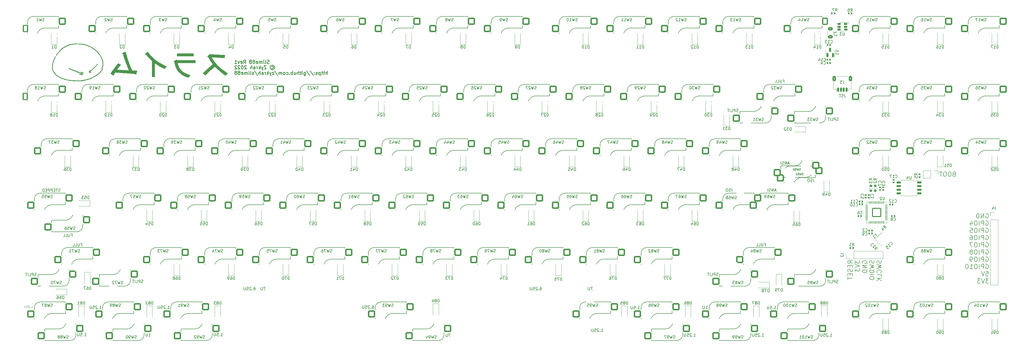
<source format=gbo>
%TF.GenerationSoftware,KiCad,Pcbnew,(6.0.6)*%
%TF.CreationDate,2023-01-04T14:02:57+11:00*%
%TF.ProjectId,slime88,736c696d-6538-4382-9e6b-696361645f70,rev?*%
%TF.SameCoordinates,Original*%
%TF.FileFunction,Legend,Bot*%
%TF.FilePolarity,Positive*%
%FSLAX46Y46*%
G04 Gerber Fmt 4.6, Leading zero omitted, Abs format (unit mm)*
G04 Created by KiCad (PCBNEW (6.0.6)) date 2023-01-04 14:02:57*
%MOMM*%
%LPD*%
G01*
G04 APERTURE LIST*
G04 Aperture macros list*
%AMRoundRect*
0 Rectangle with rounded corners*
0 $1 Rounding radius*
0 $2 $3 $4 $5 $6 $7 $8 $9 X,Y pos of 4 corners*
0 Add a 4 corners polygon primitive as box body*
4,1,4,$2,$3,$4,$5,$6,$7,$8,$9,$2,$3,0*
0 Add four circle primitives for the rounded corners*
1,1,$1+$1,$2,$3*
1,1,$1+$1,$4,$5*
1,1,$1+$1,$6,$7*
1,1,$1+$1,$8,$9*
0 Add four rect primitives between the rounded corners*
20,1,$1+$1,$2,$3,$4,$5,0*
20,1,$1+$1,$4,$5,$6,$7,0*
20,1,$1+$1,$6,$7,$8,$9,0*
20,1,$1+$1,$8,$9,$2,$3,0*%
%AMRotRect*
0 Rectangle, with rotation*
0 The origin of the aperture is its center*
0 $1 length*
0 $2 width*
0 $3 Rotation angle, in degrees counterclockwise*
0 Add horizontal line*
21,1,$1,$2,0,0,$3*%
G04 Aperture macros list end*
%ADD10C,0.150000*%
%ADD11C,0.200000*%
%ADD12C,0.230000*%
%ADD13C,0.120000*%
%ADD14C,0.010000*%
%ADD15C,3.048000*%
%ADD16C,3.987800*%
%ADD17C,0.500000*%
%ADD18C,0.650000*%
%ADD19O,1.000000X2.100000*%
%ADD20O,1.000000X1.600000*%
%ADD21R,1.700000X1.700000*%
%ADD22O,1.700000X1.700000*%
%ADD23RotRect,1.400000X1.200000X45.000000*%
%ADD24R,1.200000X0.900000*%
%ADD25C,1.750000*%
%ADD26RoundRect,0.250000X1.025000X1.000000X-1.025000X1.000000X-1.025000X-1.000000X1.025000X-1.000000X0*%
%ADD27C,3.300000*%
%ADD28RoundRect,0.140000X0.140000X0.170000X-0.140000X0.170000X-0.140000X-0.170000X0.140000X-0.170000X0*%
%ADD29RoundRect,0.140000X0.170000X-0.140000X0.170000X0.140000X-0.170000X0.140000X-0.170000X-0.140000X0*%
%ADD30RoundRect,0.200000X-0.275000X0.200000X-0.275000X-0.200000X0.275000X-0.200000X0.275000X0.200000X0*%
%ADD31RoundRect,0.135000X0.135000X0.185000X-0.135000X0.185000X-0.135000X-0.185000X0.135000X-0.185000X0*%
%ADD32RoundRect,0.250000X-0.625000X0.375000X-0.625000X-0.375000X0.625000X-0.375000X0.625000X0.375000X0*%
%ADD33RoundRect,0.250000X-1.025000X-1.000000X1.025000X-1.000000X1.025000X1.000000X-1.025000X1.000000X0*%
%ADD34RoundRect,0.204695X0.818780X1.045305X-0.818780X1.045305X-0.818780X-1.045305X0.818780X-1.045305X0*%
%ADD35RoundRect,0.140000X-0.140000X-0.170000X0.140000X-0.170000X0.140000X0.170000X-0.140000X0.170000X0*%
%ADD36RoundRect,0.150000X0.650000X0.150000X-0.650000X0.150000X-0.650000X-0.150000X0.650000X-0.150000X0*%
%ADD37R,0.900000X1.200000*%
%ADD38RoundRect,0.150000X0.475000X0.150000X-0.475000X0.150000X-0.475000X-0.150000X0.475000X-0.150000X0*%
%ADD39RoundRect,0.050000X0.387500X0.050000X-0.387500X0.050000X-0.387500X-0.050000X0.387500X-0.050000X0*%
%ADD40RoundRect,0.050000X0.050000X0.387500X-0.050000X0.387500X-0.050000X-0.387500X0.050000X-0.387500X0*%
%ADD41RoundRect,0.144000X1.456000X1.456000X-1.456000X1.456000X-1.456000X-1.456000X1.456000X-1.456000X0*%
%ADD42RoundRect,0.135000X-0.185000X0.135000X-0.185000X-0.135000X0.185000X-0.135000X0.185000X0.135000X0*%
%ADD43RoundRect,0.140000X0.021213X-0.219203X0.219203X-0.021213X-0.021213X0.219203X-0.219203X0.021213X0*%
%ADD44RoundRect,0.140000X0.219203X0.021213X0.021213X0.219203X-0.219203X-0.021213X-0.021213X-0.219203X0*%
%ADD45RoundRect,0.135000X0.035355X-0.226274X0.226274X-0.035355X-0.035355X0.226274X-0.226274X0.035355X0*%
%ADD46RoundRect,0.135000X-0.135000X-0.185000X0.135000X-0.185000X0.135000X0.185000X-0.135000X0.185000X0*%
%ADD47RoundRect,0.180000X0.720000X1.070000X-0.720000X1.070000X-0.720000X-1.070000X0.720000X-1.070000X0*%
%ADD48RoundRect,0.150000X0.150000X-0.587500X0.150000X0.587500X-0.150000X0.587500X-0.150000X-0.587500X0*%
%ADD49RoundRect,0.150000X-0.150000X-0.625000X0.150000X-0.625000X0.150000X0.625000X-0.150000X0.625000X0*%
%ADD50RoundRect,0.250000X-0.350000X-0.650000X0.350000X-0.650000X0.350000X0.650000X-0.350000X0.650000X0*%
G04 APERTURE END LIST*
D10*
X282399835Y-149337261D02*
X282256978Y-149384880D01*
X282018883Y-149384880D01*
X281923645Y-149337261D01*
X281876026Y-149289642D01*
X281828407Y-149194404D01*
X281828407Y-149099166D01*
X281876026Y-149003928D01*
X281923645Y-148956309D01*
X282018883Y-148908690D01*
X282209359Y-148861071D01*
X282304597Y-148813452D01*
X282352216Y-148765833D01*
X282399835Y-148670595D01*
X282399835Y-148575357D01*
X282352216Y-148480119D01*
X282304597Y-148432500D01*
X282209359Y-148384880D01*
X281971264Y-148384880D01*
X281828407Y-148432500D01*
X281399835Y-149384880D02*
X281399835Y-148384880D01*
X281018883Y-148384880D01*
X280923645Y-148432500D01*
X280876026Y-148480119D01*
X280828407Y-148575357D01*
X280828407Y-148718214D01*
X280876026Y-148813452D01*
X280923645Y-148861071D01*
X281018883Y-148908690D01*
X281399835Y-148908690D01*
X279923645Y-149384880D02*
X280399835Y-149384880D01*
X280399835Y-148384880D01*
X279590312Y-149384880D02*
X279590312Y-148384880D01*
X279256978Y-148384880D02*
X278685550Y-148384880D01*
X278971264Y-149384880D02*
X278971264Y-148384880D01*
X66306383Y-160909880D02*
X66877812Y-160909880D01*
X66592097Y-160909880D02*
X66592097Y-159909880D01*
X66687335Y-160052738D01*
X66782573Y-160147976D01*
X66877812Y-160195595D01*
X65877812Y-160814642D02*
X65830192Y-160862261D01*
X65877812Y-160909880D01*
X65925431Y-160862261D01*
X65877812Y-160814642D01*
X65877812Y-160909880D01*
X65449240Y-160005119D02*
X65401621Y-159957500D01*
X65306383Y-159909880D01*
X65068288Y-159909880D01*
X64973050Y-159957500D01*
X64925431Y-160005119D01*
X64877812Y-160100357D01*
X64877812Y-160195595D01*
X64925431Y-160338452D01*
X65496859Y-160909880D01*
X64877812Y-160909880D01*
X63973050Y-159909880D02*
X64449240Y-159909880D01*
X64496859Y-160386071D01*
X64449240Y-160338452D01*
X64354002Y-160290833D01*
X64115907Y-160290833D01*
X64020669Y-160338452D01*
X63973050Y-160386071D01*
X63925431Y-160481309D01*
X63925431Y-160719404D01*
X63973050Y-160814642D01*
X64020669Y-160862261D01*
X64115907Y-160909880D01*
X64354002Y-160909880D01*
X64449240Y-160862261D01*
X64496859Y-160814642D01*
X63496859Y-159909880D02*
X63496859Y-160719404D01*
X63449240Y-160814642D01*
X63401621Y-160862261D01*
X63306383Y-160909880D01*
X63115907Y-160909880D01*
X63020669Y-160862261D01*
X62973050Y-160814642D01*
X62925431Y-160719404D01*
X62925431Y-159909880D01*
X81499835Y-151827261D02*
X81356978Y-151874880D01*
X81118883Y-151874880D01*
X81023645Y-151827261D01*
X80976026Y-151779642D01*
X80928407Y-151684404D01*
X80928407Y-151589166D01*
X80976026Y-151493928D01*
X81023645Y-151446309D01*
X81118883Y-151398690D01*
X81309359Y-151351071D01*
X81404597Y-151303452D01*
X81452216Y-151255833D01*
X81499835Y-151160595D01*
X81499835Y-151065357D01*
X81452216Y-150970119D01*
X81404597Y-150922500D01*
X81309359Y-150874880D01*
X81071264Y-150874880D01*
X80928407Y-150922500D01*
X80499835Y-151874880D02*
X80499835Y-150874880D01*
X80118883Y-150874880D01*
X80023645Y-150922500D01*
X79976026Y-150970119D01*
X79928407Y-151065357D01*
X79928407Y-151208214D01*
X79976026Y-151303452D01*
X80023645Y-151351071D01*
X80118883Y-151398690D01*
X80499835Y-151398690D01*
X79023645Y-151874880D02*
X79499835Y-151874880D01*
X79499835Y-150874880D01*
X78690312Y-151874880D02*
X78690312Y-150874880D01*
X78356978Y-150874880D02*
X77785550Y-150874880D01*
X78071264Y-151874880D02*
X78071264Y-150874880D01*
X254382692Y-161034880D02*
X254954121Y-161034880D01*
X254668407Y-161034880D02*
X254668407Y-160034880D01*
X254763645Y-160177738D01*
X254858883Y-160272976D01*
X254954121Y-160320595D01*
X253954121Y-160939642D02*
X253906502Y-160987261D01*
X253954121Y-161034880D01*
X254001740Y-160987261D01*
X253954121Y-160939642D01*
X253954121Y-161034880D01*
X253001740Y-160034880D02*
X253477931Y-160034880D01*
X253525550Y-160511071D01*
X253477931Y-160463452D01*
X253382692Y-160415833D01*
X253144597Y-160415833D01*
X253049359Y-160463452D01*
X253001740Y-160511071D01*
X252954121Y-160606309D01*
X252954121Y-160844404D01*
X253001740Y-160939642D01*
X253049359Y-160987261D01*
X253144597Y-161034880D01*
X253382692Y-161034880D01*
X253477931Y-160987261D01*
X253525550Y-160939642D01*
X252525550Y-160034880D02*
X252525550Y-160844404D01*
X252477931Y-160939642D01*
X252430312Y-160987261D01*
X252335073Y-161034880D01*
X252144597Y-161034880D01*
X252049359Y-160987261D01*
X252001740Y-160939642D01*
X251954121Y-160844404D01*
X251954121Y-160034880D01*
X307236502Y-110099166D02*
X306760312Y-110099166D01*
X307331740Y-110384880D02*
X306998407Y-109384880D01*
X306665073Y-110384880D01*
X306331740Y-110384880D02*
X306331740Y-109384880D01*
X305760312Y-110384880D01*
X305760312Y-109384880D01*
X305331740Y-110337261D02*
X305188883Y-110384880D01*
X304950788Y-110384880D01*
X304855550Y-110337261D01*
X304807931Y-110289642D01*
X304760312Y-110194404D01*
X304760312Y-110099166D01*
X304807931Y-110003928D01*
X304855550Y-109956309D01*
X304950788Y-109908690D01*
X305141264Y-109861071D01*
X305236502Y-109813452D01*
X305284121Y-109765833D01*
X305331740Y-109670595D01*
X305331740Y-109575357D01*
X305284121Y-109480119D01*
X305236502Y-109432500D01*
X305141264Y-109384880D01*
X304903169Y-109384880D01*
X304760312Y-109432500D01*
X304331740Y-110384880D02*
X304331740Y-109384880D01*
D11*
X364763169Y-113730357D02*
X364538883Y-113805119D01*
X364464121Y-113879880D01*
X364389359Y-114029404D01*
X364389359Y-114253690D01*
X364464121Y-114403214D01*
X364538883Y-114477976D01*
X364688407Y-114552738D01*
X365286502Y-114552738D01*
X365286502Y-112982738D01*
X364763169Y-112982738D01*
X364613645Y-113057500D01*
X364538883Y-113132261D01*
X364464121Y-113281785D01*
X364464121Y-113431309D01*
X364538883Y-113580833D01*
X364613645Y-113655595D01*
X364763169Y-113730357D01*
X365286502Y-113730357D01*
X363417454Y-112982738D02*
X363118407Y-112982738D01*
X362968883Y-113057500D01*
X362819359Y-113207023D01*
X362744597Y-113506071D01*
X362744597Y-114029404D01*
X362819359Y-114328452D01*
X362968883Y-114477976D01*
X363118407Y-114552738D01*
X363417454Y-114552738D01*
X363566978Y-114477976D01*
X363716502Y-114328452D01*
X363791264Y-114029404D01*
X363791264Y-113506071D01*
X363716502Y-113207023D01*
X363566978Y-113057500D01*
X363417454Y-112982738D01*
X361772692Y-112982738D02*
X361473645Y-112982738D01*
X361324121Y-113057500D01*
X361174597Y-113207023D01*
X361099835Y-113506071D01*
X361099835Y-114029404D01*
X361174597Y-114328452D01*
X361324121Y-114477976D01*
X361473645Y-114552738D01*
X361772692Y-114552738D01*
X361922216Y-114477976D01*
X362071740Y-114328452D01*
X362146502Y-114029404D01*
X362146502Y-113506071D01*
X362071740Y-113207023D01*
X361922216Y-113057500D01*
X361772692Y-112982738D01*
X360651264Y-112982738D02*
X359754121Y-112982738D01*
X360202692Y-114552738D02*
X360202692Y-112982738D01*
D10*
X124297454Y-153384880D02*
X123630788Y-153384880D01*
X124059359Y-154384880D01*
X123249835Y-153384880D02*
X123249835Y-154194404D01*
X123202216Y-154289642D01*
X123154597Y-154337261D01*
X123059359Y-154384880D01*
X122868883Y-154384880D01*
X122773645Y-154337261D01*
X122726026Y-154289642D01*
X122678407Y-154194404D01*
X122678407Y-153384880D01*
X278118407Y-160924880D02*
X278689835Y-160924880D01*
X278404121Y-160924880D02*
X278404121Y-159924880D01*
X278499359Y-160067738D01*
X278594597Y-160162976D01*
X278689835Y-160210595D01*
X277689835Y-159924880D02*
X277689835Y-160734404D01*
X277642216Y-160829642D01*
X277594597Y-160877261D01*
X277499359Y-160924880D01*
X277308883Y-160924880D01*
X277213645Y-160877261D01*
X277166026Y-160829642D01*
X277118407Y-160734404D01*
X277118407Y-159924880D01*
X56460788Y-135181071D02*
X56794121Y-135181071D01*
X56794121Y-135704880D02*
X56794121Y-134704880D01*
X56317931Y-134704880D01*
X55936978Y-134704880D02*
X55936978Y-135514404D01*
X55889359Y-135609642D01*
X55841740Y-135657261D01*
X55746502Y-135704880D01*
X55556026Y-135704880D01*
X55460788Y-135657261D01*
X55413169Y-135609642D01*
X55365550Y-135514404D01*
X55365550Y-134704880D01*
X54413169Y-135704880D02*
X54889359Y-135704880D01*
X54889359Y-134704880D01*
X53603645Y-135704880D02*
X54079835Y-135704880D01*
X54079835Y-134704880D01*
X287210312Y-119844880D02*
X287210312Y-118844880D01*
X286781740Y-119797261D02*
X286638883Y-119844880D01*
X286400788Y-119844880D01*
X286305550Y-119797261D01*
X286257931Y-119749642D01*
X286210312Y-119654404D01*
X286210312Y-119559166D01*
X286257931Y-119463928D01*
X286305550Y-119416309D01*
X286400788Y-119368690D01*
X286591264Y-119321071D01*
X286686502Y-119273452D01*
X286734121Y-119225833D01*
X286781740Y-119130595D01*
X286781740Y-119035357D01*
X286734121Y-118940119D01*
X286686502Y-118892500D01*
X286591264Y-118844880D01*
X286353169Y-118844880D01*
X286210312Y-118892500D01*
X285591264Y-118844880D02*
X285400788Y-118844880D01*
X285305550Y-118892500D01*
X285210312Y-118987738D01*
X285162692Y-119178214D01*
X285162692Y-119511547D01*
X285210312Y-119702023D01*
X285305550Y-119797261D01*
X285400788Y-119844880D01*
X285591264Y-119844880D01*
X285686502Y-119797261D01*
X285781740Y-119702023D01*
X285829359Y-119511547D01*
X285829359Y-119178214D01*
X285781740Y-118987738D01*
X285686502Y-118892500D01*
X285591264Y-118844880D01*
X321543883Y-170624880D02*
X322115312Y-170624880D01*
X321829597Y-170624880D02*
X321829597Y-169624880D01*
X321924835Y-169767738D01*
X322020073Y-169862976D01*
X322115312Y-169910595D01*
X321115312Y-170529642D02*
X321067692Y-170577261D01*
X321115312Y-170624880D01*
X321162931Y-170577261D01*
X321115312Y-170529642D01*
X321115312Y-170624880D01*
X320686740Y-169720119D02*
X320639121Y-169672500D01*
X320543883Y-169624880D01*
X320305788Y-169624880D01*
X320210550Y-169672500D01*
X320162931Y-169720119D01*
X320115312Y-169815357D01*
X320115312Y-169910595D01*
X320162931Y-170053452D01*
X320734359Y-170624880D01*
X320115312Y-170624880D01*
X319210550Y-169624880D02*
X319686740Y-169624880D01*
X319734359Y-170101071D01*
X319686740Y-170053452D01*
X319591502Y-170005833D01*
X319353407Y-170005833D01*
X319258169Y-170053452D01*
X319210550Y-170101071D01*
X319162931Y-170196309D01*
X319162931Y-170434404D01*
X319210550Y-170529642D01*
X319258169Y-170577261D01*
X319353407Y-170624880D01*
X319591502Y-170624880D01*
X319686740Y-170577261D01*
X319734359Y-170529642D01*
X318734359Y-169624880D02*
X318734359Y-170434404D01*
X318686740Y-170529642D01*
X318639121Y-170577261D01*
X318543883Y-170624880D01*
X318353407Y-170624880D01*
X318258169Y-170577261D01*
X318210550Y-170529642D01*
X318162931Y-170434404D01*
X318162931Y-169624880D01*
X241550133Y-168942380D02*
X242121562Y-168942380D01*
X241835847Y-168942380D02*
X241835847Y-167942380D01*
X241931085Y-168085238D01*
X242026323Y-168180476D01*
X242121562Y-168228095D01*
X241121562Y-168847142D02*
X241073942Y-168894761D01*
X241121562Y-168942380D01*
X241169181Y-168894761D01*
X241121562Y-168847142D01*
X241121562Y-168942380D01*
X240692990Y-168037619D02*
X240645371Y-167990000D01*
X240550133Y-167942380D01*
X240312038Y-167942380D01*
X240216800Y-167990000D01*
X240169181Y-168037619D01*
X240121562Y-168132857D01*
X240121562Y-168228095D01*
X240169181Y-168370952D01*
X240740609Y-168942380D01*
X240121562Y-168942380D01*
X239216800Y-167942380D02*
X239692990Y-167942380D01*
X239740609Y-168418571D01*
X239692990Y-168370952D01*
X239597752Y-168323333D01*
X239359657Y-168323333D01*
X239264419Y-168370952D01*
X239216800Y-168418571D01*
X239169181Y-168513809D01*
X239169181Y-168751904D01*
X239216800Y-168847142D01*
X239264419Y-168894761D01*
X239359657Y-168942380D01*
X239597752Y-168942380D01*
X239692990Y-168894761D01*
X239740609Y-168847142D01*
X238740609Y-167942380D02*
X238740609Y-168751904D01*
X238692990Y-168847142D01*
X238645371Y-168894761D01*
X238550133Y-168942380D01*
X238359657Y-168942380D01*
X238264419Y-168894761D01*
X238216800Y-168847142D01*
X238169181Y-168751904D01*
X238169181Y-167942380D01*
X161604121Y-159834880D02*
X161794597Y-159834880D01*
X161889835Y-159882500D01*
X161937454Y-159930119D01*
X162032692Y-160072976D01*
X162080312Y-160263452D01*
X162080312Y-160644404D01*
X162032692Y-160739642D01*
X161985073Y-160787261D01*
X161889835Y-160834880D01*
X161699359Y-160834880D01*
X161604121Y-160787261D01*
X161556502Y-160739642D01*
X161508883Y-160644404D01*
X161508883Y-160406309D01*
X161556502Y-160311071D01*
X161604121Y-160263452D01*
X161699359Y-160215833D01*
X161889835Y-160215833D01*
X161985073Y-160263452D01*
X162032692Y-160311071D01*
X162080312Y-160406309D01*
X161080312Y-160739642D02*
X161032692Y-160787261D01*
X161080312Y-160834880D01*
X161127931Y-160787261D01*
X161080312Y-160739642D01*
X161080312Y-160834880D01*
X160651740Y-159930119D02*
X160604121Y-159882500D01*
X160508883Y-159834880D01*
X160270788Y-159834880D01*
X160175550Y-159882500D01*
X160127931Y-159930119D01*
X160080312Y-160025357D01*
X160080312Y-160120595D01*
X160127931Y-160263452D01*
X160699359Y-160834880D01*
X160080312Y-160834880D01*
X159175550Y-159834880D02*
X159651740Y-159834880D01*
X159699359Y-160311071D01*
X159651740Y-160263452D01*
X159556502Y-160215833D01*
X159318407Y-160215833D01*
X159223169Y-160263452D01*
X159175550Y-160311071D01*
X159127931Y-160406309D01*
X159127931Y-160644404D01*
X159175550Y-160739642D01*
X159223169Y-160787261D01*
X159318407Y-160834880D01*
X159556502Y-160834880D01*
X159651740Y-160787261D01*
X159699359Y-160739642D01*
X158699359Y-159834880D02*
X158699359Y-160644404D01*
X158651740Y-160739642D01*
X158604121Y-160787261D01*
X158508883Y-160834880D01*
X158318407Y-160834880D01*
X158223169Y-160787261D01*
X158175550Y-160739642D01*
X158127931Y-160644404D01*
X158127931Y-159834880D01*
X188947454Y-169754880D02*
X188280788Y-169754880D01*
X188709359Y-170754880D01*
X187899835Y-169754880D02*
X187899835Y-170564404D01*
X187852216Y-170659642D01*
X187804597Y-170707261D01*
X187709359Y-170754880D01*
X187518883Y-170754880D01*
X187423645Y-170707261D01*
X187376026Y-170659642D01*
X187328407Y-170564404D01*
X187328407Y-169754880D01*
X297731383Y-170624880D02*
X298302812Y-170624880D01*
X298017097Y-170624880D02*
X298017097Y-169624880D01*
X298112335Y-169767738D01*
X298207573Y-169862976D01*
X298302812Y-169910595D01*
X297302812Y-170529642D02*
X297255192Y-170577261D01*
X297302812Y-170624880D01*
X297350431Y-170577261D01*
X297302812Y-170529642D01*
X297302812Y-170624880D01*
X296874240Y-169720119D02*
X296826621Y-169672500D01*
X296731383Y-169624880D01*
X296493288Y-169624880D01*
X296398050Y-169672500D01*
X296350431Y-169720119D01*
X296302812Y-169815357D01*
X296302812Y-169910595D01*
X296350431Y-170053452D01*
X296921859Y-170624880D01*
X296302812Y-170624880D01*
X295398050Y-169624880D02*
X295874240Y-169624880D01*
X295921859Y-170101071D01*
X295874240Y-170053452D01*
X295779002Y-170005833D01*
X295540907Y-170005833D01*
X295445669Y-170053452D01*
X295398050Y-170101071D01*
X295350431Y-170196309D01*
X295350431Y-170434404D01*
X295398050Y-170529642D01*
X295445669Y-170577261D01*
X295540907Y-170624880D01*
X295779002Y-170624880D01*
X295874240Y-170577261D01*
X295921859Y-170529642D01*
X294921859Y-169624880D02*
X294921859Y-170434404D01*
X294874240Y-170529642D01*
X294826621Y-170577261D01*
X294731383Y-170624880D01*
X294540907Y-170624880D01*
X294445669Y-170577261D01*
X294398050Y-170529642D01*
X294350431Y-170434404D01*
X294350431Y-169624880D01*
X324279835Y-151867261D02*
X324136978Y-151914880D01*
X323898883Y-151914880D01*
X323803645Y-151867261D01*
X323756026Y-151819642D01*
X323708407Y-151724404D01*
X323708407Y-151629166D01*
X323756026Y-151533928D01*
X323803645Y-151486309D01*
X323898883Y-151438690D01*
X324089359Y-151391071D01*
X324184597Y-151343452D01*
X324232216Y-151295833D01*
X324279835Y-151200595D01*
X324279835Y-151105357D01*
X324232216Y-151010119D01*
X324184597Y-150962500D01*
X324089359Y-150914880D01*
X323851264Y-150914880D01*
X323708407Y-150962500D01*
X323279835Y-151914880D02*
X323279835Y-150914880D01*
X322898883Y-150914880D01*
X322803645Y-150962500D01*
X322756026Y-151010119D01*
X322708407Y-151105357D01*
X322708407Y-151248214D01*
X322756026Y-151343452D01*
X322803645Y-151391071D01*
X322898883Y-151438690D01*
X323279835Y-151438690D01*
X321803645Y-151914880D02*
X322279835Y-151914880D01*
X322279835Y-150914880D01*
X321470312Y-151914880D02*
X321470312Y-150914880D01*
X321136978Y-150914880D02*
X320565550Y-150914880D01*
X320851264Y-151914880D02*
X320851264Y-150914880D01*
X326534597Y-85804880D02*
X326534597Y-86519166D01*
X326582216Y-86662023D01*
X326677454Y-86757261D01*
X326820312Y-86804880D01*
X326915550Y-86804880D01*
X326106026Y-86757261D02*
X325963169Y-86804880D01*
X325725073Y-86804880D01*
X325629835Y-86757261D01*
X325582216Y-86709642D01*
X325534597Y-86614404D01*
X325534597Y-86519166D01*
X325582216Y-86423928D01*
X325629835Y-86376309D01*
X325725073Y-86328690D01*
X325915550Y-86281071D01*
X326010788Y-86233452D01*
X326058407Y-86185833D01*
X326106026Y-86090595D01*
X326106026Y-85995357D01*
X326058407Y-85900119D01*
X326010788Y-85852500D01*
X325915550Y-85804880D01*
X325677454Y-85804880D01*
X325534597Y-85852500D01*
X325248883Y-85804880D02*
X324677454Y-85804880D01*
X324963169Y-86804880D02*
X324963169Y-85804880D01*
X289359835Y-91947261D02*
X289216978Y-91994880D01*
X288978883Y-91994880D01*
X288883645Y-91947261D01*
X288836026Y-91899642D01*
X288788407Y-91804404D01*
X288788407Y-91709166D01*
X288836026Y-91613928D01*
X288883645Y-91566309D01*
X288978883Y-91518690D01*
X289169359Y-91471071D01*
X289264597Y-91423452D01*
X289312216Y-91375833D01*
X289359835Y-91280595D01*
X289359835Y-91185357D01*
X289312216Y-91090119D01*
X289264597Y-91042500D01*
X289169359Y-90994880D01*
X288931264Y-90994880D01*
X288788407Y-91042500D01*
X288359835Y-91994880D02*
X288359835Y-90994880D01*
X287978883Y-90994880D01*
X287883645Y-91042500D01*
X287836026Y-91090119D01*
X287788407Y-91185357D01*
X287788407Y-91328214D01*
X287836026Y-91423452D01*
X287883645Y-91471071D01*
X287978883Y-91518690D01*
X288359835Y-91518690D01*
X286883645Y-91994880D02*
X287359835Y-91994880D01*
X287359835Y-90994880D01*
X286550312Y-91994880D02*
X286550312Y-90994880D01*
X286216978Y-90994880D02*
X285645550Y-90994880D01*
X285931264Y-91994880D02*
X285931264Y-90994880D01*
X324419835Y-95017261D02*
X324276978Y-95064880D01*
X324038883Y-95064880D01*
X323943645Y-95017261D01*
X323896026Y-94969642D01*
X323848407Y-94874404D01*
X323848407Y-94779166D01*
X323896026Y-94683928D01*
X323943645Y-94636309D01*
X324038883Y-94588690D01*
X324229359Y-94541071D01*
X324324597Y-94493452D01*
X324372216Y-94445833D01*
X324419835Y-94350595D01*
X324419835Y-94255357D01*
X324372216Y-94160119D01*
X324324597Y-94112500D01*
X324229359Y-94064880D01*
X323991264Y-94064880D01*
X323848407Y-94112500D01*
X323419835Y-95064880D02*
X323419835Y-94064880D01*
X323038883Y-94064880D01*
X322943645Y-94112500D01*
X322896026Y-94160119D01*
X322848407Y-94255357D01*
X322848407Y-94398214D01*
X322896026Y-94493452D01*
X322943645Y-94541071D01*
X323038883Y-94588690D01*
X323419835Y-94588690D01*
X321943645Y-95064880D02*
X322419835Y-95064880D01*
X322419835Y-94064880D01*
X321610312Y-95064880D02*
X321610312Y-94064880D01*
X321276978Y-94064880D02*
X320705550Y-94064880D01*
X320991264Y-95064880D02*
X320991264Y-94064880D01*
X83488407Y-170604880D02*
X84059835Y-170604880D01*
X83774121Y-170604880D02*
X83774121Y-169604880D01*
X83869359Y-169747738D01*
X83964597Y-169842976D01*
X84059835Y-169890595D01*
X83059835Y-169604880D02*
X83059835Y-170414404D01*
X83012216Y-170509642D01*
X82964597Y-170557261D01*
X82869359Y-170604880D01*
X82678883Y-170604880D01*
X82583645Y-170557261D01*
X82536026Y-170509642D01*
X82488407Y-170414404D01*
X82488407Y-169604880D01*
D12*
X125499633Y-74968714D02*
X125328204Y-75025857D01*
X125042490Y-75025857D01*
X124928204Y-74968714D01*
X124871062Y-74911571D01*
X124813919Y-74797285D01*
X124813919Y-74683000D01*
X124871062Y-74568714D01*
X124928204Y-74511571D01*
X125042490Y-74454428D01*
X125271062Y-74397285D01*
X125385347Y-74340142D01*
X125442490Y-74283000D01*
X125499633Y-74168714D01*
X125499633Y-74054428D01*
X125442490Y-73940142D01*
X125385347Y-73883000D01*
X125271062Y-73825857D01*
X124985347Y-73825857D01*
X124813919Y-73883000D01*
X124128204Y-75025857D02*
X124242490Y-74968714D01*
X124299633Y-74854428D01*
X124299633Y-73825857D01*
X123671062Y-75025857D02*
X123671062Y-74225857D01*
X123671062Y-73825857D02*
X123728204Y-73883000D01*
X123671062Y-73940142D01*
X123613919Y-73883000D01*
X123671062Y-73825857D01*
X123671062Y-73940142D01*
X123099633Y-75025857D02*
X123099633Y-74225857D01*
X123099633Y-74340142D02*
X123042490Y-74283000D01*
X122928204Y-74225857D01*
X122756776Y-74225857D01*
X122642490Y-74283000D01*
X122585347Y-74397285D01*
X122585347Y-75025857D01*
X122585347Y-74397285D02*
X122528204Y-74283000D01*
X122413919Y-74225857D01*
X122242490Y-74225857D01*
X122128204Y-74283000D01*
X122071062Y-74397285D01*
X122071062Y-75025857D01*
X121042490Y-74968714D02*
X121156776Y-75025857D01*
X121385347Y-75025857D01*
X121499633Y-74968714D01*
X121556776Y-74854428D01*
X121556776Y-74397285D01*
X121499633Y-74283000D01*
X121385347Y-74225857D01*
X121156776Y-74225857D01*
X121042490Y-74283000D01*
X120985347Y-74397285D01*
X120985347Y-74511571D01*
X121556776Y-74625857D01*
X120299633Y-74340142D02*
X120413919Y-74283000D01*
X120471062Y-74225857D01*
X120528204Y-74111571D01*
X120528204Y-74054428D01*
X120471062Y-73940142D01*
X120413919Y-73883000D01*
X120299633Y-73825857D01*
X120071062Y-73825857D01*
X119956776Y-73883000D01*
X119899633Y-73940142D01*
X119842490Y-74054428D01*
X119842490Y-74111571D01*
X119899633Y-74225857D01*
X119956776Y-74283000D01*
X120071062Y-74340142D01*
X120299633Y-74340142D01*
X120413919Y-74397285D01*
X120471062Y-74454428D01*
X120528204Y-74568714D01*
X120528204Y-74797285D01*
X120471062Y-74911571D01*
X120413919Y-74968714D01*
X120299633Y-75025857D01*
X120071062Y-75025857D01*
X119956776Y-74968714D01*
X119899633Y-74911571D01*
X119842490Y-74797285D01*
X119842490Y-74568714D01*
X119899633Y-74454428D01*
X119956776Y-74397285D01*
X120071062Y-74340142D01*
X119156776Y-74340142D02*
X119271062Y-74283000D01*
X119328204Y-74225857D01*
X119385347Y-74111571D01*
X119385347Y-74054428D01*
X119328204Y-73940142D01*
X119271062Y-73883000D01*
X119156776Y-73825857D01*
X118928204Y-73825857D01*
X118813919Y-73883000D01*
X118756776Y-73940142D01*
X118699633Y-74054428D01*
X118699633Y-74111571D01*
X118756776Y-74225857D01*
X118813919Y-74283000D01*
X118928204Y-74340142D01*
X119156776Y-74340142D01*
X119271062Y-74397285D01*
X119328204Y-74454428D01*
X119385347Y-74568714D01*
X119385347Y-74797285D01*
X119328204Y-74911571D01*
X119271062Y-74968714D01*
X119156776Y-75025857D01*
X118928204Y-75025857D01*
X118813919Y-74968714D01*
X118756776Y-74911571D01*
X118699633Y-74797285D01*
X118699633Y-74568714D01*
X118756776Y-74454428D01*
X118813919Y-74397285D01*
X118928204Y-74340142D01*
X116585347Y-75025857D02*
X116985347Y-74454428D01*
X117271062Y-75025857D02*
X117271062Y-73825857D01*
X116813919Y-73825857D01*
X116699633Y-73883000D01*
X116642490Y-73940142D01*
X116585347Y-74054428D01*
X116585347Y-74225857D01*
X116642490Y-74340142D01*
X116699633Y-74397285D01*
X116813919Y-74454428D01*
X117271062Y-74454428D01*
X115613919Y-74968714D02*
X115728204Y-75025857D01*
X115956776Y-75025857D01*
X116071062Y-74968714D01*
X116128204Y-74854428D01*
X116128204Y-74397285D01*
X116071062Y-74283000D01*
X115956776Y-74225857D01*
X115728204Y-74225857D01*
X115613919Y-74283000D01*
X115556776Y-74397285D01*
X115556776Y-74511571D01*
X116128204Y-74625857D01*
X115156776Y-74225857D02*
X114871062Y-75025857D01*
X114585347Y-74225857D01*
X113499633Y-75025857D02*
X114185347Y-75025857D01*
X113842490Y-75025857D02*
X113842490Y-73825857D01*
X113956776Y-73997285D01*
X114071062Y-74111571D01*
X114185347Y-74168714D01*
X126413919Y-76043571D02*
X126528204Y-75986428D01*
X126756776Y-75986428D01*
X126871062Y-76043571D01*
X126985347Y-76157857D01*
X127042490Y-76272142D01*
X127042490Y-76500714D01*
X126985347Y-76615000D01*
X126871062Y-76729285D01*
X126756776Y-76786428D01*
X126528204Y-76786428D01*
X126413919Y-76729285D01*
X126642490Y-75586428D02*
X126928204Y-75643571D01*
X127213919Y-75815000D01*
X127385347Y-76100714D01*
X127442490Y-76386428D01*
X127385347Y-76672142D01*
X127213919Y-76957857D01*
X126928204Y-77129285D01*
X126642490Y-77186428D01*
X126356776Y-77129285D01*
X126071062Y-76957857D01*
X125899633Y-76672142D01*
X125842490Y-76386428D01*
X125899633Y-76100714D01*
X126071062Y-75815000D01*
X126356776Y-75643571D01*
X126642490Y-75586428D01*
X124528204Y-75757857D02*
X123728204Y-75757857D01*
X124528204Y-76957857D01*
X123728204Y-76957857D01*
X123385347Y-76157857D02*
X123099633Y-76957857D01*
X122813919Y-76157857D02*
X123099633Y-76957857D01*
X123213919Y-77243571D01*
X123271062Y-77300714D01*
X123385347Y-77357857D01*
X122356776Y-76957857D02*
X122356776Y-75757857D01*
X122242490Y-76500714D02*
X121899633Y-76957857D01*
X121899633Y-76157857D02*
X122356776Y-76615000D01*
X121385347Y-76957857D02*
X121385347Y-76157857D01*
X121385347Y-76386428D02*
X121328204Y-76272142D01*
X121271062Y-76215000D01*
X121156776Y-76157857D01*
X121042490Y-76157857D01*
X120128204Y-76957857D02*
X120128204Y-76329285D01*
X120185347Y-76215000D01*
X120299633Y-76157857D01*
X120528204Y-76157857D01*
X120642490Y-76215000D01*
X120128204Y-76900714D02*
X120242490Y-76957857D01*
X120528204Y-76957857D01*
X120642490Y-76900714D01*
X120699633Y-76786428D01*
X120699633Y-76672142D01*
X120642490Y-76557857D01*
X120528204Y-76500714D01*
X120242490Y-76500714D01*
X120128204Y-76443571D01*
X119556776Y-76957857D02*
X119556776Y-75757857D01*
X119042490Y-76957857D02*
X119042490Y-76329285D01*
X119099633Y-76215000D01*
X119213919Y-76157857D01*
X119385347Y-76157857D01*
X119499633Y-76215000D01*
X119556776Y-76272142D01*
X117613919Y-75872142D02*
X117556776Y-75815000D01*
X117442490Y-75757857D01*
X117156776Y-75757857D01*
X117042490Y-75815000D01*
X116985347Y-75872142D01*
X116928204Y-75986428D01*
X116928204Y-76100714D01*
X116985347Y-76272142D01*
X117671062Y-76957857D01*
X116928204Y-76957857D01*
X116185347Y-75757857D02*
X116071062Y-75757857D01*
X115956776Y-75815000D01*
X115899633Y-75872142D01*
X115842490Y-75986428D01*
X115785347Y-76215000D01*
X115785347Y-76500714D01*
X115842490Y-76729285D01*
X115899633Y-76843571D01*
X115956776Y-76900714D01*
X116071062Y-76957857D01*
X116185347Y-76957857D01*
X116299633Y-76900714D01*
X116356776Y-76843571D01*
X116413919Y-76729285D01*
X116471062Y-76500714D01*
X116471062Y-76215000D01*
X116413919Y-75986428D01*
X116356776Y-75872142D01*
X116299633Y-75815000D01*
X116185347Y-75757857D01*
X115328204Y-75872142D02*
X115271062Y-75815000D01*
X115156776Y-75757857D01*
X114871062Y-75757857D01*
X114756776Y-75815000D01*
X114699633Y-75872142D01*
X114642490Y-75986428D01*
X114642490Y-76100714D01*
X114699633Y-76272142D01*
X115385347Y-76957857D01*
X114642490Y-76957857D01*
X114185347Y-75872142D02*
X114128204Y-75815000D01*
X114013919Y-75757857D01*
X113728204Y-75757857D01*
X113613919Y-75815000D01*
X113556776Y-75872142D01*
X113499633Y-75986428D01*
X113499633Y-76100714D01*
X113556776Y-76272142D01*
X114242490Y-76957857D01*
X113499633Y-76957857D01*
X145842490Y-78889857D02*
X145842490Y-77689857D01*
X145328204Y-78889857D02*
X145328204Y-78261285D01*
X145385347Y-78147000D01*
X145499633Y-78089857D01*
X145671062Y-78089857D01*
X145785347Y-78147000D01*
X145842490Y-78204142D01*
X144928204Y-78089857D02*
X144471062Y-78089857D01*
X144756776Y-77689857D02*
X144756776Y-78718428D01*
X144699633Y-78832714D01*
X144585347Y-78889857D01*
X144471062Y-78889857D01*
X144242490Y-78089857D02*
X143785347Y-78089857D01*
X144071062Y-77689857D02*
X144071062Y-78718428D01*
X144013919Y-78832714D01*
X143899633Y-78889857D01*
X143785347Y-78889857D01*
X143385347Y-78089857D02*
X143385347Y-79289857D01*
X143385347Y-78147000D02*
X143271062Y-78089857D01*
X143042490Y-78089857D01*
X142928204Y-78147000D01*
X142871062Y-78204142D01*
X142813919Y-78318428D01*
X142813919Y-78661285D01*
X142871062Y-78775571D01*
X142928204Y-78832714D01*
X143042490Y-78889857D01*
X143271062Y-78889857D01*
X143385347Y-78832714D01*
X142356776Y-78832714D02*
X142242490Y-78889857D01*
X142013919Y-78889857D01*
X141899633Y-78832714D01*
X141842490Y-78718428D01*
X141842490Y-78661285D01*
X141899633Y-78547000D01*
X142013919Y-78489857D01*
X142185347Y-78489857D01*
X142299633Y-78432714D01*
X142356776Y-78318428D01*
X142356776Y-78261285D01*
X142299633Y-78147000D01*
X142185347Y-78089857D01*
X142013919Y-78089857D01*
X141899633Y-78147000D01*
X141328204Y-78775571D02*
X141271062Y-78832714D01*
X141328204Y-78889857D01*
X141385347Y-78832714D01*
X141328204Y-78775571D01*
X141328204Y-78889857D01*
X141328204Y-78147000D02*
X141271062Y-78204142D01*
X141328204Y-78261285D01*
X141385347Y-78204142D01*
X141328204Y-78147000D01*
X141328204Y-78261285D01*
X139899633Y-77632714D02*
X140928204Y-79175571D01*
X138642490Y-77632714D02*
X139671062Y-79175571D01*
X137728204Y-78089857D02*
X137728204Y-79061285D01*
X137785347Y-79175571D01*
X137842490Y-79232714D01*
X137956776Y-79289857D01*
X138128204Y-79289857D01*
X138242490Y-79232714D01*
X137728204Y-78832714D02*
X137842490Y-78889857D01*
X138071062Y-78889857D01*
X138185347Y-78832714D01*
X138242490Y-78775571D01*
X138299633Y-78661285D01*
X138299633Y-78318428D01*
X138242490Y-78204142D01*
X138185347Y-78147000D01*
X138071062Y-78089857D01*
X137842490Y-78089857D01*
X137728204Y-78147000D01*
X137156776Y-78889857D02*
X137156776Y-78089857D01*
X137156776Y-77689857D02*
X137213919Y-77747000D01*
X137156776Y-77804142D01*
X137099633Y-77747000D01*
X137156776Y-77689857D01*
X137156776Y-77804142D01*
X136756776Y-78089857D02*
X136299633Y-78089857D01*
X136585347Y-77689857D02*
X136585347Y-78718428D01*
X136528204Y-78832714D01*
X136413919Y-78889857D01*
X136299633Y-78889857D01*
X135899633Y-78889857D02*
X135899633Y-77689857D01*
X135385347Y-78889857D02*
X135385347Y-78261285D01*
X135442490Y-78147000D01*
X135556776Y-78089857D01*
X135728204Y-78089857D01*
X135842490Y-78147000D01*
X135899633Y-78204142D01*
X134299633Y-78089857D02*
X134299633Y-78889857D01*
X134813919Y-78089857D02*
X134813919Y-78718428D01*
X134756776Y-78832714D01*
X134642490Y-78889857D01*
X134471062Y-78889857D01*
X134356776Y-78832714D01*
X134299633Y-78775571D01*
X133728204Y-78889857D02*
X133728204Y-77689857D01*
X133728204Y-78147000D02*
X133613919Y-78089857D01*
X133385347Y-78089857D01*
X133271062Y-78147000D01*
X133213919Y-78204142D01*
X133156776Y-78318428D01*
X133156776Y-78661285D01*
X133213919Y-78775571D01*
X133271062Y-78832714D01*
X133385347Y-78889857D01*
X133613919Y-78889857D01*
X133728204Y-78832714D01*
X132642490Y-78775571D02*
X132585347Y-78832714D01*
X132642490Y-78889857D01*
X132699633Y-78832714D01*
X132642490Y-78775571D01*
X132642490Y-78889857D01*
X131556776Y-78832714D02*
X131671062Y-78889857D01*
X131899633Y-78889857D01*
X132013919Y-78832714D01*
X132071062Y-78775571D01*
X132128204Y-78661285D01*
X132128204Y-78318428D01*
X132071062Y-78204142D01*
X132013919Y-78147000D01*
X131899633Y-78089857D01*
X131671062Y-78089857D01*
X131556776Y-78147000D01*
X130871062Y-78889857D02*
X130985347Y-78832714D01*
X131042490Y-78775571D01*
X131099633Y-78661285D01*
X131099633Y-78318428D01*
X131042490Y-78204142D01*
X130985347Y-78147000D01*
X130871062Y-78089857D01*
X130699633Y-78089857D01*
X130585347Y-78147000D01*
X130528204Y-78204142D01*
X130471062Y-78318428D01*
X130471062Y-78661285D01*
X130528204Y-78775571D01*
X130585347Y-78832714D01*
X130699633Y-78889857D01*
X130871062Y-78889857D01*
X129956776Y-78889857D02*
X129956776Y-78089857D01*
X129956776Y-78204142D02*
X129899633Y-78147000D01*
X129785347Y-78089857D01*
X129613919Y-78089857D01*
X129499633Y-78147000D01*
X129442490Y-78261285D01*
X129442490Y-78889857D01*
X129442490Y-78261285D02*
X129385347Y-78147000D01*
X129271062Y-78089857D01*
X129099633Y-78089857D01*
X128985347Y-78147000D01*
X128928204Y-78261285D01*
X128928204Y-78889857D01*
X127499633Y-77632714D02*
X128528204Y-79175571D01*
X127213919Y-78089857D02*
X126585347Y-78089857D01*
X127213919Y-78889857D01*
X126585347Y-78889857D01*
X126242490Y-78089857D02*
X125956776Y-78889857D01*
X125671062Y-78089857D02*
X125956776Y-78889857D01*
X126071062Y-79175571D01*
X126128204Y-79232714D01*
X126242490Y-79289857D01*
X125213919Y-78889857D02*
X125213919Y-77689857D01*
X125099633Y-78432714D02*
X124756776Y-78889857D01*
X124756776Y-78089857D02*
X125213919Y-78547000D01*
X124242490Y-78889857D02*
X124242490Y-78089857D01*
X124242490Y-78318428D02*
X124185347Y-78204142D01*
X124128204Y-78147000D01*
X124013919Y-78089857D01*
X123899633Y-78089857D01*
X122985347Y-78889857D02*
X122985347Y-78261285D01*
X123042490Y-78147000D01*
X123156776Y-78089857D01*
X123385347Y-78089857D01*
X123499633Y-78147000D01*
X122985347Y-78832714D02*
X123099633Y-78889857D01*
X123385347Y-78889857D01*
X123499633Y-78832714D01*
X123556776Y-78718428D01*
X123556776Y-78604142D01*
X123499633Y-78489857D01*
X123385347Y-78432714D01*
X123099633Y-78432714D01*
X122985347Y-78375571D01*
X122413919Y-78889857D02*
X122413919Y-77689857D01*
X121899633Y-78889857D02*
X121899633Y-78261285D01*
X121956776Y-78147000D01*
X122071062Y-78089857D01*
X122242490Y-78089857D01*
X122356776Y-78147000D01*
X122413919Y-78204142D01*
X120471062Y-77632714D02*
X121499633Y-79175571D01*
X120128204Y-78832714D02*
X120013919Y-78889857D01*
X119785347Y-78889857D01*
X119671062Y-78832714D01*
X119613919Y-78718428D01*
X119613919Y-78661285D01*
X119671062Y-78547000D01*
X119785347Y-78489857D01*
X119956776Y-78489857D01*
X120071062Y-78432714D01*
X120128204Y-78318428D01*
X120128204Y-78261285D01*
X120071062Y-78147000D01*
X119956776Y-78089857D01*
X119785347Y-78089857D01*
X119671062Y-78147000D01*
X118928204Y-78889857D02*
X119042490Y-78832714D01*
X119099633Y-78718428D01*
X119099633Y-77689857D01*
X118471062Y-78889857D02*
X118471062Y-78089857D01*
X118471062Y-77689857D02*
X118528204Y-77747000D01*
X118471062Y-77804142D01*
X118413919Y-77747000D01*
X118471062Y-77689857D01*
X118471062Y-77804142D01*
X117899633Y-78889857D02*
X117899633Y-78089857D01*
X117899633Y-78204142D02*
X117842490Y-78147000D01*
X117728204Y-78089857D01*
X117556776Y-78089857D01*
X117442490Y-78147000D01*
X117385347Y-78261285D01*
X117385347Y-78889857D01*
X117385347Y-78261285D02*
X117328204Y-78147000D01*
X117213919Y-78089857D01*
X117042490Y-78089857D01*
X116928204Y-78147000D01*
X116871062Y-78261285D01*
X116871062Y-78889857D01*
X115842490Y-78832714D02*
X115956776Y-78889857D01*
X116185347Y-78889857D01*
X116299633Y-78832714D01*
X116356776Y-78718428D01*
X116356776Y-78261285D01*
X116299633Y-78147000D01*
X116185347Y-78089857D01*
X115956776Y-78089857D01*
X115842490Y-78147000D01*
X115785347Y-78261285D01*
X115785347Y-78375571D01*
X116356776Y-78489857D01*
X115099633Y-78204142D02*
X115213919Y-78147000D01*
X115271062Y-78089857D01*
X115328204Y-77975571D01*
X115328204Y-77918428D01*
X115271062Y-77804142D01*
X115213919Y-77747000D01*
X115099633Y-77689857D01*
X114871062Y-77689857D01*
X114756776Y-77747000D01*
X114699633Y-77804142D01*
X114642490Y-77918428D01*
X114642490Y-77975571D01*
X114699633Y-78089857D01*
X114756776Y-78147000D01*
X114871062Y-78204142D01*
X115099633Y-78204142D01*
X115213919Y-78261285D01*
X115271062Y-78318428D01*
X115328204Y-78432714D01*
X115328204Y-78661285D01*
X115271062Y-78775571D01*
X115213919Y-78832714D01*
X115099633Y-78889857D01*
X114871062Y-78889857D01*
X114756776Y-78832714D01*
X114699633Y-78775571D01*
X114642490Y-78661285D01*
X114642490Y-78432714D01*
X114699633Y-78318428D01*
X114756776Y-78261285D01*
X114871062Y-78204142D01*
X113956776Y-78204142D02*
X114071062Y-78147000D01*
X114128204Y-78089857D01*
X114185347Y-77975571D01*
X114185347Y-77918428D01*
X114128204Y-77804142D01*
X114071062Y-77747000D01*
X113956776Y-77689857D01*
X113728204Y-77689857D01*
X113613919Y-77747000D01*
X113556776Y-77804142D01*
X113499633Y-77918428D01*
X113499633Y-77975571D01*
X113556776Y-78089857D01*
X113613919Y-78147000D01*
X113728204Y-78204142D01*
X113956776Y-78204142D01*
X114071062Y-78261285D01*
X114128204Y-78318428D01*
X114185347Y-78432714D01*
X114185347Y-78661285D01*
X114128204Y-78775571D01*
X114071062Y-78832714D01*
X113956776Y-78889857D01*
X113728204Y-78889857D01*
X113613919Y-78832714D01*
X113556776Y-78775571D01*
X113499633Y-78661285D01*
X113499633Y-78432714D01*
X113556776Y-78318428D01*
X113613919Y-78261285D01*
X113728204Y-78204142D01*
D10*
X305150788Y-81171071D02*
X305484121Y-81171071D01*
X305484121Y-81694880D02*
X305484121Y-80694880D01*
X305007931Y-80694880D01*
X304626978Y-80694880D02*
X304626978Y-81504404D01*
X304579359Y-81599642D01*
X304531740Y-81647261D01*
X304436502Y-81694880D01*
X304246026Y-81694880D01*
X304150788Y-81647261D01*
X304103169Y-81599642D01*
X304055550Y-81504404D01*
X304055550Y-80694880D01*
X303103169Y-81694880D02*
X303579359Y-81694880D01*
X303579359Y-80694880D01*
X302293645Y-81694880D02*
X302769835Y-81694880D01*
X302769835Y-80694880D01*
X108702692Y-170499880D02*
X109274121Y-170499880D01*
X108988407Y-170499880D02*
X108988407Y-169499880D01*
X109083645Y-169642738D01*
X109178883Y-169737976D01*
X109274121Y-169785595D01*
X108274121Y-170404642D02*
X108226502Y-170452261D01*
X108274121Y-170499880D01*
X108321740Y-170452261D01*
X108274121Y-170404642D01*
X108274121Y-170499880D01*
X107321740Y-169499880D02*
X107797931Y-169499880D01*
X107845550Y-169976071D01*
X107797931Y-169928452D01*
X107702692Y-169880833D01*
X107464597Y-169880833D01*
X107369359Y-169928452D01*
X107321740Y-169976071D01*
X107274121Y-170071309D01*
X107274121Y-170309404D01*
X107321740Y-170404642D01*
X107369359Y-170452261D01*
X107464597Y-170499880D01*
X107702692Y-170499880D01*
X107797931Y-170452261D01*
X107845550Y-170404642D01*
X106845550Y-169499880D02*
X106845550Y-170309404D01*
X106797931Y-170404642D01*
X106750312Y-170452261D01*
X106655073Y-170499880D01*
X106464597Y-170499880D01*
X106369359Y-170452261D01*
X106321740Y-170404642D01*
X106274121Y-170309404D01*
X106274121Y-169499880D01*
X120201621Y-153384880D02*
X120392097Y-153384880D01*
X120487335Y-153432500D01*
X120534954Y-153480119D01*
X120630192Y-153622976D01*
X120677812Y-153813452D01*
X120677812Y-154194404D01*
X120630192Y-154289642D01*
X120582573Y-154337261D01*
X120487335Y-154384880D01*
X120296859Y-154384880D01*
X120201621Y-154337261D01*
X120154002Y-154289642D01*
X120106383Y-154194404D01*
X120106383Y-153956309D01*
X120154002Y-153861071D01*
X120201621Y-153813452D01*
X120296859Y-153765833D01*
X120487335Y-153765833D01*
X120582573Y-153813452D01*
X120630192Y-153861071D01*
X120677812Y-153956309D01*
X119677812Y-154289642D02*
X119630192Y-154337261D01*
X119677812Y-154384880D01*
X119725431Y-154337261D01*
X119677812Y-154289642D01*
X119677812Y-154384880D01*
X119249240Y-153480119D02*
X119201621Y-153432500D01*
X119106383Y-153384880D01*
X118868288Y-153384880D01*
X118773050Y-153432500D01*
X118725431Y-153480119D01*
X118677812Y-153575357D01*
X118677812Y-153670595D01*
X118725431Y-153813452D01*
X119296859Y-154384880D01*
X118677812Y-154384880D01*
X117773050Y-153384880D02*
X118249240Y-153384880D01*
X118296859Y-153861071D01*
X118249240Y-153813452D01*
X118154002Y-153765833D01*
X117915907Y-153765833D01*
X117820669Y-153813452D01*
X117773050Y-153861071D01*
X117725431Y-153956309D01*
X117725431Y-154194404D01*
X117773050Y-154289642D01*
X117820669Y-154337261D01*
X117915907Y-154384880D01*
X118154002Y-154384880D01*
X118249240Y-154337261D01*
X118296859Y-154289642D01*
X117296859Y-153384880D02*
X117296859Y-154194404D01*
X117249240Y-154289642D01*
X117201621Y-154337261D01*
X117106383Y-154384880D01*
X116915907Y-154384880D01*
X116820669Y-154337261D01*
X116773050Y-154289642D01*
X116725431Y-154194404D01*
X116725431Y-153384880D01*
X273918883Y-170624880D02*
X274490312Y-170624880D01*
X274204597Y-170624880D02*
X274204597Y-169624880D01*
X274299835Y-169767738D01*
X274395073Y-169862976D01*
X274490312Y-169910595D01*
X273490312Y-170529642D02*
X273442692Y-170577261D01*
X273490312Y-170624880D01*
X273537931Y-170577261D01*
X273490312Y-170529642D01*
X273490312Y-170624880D01*
X273061740Y-169720119D02*
X273014121Y-169672500D01*
X272918883Y-169624880D01*
X272680788Y-169624880D01*
X272585550Y-169672500D01*
X272537931Y-169720119D01*
X272490312Y-169815357D01*
X272490312Y-169910595D01*
X272537931Y-170053452D01*
X273109359Y-170624880D01*
X272490312Y-170624880D01*
X271585550Y-169624880D02*
X272061740Y-169624880D01*
X272109359Y-170101071D01*
X272061740Y-170053452D01*
X271966502Y-170005833D01*
X271728407Y-170005833D01*
X271633169Y-170053452D01*
X271585550Y-170101071D01*
X271537931Y-170196309D01*
X271537931Y-170434404D01*
X271585550Y-170529642D01*
X271633169Y-170577261D01*
X271728407Y-170624880D01*
X271966502Y-170624880D01*
X272061740Y-170577261D01*
X272109359Y-170529642D01*
X271109359Y-169624880D02*
X271109359Y-170434404D01*
X271061740Y-170529642D01*
X271014121Y-170577261D01*
X270918883Y-170624880D01*
X270728407Y-170624880D01*
X270633169Y-170577261D01*
X270585550Y-170529642D01*
X270537931Y-170434404D01*
X270537931Y-169624880D01*
X44149835Y-149437261D02*
X44006978Y-149484880D01*
X43768883Y-149484880D01*
X43673645Y-149437261D01*
X43626026Y-149389642D01*
X43578407Y-149294404D01*
X43578407Y-149199166D01*
X43626026Y-149103928D01*
X43673645Y-149056309D01*
X43768883Y-149008690D01*
X43959359Y-148961071D01*
X44054597Y-148913452D01*
X44102216Y-148865833D01*
X44149835Y-148770595D01*
X44149835Y-148675357D01*
X44102216Y-148580119D01*
X44054597Y-148532500D01*
X43959359Y-148484880D01*
X43721264Y-148484880D01*
X43578407Y-148532500D01*
X43149835Y-149484880D02*
X43149835Y-148484880D01*
X42768883Y-148484880D01*
X42673645Y-148532500D01*
X42626026Y-148580119D01*
X42578407Y-148675357D01*
X42578407Y-148818214D01*
X42626026Y-148913452D01*
X42673645Y-148961071D01*
X42768883Y-149008690D01*
X43149835Y-149008690D01*
X41673645Y-149484880D02*
X42149835Y-149484880D01*
X42149835Y-148484880D01*
X41340312Y-149484880D02*
X41340312Y-148484880D01*
X41006978Y-148484880D02*
X40435550Y-148484880D01*
X40721264Y-149484880D02*
X40721264Y-148484880D01*
X52521740Y-119877261D02*
X52378883Y-119924880D01*
X52140788Y-119924880D01*
X52045550Y-119877261D01*
X51997931Y-119829642D01*
X51950312Y-119734404D01*
X51950312Y-119639166D01*
X51997931Y-119543928D01*
X52045550Y-119496309D01*
X52140788Y-119448690D01*
X52331264Y-119401071D01*
X52426502Y-119353452D01*
X52474121Y-119305833D01*
X52521740Y-119210595D01*
X52521740Y-119115357D01*
X52474121Y-119020119D01*
X52426502Y-118972500D01*
X52331264Y-118924880D01*
X52093169Y-118924880D01*
X51950312Y-118972500D01*
X51664597Y-118924880D02*
X51093169Y-118924880D01*
X51378883Y-119924880D02*
X51378883Y-118924880D01*
X50759835Y-119401071D02*
X50426502Y-119401071D01*
X50283645Y-119924880D02*
X50759835Y-119924880D01*
X50759835Y-118924880D01*
X50283645Y-118924880D01*
X49855073Y-119924880D02*
X49855073Y-118924880D01*
X49474121Y-118924880D01*
X49378883Y-118972500D01*
X49331264Y-119020119D01*
X49283645Y-119115357D01*
X49283645Y-119258214D01*
X49331264Y-119353452D01*
X49378883Y-119401071D01*
X49474121Y-119448690D01*
X49855073Y-119448690D01*
X48855073Y-119924880D02*
X48855073Y-118924880D01*
X48474121Y-118924880D01*
X48378883Y-118972500D01*
X48331264Y-119020119D01*
X48283645Y-119115357D01*
X48283645Y-119258214D01*
X48331264Y-119353452D01*
X48378883Y-119401071D01*
X48474121Y-119448690D01*
X48855073Y-119448690D01*
X47855073Y-119401071D02*
X47521740Y-119401071D01*
X47378883Y-119924880D02*
X47855073Y-119924880D01*
X47855073Y-118924880D01*
X47378883Y-118924880D01*
X46950312Y-119924880D02*
X46950312Y-118924880D01*
X46712216Y-118924880D01*
X46569359Y-118972500D01*
X46474121Y-119067738D01*
X46426502Y-119162976D01*
X46378883Y-119353452D01*
X46378883Y-119496309D01*
X46426502Y-119686785D01*
X46474121Y-119782023D01*
X46569359Y-119877261D01*
X46712216Y-119924880D01*
X46950312Y-119924880D01*
X220214121Y-153384880D02*
X220404597Y-153384880D01*
X220499835Y-153432500D01*
X220547454Y-153480119D01*
X220642692Y-153622976D01*
X220690312Y-153813452D01*
X220690312Y-154194404D01*
X220642692Y-154289642D01*
X220595073Y-154337261D01*
X220499835Y-154384880D01*
X220309359Y-154384880D01*
X220214121Y-154337261D01*
X220166502Y-154289642D01*
X220118883Y-154194404D01*
X220118883Y-153956309D01*
X220166502Y-153861071D01*
X220214121Y-153813452D01*
X220309359Y-153765833D01*
X220499835Y-153765833D01*
X220595073Y-153813452D01*
X220642692Y-153861071D01*
X220690312Y-153956309D01*
X219690312Y-154289642D02*
X219642692Y-154337261D01*
X219690312Y-154384880D01*
X219737931Y-154337261D01*
X219690312Y-154289642D01*
X219690312Y-154384880D01*
X219261740Y-153480119D02*
X219214121Y-153432500D01*
X219118883Y-153384880D01*
X218880788Y-153384880D01*
X218785550Y-153432500D01*
X218737931Y-153480119D01*
X218690312Y-153575357D01*
X218690312Y-153670595D01*
X218737931Y-153813452D01*
X219309359Y-154384880D01*
X218690312Y-154384880D01*
X217785550Y-153384880D02*
X218261740Y-153384880D01*
X218309359Y-153861071D01*
X218261740Y-153813452D01*
X218166502Y-153765833D01*
X217928407Y-153765833D01*
X217833169Y-153813452D01*
X217785550Y-153861071D01*
X217737931Y-153956309D01*
X217737931Y-154194404D01*
X217785550Y-154289642D01*
X217833169Y-154337261D01*
X217928407Y-154384880D01*
X218166502Y-154384880D01*
X218261740Y-154337261D01*
X218309359Y-154289642D01*
X217309359Y-153384880D02*
X217309359Y-154194404D01*
X217261740Y-154289642D01*
X217214121Y-154337261D01*
X217118883Y-154384880D01*
X216928407Y-154384880D01*
X216833169Y-154337261D01*
X216785550Y-154289642D01*
X216737931Y-154194404D01*
X216737931Y-153384880D01*
X90118883Y-160909880D02*
X90690312Y-160909880D01*
X90404597Y-160909880D02*
X90404597Y-159909880D01*
X90499835Y-160052738D01*
X90595073Y-160147976D01*
X90690312Y-160195595D01*
X89690312Y-160814642D02*
X89642692Y-160862261D01*
X89690312Y-160909880D01*
X89737931Y-160862261D01*
X89690312Y-160814642D01*
X89690312Y-160909880D01*
X89261740Y-160005119D02*
X89214121Y-159957500D01*
X89118883Y-159909880D01*
X88880788Y-159909880D01*
X88785550Y-159957500D01*
X88737931Y-160005119D01*
X88690312Y-160100357D01*
X88690312Y-160195595D01*
X88737931Y-160338452D01*
X89309359Y-160909880D01*
X88690312Y-160909880D01*
X87785550Y-159909880D02*
X88261740Y-159909880D01*
X88309359Y-160386071D01*
X88261740Y-160338452D01*
X88166502Y-160290833D01*
X87928407Y-160290833D01*
X87833169Y-160338452D01*
X87785550Y-160386071D01*
X87737931Y-160481309D01*
X87737931Y-160719404D01*
X87785550Y-160814642D01*
X87833169Y-160862261D01*
X87928407Y-160909880D01*
X88166502Y-160909880D01*
X88261740Y-160862261D01*
X88309359Y-160814642D01*
X87309359Y-159909880D02*
X87309359Y-160719404D01*
X87261740Y-160814642D01*
X87214121Y-160862261D01*
X87118883Y-160909880D01*
X86928407Y-160909880D01*
X86833169Y-160862261D01*
X86785550Y-160814642D01*
X86737931Y-160719404D01*
X86737931Y-159909880D01*
D13*
X42490312Y-160609166D02*
X42890312Y-160609166D01*
X42690312Y-160609166D02*
X42690312Y-159909166D01*
X42756978Y-160009166D01*
X42823645Y-160075833D01*
X42890312Y-160109166D01*
X42190312Y-160542500D02*
X42156978Y-160575833D01*
X42190312Y-160609166D01*
X42223645Y-160575833D01*
X42190312Y-160542500D01*
X42190312Y-160609166D01*
X41890312Y-159975833D02*
X41856978Y-159942500D01*
X41790312Y-159909166D01*
X41623645Y-159909166D01*
X41556978Y-159942500D01*
X41523645Y-159975833D01*
X41490312Y-160042500D01*
X41490312Y-160109166D01*
X41523645Y-160209166D01*
X41923645Y-160609166D01*
X41490312Y-160609166D01*
X40856978Y-159909166D02*
X41190312Y-159909166D01*
X41223645Y-160242500D01*
X41190312Y-160209166D01*
X41123645Y-160175833D01*
X40956978Y-160175833D01*
X40890312Y-160209166D01*
X40856978Y-160242500D01*
X40823645Y-160309166D01*
X40823645Y-160475833D01*
X40856978Y-160542500D01*
X40890312Y-160575833D01*
X40956978Y-160609166D01*
X41123645Y-160609166D01*
X41190312Y-160575833D01*
X41223645Y-160542500D01*
X40523645Y-159909166D02*
X40523645Y-160475833D01*
X40490312Y-160542500D01*
X40456978Y-160575833D01*
X40390312Y-160609166D01*
X40256978Y-160609166D01*
X40190312Y-160575833D01*
X40156978Y-160542500D01*
X40123645Y-160475833D01*
X40123645Y-159909166D01*
D11*
X329305150Y-145053452D02*
X328557531Y-144530119D01*
X329305150Y-144156309D02*
X327735150Y-144156309D01*
X327735150Y-144754404D01*
X327809912Y-144903928D01*
X327884673Y-144978690D01*
X328034197Y-145053452D01*
X328258483Y-145053452D01*
X328408007Y-144978690D01*
X328482769Y-144903928D01*
X328557531Y-144754404D01*
X328557531Y-144156309D01*
X328482769Y-145726309D02*
X328482769Y-146249642D01*
X329305150Y-146473928D02*
X329305150Y-145726309D01*
X327735150Y-145726309D01*
X327735150Y-146473928D01*
X329230388Y-147072023D02*
X329305150Y-147296309D01*
X329305150Y-147670119D01*
X329230388Y-147819642D01*
X329155626Y-147894404D01*
X329006102Y-147969166D01*
X328856578Y-147969166D01*
X328707054Y-147894404D01*
X328632292Y-147819642D01*
X328557531Y-147670119D01*
X328482769Y-147371071D01*
X328408007Y-147221547D01*
X328333245Y-147146785D01*
X328183721Y-147072023D01*
X328034197Y-147072023D01*
X327884673Y-147146785D01*
X327809912Y-147221547D01*
X327735150Y-147371071D01*
X327735150Y-147744880D01*
X327809912Y-147969166D01*
X328482769Y-148642023D02*
X328482769Y-149165357D01*
X329305150Y-149389642D02*
X329305150Y-148642023D01*
X327735150Y-148642023D01*
X327735150Y-149389642D01*
X327735150Y-149838214D02*
X327735150Y-150735357D01*
X329305150Y-150286785D02*
X327735150Y-150286785D01*
X330262850Y-144006785D02*
X330262850Y-144978690D01*
X330860945Y-144455357D01*
X330860945Y-144679642D01*
X330935707Y-144829166D01*
X331010469Y-144903928D01*
X331159992Y-144978690D01*
X331533802Y-144978690D01*
X331683326Y-144903928D01*
X331758088Y-144829166D01*
X331832850Y-144679642D01*
X331832850Y-144231071D01*
X331758088Y-144081547D01*
X331683326Y-144006785D01*
X330262850Y-145427261D02*
X331832850Y-145950595D01*
X330262850Y-146473928D01*
X330262850Y-146847738D02*
X330262850Y-147819642D01*
X330860945Y-147296309D01*
X330860945Y-147520595D01*
X330935707Y-147670119D01*
X331010469Y-147744880D01*
X331159992Y-147819642D01*
X331533802Y-147819642D01*
X331683326Y-147744880D01*
X331758088Y-147670119D01*
X331832850Y-147520595D01*
X331832850Y-147072023D01*
X331758088Y-146922500D01*
X331683326Y-146847738D01*
X332865312Y-144978690D02*
X332790550Y-144829166D01*
X332790550Y-144604880D01*
X332865312Y-144380595D01*
X333014835Y-144231071D01*
X333164359Y-144156309D01*
X333463407Y-144081547D01*
X333687692Y-144081547D01*
X333986740Y-144156309D01*
X334136264Y-144231071D01*
X334285788Y-144380595D01*
X334360550Y-144604880D01*
X334360550Y-144754404D01*
X334285788Y-144978690D01*
X334211026Y-145053452D01*
X333687692Y-145053452D01*
X333687692Y-144754404D01*
X334360550Y-145726309D02*
X332790550Y-145726309D01*
X334360550Y-146623452D01*
X332790550Y-146623452D01*
X334360550Y-147371071D02*
X332790550Y-147371071D01*
X332790550Y-147744880D01*
X332865312Y-147969166D01*
X333014835Y-148118690D01*
X333164359Y-148193452D01*
X333463407Y-148268214D01*
X333687692Y-148268214D01*
X333986740Y-148193452D01*
X334136264Y-148118690D01*
X334285788Y-147969166D01*
X334360550Y-147744880D01*
X334360550Y-147371071D01*
X336813488Y-144081547D02*
X336888250Y-144305833D01*
X336888250Y-144679642D01*
X336813488Y-144829166D01*
X336738726Y-144903928D01*
X336589202Y-144978690D01*
X336439678Y-144978690D01*
X336290154Y-144903928D01*
X336215392Y-144829166D01*
X336140631Y-144679642D01*
X336065869Y-144380595D01*
X335991107Y-144231071D01*
X335916345Y-144156309D01*
X335766821Y-144081547D01*
X335617297Y-144081547D01*
X335467773Y-144156309D01*
X335393012Y-144231071D01*
X335318250Y-144380595D01*
X335318250Y-144754404D01*
X335393012Y-144978690D01*
X335318250Y-145502023D02*
X336888250Y-145875833D01*
X335766821Y-146174880D01*
X336888250Y-146473928D01*
X335318250Y-146847738D01*
X336888250Y-147445833D02*
X335318250Y-147445833D01*
X335318250Y-147819642D01*
X335393012Y-148043928D01*
X335542535Y-148193452D01*
X335692059Y-148268214D01*
X335991107Y-148342976D01*
X336215392Y-148342976D01*
X336514440Y-148268214D01*
X336663964Y-148193452D01*
X336813488Y-148043928D01*
X336888250Y-147819642D01*
X336888250Y-147445833D01*
X336888250Y-149015833D02*
X335318250Y-149015833D01*
X335318250Y-150062500D02*
X335318250Y-150361547D01*
X335393012Y-150511071D01*
X335542535Y-150660595D01*
X335841583Y-150735357D01*
X336364916Y-150735357D01*
X336663964Y-150660595D01*
X336813488Y-150511071D01*
X336888250Y-150361547D01*
X336888250Y-150062500D01*
X336813488Y-149912976D01*
X336663964Y-149763452D01*
X336364916Y-149688690D01*
X335841583Y-149688690D01*
X335542535Y-149763452D01*
X335393012Y-149912976D01*
X335318250Y-150062500D01*
X339341188Y-144081547D02*
X339415950Y-144305833D01*
X339415950Y-144679642D01*
X339341188Y-144829166D01*
X339266426Y-144903928D01*
X339116902Y-144978690D01*
X338967378Y-144978690D01*
X338817854Y-144903928D01*
X338743092Y-144829166D01*
X338668331Y-144679642D01*
X338593569Y-144380595D01*
X338518807Y-144231071D01*
X338444045Y-144156309D01*
X338294521Y-144081547D01*
X338144997Y-144081547D01*
X337995473Y-144156309D01*
X337920712Y-144231071D01*
X337845950Y-144380595D01*
X337845950Y-144754404D01*
X337920712Y-144978690D01*
X337845950Y-145502023D02*
X339415950Y-145875833D01*
X338294521Y-146174880D01*
X339415950Y-146473928D01*
X337845950Y-146847738D01*
X339266426Y-148342976D02*
X339341188Y-148268214D01*
X339415950Y-148043928D01*
X339415950Y-147894404D01*
X339341188Y-147670119D01*
X339191664Y-147520595D01*
X339042140Y-147445833D01*
X338743092Y-147371071D01*
X338518807Y-147371071D01*
X338219759Y-147445833D01*
X338070235Y-147520595D01*
X337920712Y-147670119D01*
X337845950Y-147894404D01*
X337845950Y-148043928D01*
X337920712Y-148268214D01*
X337995473Y-148342976D01*
X339415950Y-149763452D02*
X339415950Y-149015833D01*
X337845950Y-149015833D01*
X339415950Y-150286785D02*
X337845950Y-150286785D01*
X339415950Y-151183928D02*
X338518807Y-150511071D01*
X337845950Y-151183928D02*
X338743092Y-150286785D01*
D10*
X302007692Y-161034880D02*
X302579121Y-161034880D01*
X302293407Y-161034880D02*
X302293407Y-160034880D01*
X302388645Y-160177738D01*
X302483883Y-160272976D01*
X302579121Y-160320595D01*
X301579121Y-160939642D02*
X301531502Y-160987261D01*
X301579121Y-161034880D01*
X301626740Y-160987261D01*
X301579121Y-160939642D01*
X301579121Y-161034880D01*
X300626740Y-160034880D02*
X301102931Y-160034880D01*
X301150550Y-160511071D01*
X301102931Y-160463452D01*
X301007692Y-160415833D01*
X300769597Y-160415833D01*
X300674359Y-160463452D01*
X300626740Y-160511071D01*
X300579121Y-160606309D01*
X300579121Y-160844404D01*
X300626740Y-160939642D01*
X300674359Y-160987261D01*
X300769597Y-161034880D01*
X301007692Y-161034880D01*
X301102931Y-160987261D01*
X301150550Y-160939642D01*
X300150550Y-160034880D02*
X300150550Y-160844404D01*
X300102931Y-160939642D01*
X300055312Y-160987261D01*
X299960073Y-161034880D01*
X299769597Y-161034880D01*
X299674359Y-160987261D01*
X299626740Y-160939642D01*
X299579121Y-160844404D01*
X299579121Y-160034880D01*
X302646502Y-119559166D02*
X302170312Y-119559166D01*
X302741740Y-119844880D02*
X302408407Y-118844880D01*
X302075073Y-119844880D01*
X301741740Y-119844880D02*
X301741740Y-118844880D01*
X301170312Y-119844880D01*
X301170312Y-118844880D01*
X300741740Y-119797261D02*
X300598883Y-119844880D01*
X300360788Y-119844880D01*
X300265550Y-119797261D01*
X300217931Y-119749642D01*
X300170312Y-119654404D01*
X300170312Y-119559166D01*
X300217931Y-119463928D01*
X300265550Y-119416309D01*
X300360788Y-119368690D01*
X300551264Y-119321071D01*
X300646502Y-119273452D01*
X300694121Y-119225833D01*
X300741740Y-119130595D01*
X300741740Y-119035357D01*
X300694121Y-118940119D01*
X300646502Y-118892500D01*
X300551264Y-118844880D01*
X300313169Y-118844880D01*
X300170312Y-118892500D01*
X299741740Y-119844880D02*
X299741740Y-118844880D01*
X59800788Y-138511071D02*
X60134121Y-138511071D01*
X60134121Y-139034880D02*
X60134121Y-138034880D01*
X59657931Y-138034880D01*
X59276978Y-138034880D02*
X59276978Y-138844404D01*
X59229359Y-138939642D01*
X59181740Y-138987261D01*
X59086502Y-139034880D01*
X58896026Y-139034880D01*
X58800788Y-138987261D01*
X58753169Y-138939642D01*
X58705550Y-138844404D01*
X58705550Y-138034880D01*
X57753169Y-139034880D02*
X58229359Y-139034880D01*
X58229359Y-138034880D01*
X56943645Y-139034880D02*
X57419835Y-139034880D01*
X57419835Y-138034880D01*
X315730312Y-116464880D02*
X315730312Y-115464880D01*
X315301740Y-116417261D02*
X315158883Y-116464880D01*
X314920788Y-116464880D01*
X314825550Y-116417261D01*
X314777931Y-116369642D01*
X314730312Y-116274404D01*
X314730312Y-116179166D01*
X314777931Y-116083928D01*
X314825550Y-116036309D01*
X314920788Y-115988690D01*
X315111264Y-115941071D01*
X315206502Y-115893452D01*
X315254121Y-115845833D01*
X315301740Y-115750595D01*
X315301740Y-115655357D01*
X315254121Y-115560119D01*
X315206502Y-115512500D01*
X315111264Y-115464880D01*
X314873169Y-115464880D01*
X314730312Y-115512500D01*
X314111264Y-115464880D02*
X313920788Y-115464880D01*
X313825550Y-115512500D01*
X313730312Y-115607738D01*
X313682692Y-115798214D01*
X313682692Y-116131547D01*
X313730312Y-116322023D01*
X313825550Y-116417261D01*
X313920788Y-116464880D01*
X314111264Y-116464880D01*
X314206502Y-116417261D01*
X314301740Y-116322023D01*
X314349359Y-116131547D01*
X314349359Y-115798214D01*
X314301740Y-115607738D01*
X314206502Y-115512500D01*
X314111264Y-115464880D01*
X298630788Y-138461071D02*
X298964121Y-138461071D01*
X298964121Y-138984880D02*
X298964121Y-137984880D01*
X298487931Y-137984880D01*
X298106978Y-137984880D02*
X298106978Y-138794404D01*
X298059359Y-138889642D01*
X298011740Y-138937261D01*
X297916502Y-138984880D01*
X297726026Y-138984880D01*
X297630788Y-138937261D01*
X297583169Y-138889642D01*
X297535550Y-138794404D01*
X297535550Y-137984880D01*
X296583169Y-138984880D02*
X297059359Y-138984880D01*
X297059359Y-137984880D01*
X295773645Y-138984880D02*
X296249835Y-138984880D01*
X296249835Y-137984880D01*
X238597454Y-153384880D02*
X237930788Y-153384880D01*
X238359359Y-154384880D01*
X237549835Y-153384880D02*
X237549835Y-154194404D01*
X237502216Y-154289642D01*
X237454597Y-154337261D01*
X237359359Y-154384880D01*
X237168883Y-154384880D01*
X237073645Y-154337261D01*
X237026026Y-154289642D01*
X236978407Y-154194404D01*
X236978407Y-153384880D01*
X61077692Y-170499880D02*
X61649121Y-170499880D01*
X61363407Y-170499880D02*
X61363407Y-169499880D01*
X61458645Y-169642738D01*
X61553883Y-169737976D01*
X61649121Y-169785595D01*
X60649121Y-170404642D02*
X60601502Y-170452261D01*
X60649121Y-170499880D01*
X60696740Y-170452261D01*
X60649121Y-170404642D01*
X60649121Y-170499880D01*
X59696740Y-169499880D02*
X60172931Y-169499880D01*
X60220550Y-169976071D01*
X60172931Y-169928452D01*
X60077692Y-169880833D01*
X59839597Y-169880833D01*
X59744359Y-169928452D01*
X59696740Y-169976071D01*
X59649121Y-170071309D01*
X59649121Y-170309404D01*
X59696740Y-170404642D01*
X59744359Y-170452261D01*
X59839597Y-170499880D01*
X60077692Y-170499880D01*
X60172931Y-170452261D01*
X60220550Y-170404642D01*
X59220550Y-169499880D02*
X59220550Y-170309404D01*
X59172931Y-170404642D01*
X59125312Y-170452261D01*
X59030073Y-170499880D01*
X58839597Y-170499880D01*
X58744359Y-170452261D01*
X58696740Y-170404642D01*
X58649121Y-170309404D01*
X58649121Y-169499880D01*
D11*
X375930312Y-127694125D02*
X376080312Y-127619125D01*
X376305312Y-127619125D01*
X376530312Y-127694125D01*
X376680312Y-127844125D01*
X376755312Y-127994125D01*
X376830312Y-128294125D01*
X376830312Y-128519125D01*
X376755312Y-128819125D01*
X376680312Y-128969125D01*
X376530312Y-129119125D01*
X376305312Y-129194125D01*
X376155312Y-129194125D01*
X375930312Y-129119125D01*
X375855312Y-129044125D01*
X375855312Y-128519125D01*
X376155312Y-128519125D01*
X375180312Y-129194125D02*
X375180312Y-127619125D01*
X374280312Y-129194125D01*
X374280312Y-127619125D01*
X373530312Y-129194125D02*
X373530312Y-127619125D01*
X373155312Y-127619125D01*
X372930312Y-127694125D01*
X372780312Y-127844125D01*
X372705312Y-127994125D01*
X372630312Y-128294125D01*
X372630312Y-128519125D01*
X372705312Y-128819125D01*
X372780312Y-128969125D01*
X372930312Y-129119125D01*
X373155312Y-129194125D01*
X373530312Y-129194125D01*
X375930312Y-130229875D02*
X376080312Y-130154875D01*
X376305312Y-130154875D01*
X376530312Y-130229875D01*
X376680312Y-130379875D01*
X376755312Y-130529875D01*
X376830312Y-130829875D01*
X376830312Y-131054875D01*
X376755312Y-131354875D01*
X376680312Y-131504875D01*
X376530312Y-131654875D01*
X376305312Y-131729875D01*
X376155312Y-131729875D01*
X375930312Y-131654875D01*
X375855312Y-131579875D01*
X375855312Y-131054875D01*
X376155312Y-131054875D01*
X375180312Y-131729875D02*
X375180312Y-130154875D01*
X374580312Y-130154875D01*
X374430312Y-130229875D01*
X374355312Y-130304875D01*
X374280312Y-130454875D01*
X374280312Y-130679875D01*
X374355312Y-130829875D01*
X374430312Y-130904875D01*
X374580312Y-130979875D01*
X375180312Y-130979875D01*
X373605312Y-131729875D02*
X373605312Y-130154875D01*
X372555312Y-130154875D02*
X372255312Y-130154875D01*
X372105312Y-130229875D01*
X371955312Y-130379875D01*
X371880312Y-130679875D01*
X371880312Y-131204875D01*
X371955312Y-131504875D01*
X372105312Y-131654875D01*
X372255312Y-131729875D01*
X372555312Y-131729875D01*
X372705312Y-131654875D01*
X372855312Y-131504875D01*
X372930312Y-131204875D01*
X372930312Y-130679875D01*
X372855312Y-130379875D01*
X372705312Y-130229875D01*
X372555312Y-130154875D01*
X370530312Y-130679875D02*
X370530312Y-131729875D01*
X370905312Y-130079875D02*
X371280312Y-131204875D01*
X370305312Y-131204875D01*
X375930312Y-132765625D02*
X376080312Y-132690625D01*
X376305312Y-132690625D01*
X376530312Y-132765625D01*
X376680312Y-132915625D01*
X376755312Y-133065625D01*
X376830312Y-133365625D01*
X376830312Y-133590625D01*
X376755312Y-133890625D01*
X376680312Y-134040625D01*
X376530312Y-134190625D01*
X376305312Y-134265625D01*
X376155312Y-134265625D01*
X375930312Y-134190625D01*
X375855312Y-134115625D01*
X375855312Y-133590625D01*
X376155312Y-133590625D01*
X375180312Y-134265625D02*
X375180312Y-132690625D01*
X374580312Y-132690625D01*
X374430312Y-132765625D01*
X374355312Y-132840625D01*
X374280312Y-132990625D01*
X374280312Y-133215625D01*
X374355312Y-133365625D01*
X374430312Y-133440625D01*
X374580312Y-133515625D01*
X375180312Y-133515625D01*
X373605312Y-134265625D02*
X373605312Y-132690625D01*
X372555312Y-132690625D02*
X372255312Y-132690625D01*
X372105312Y-132765625D01*
X371955312Y-132915625D01*
X371880312Y-133215625D01*
X371880312Y-133740625D01*
X371955312Y-134040625D01*
X372105312Y-134190625D01*
X372255312Y-134265625D01*
X372555312Y-134265625D01*
X372705312Y-134190625D01*
X372855312Y-134040625D01*
X372930312Y-133740625D01*
X372930312Y-133215625D01*
X372855312Y-132915625D01*
X372705312Y-132765625D01*
X372555312Y-132690625D01*
X370455312Y-132690625D02*
X371205312Y-132690625D01*
X371280312Y-133440625D01*
X371205312Y-133365625D01*
X371055312Y-133290625D01*
X370680312Y-133290625D01*
X370530312Y-133365625D01*
X370455312Y-133440625D01*
X370380312Y-133590625D01*
X370380312Y-133965625D01*
X370455312Y-134115625D01*
X370530312Y-134190625D01*
X370680312Y-134265625D01*
X371055312Y-134265625D01*
X371205312Y-134190625D01*
X371280312Y-134115625D01*
X375930312Y-135301375D02*
X376080312Y-135226375D01*
X376305312Y-135226375D01*
X376530312Y-135301375D01*
X376680312Y-135451375D01*
X376755312Y-135601375D01*
X376830312Y-135901375D01*
X376830312Y-136126375D01*
X376755312Y-136426375D01*
X376680312Y-136576375D01*
X376530312Y-136726375D01*
X376305312Y-136801375D01*
X376155312Y-136801375D01*
X375930312Y-136726375D01*
X375855312Y-136651375D01*
X375855312Y-136126375D01*
X376155312Y-136126375D01*
X375180312Y-136801375D02*
X375180312Y-135226375D01*
X374580312Y-135226375D01*
X374430312Y-135301375D01*
X374355312Y-135376375D01*
X374280312Y-135526375D01*
X374280312Y-135751375D01*
X374355312Y-135901375D01*
X374430312Y-135976375D01*
X374580312Y-136051375D01*
X375180312Y-136051375D01*
X373605312Y-136801375D02*
X373605312Y-135226375D01*
X372555312Y-135226375D02*
X372255312Y-135226375D01*
X372105312Y-135301375D01*
X371955312Y-135451375D01*
X371880312Y-135751375D01*
X371880312Y-136276375D01*
X371955312Y-136576375D01*
X372105312Y-136726375D01*
X372255312Y-136801375D01*
X372555312Y-136801375D01*
X372705312Y-136726375D01*
X372855312Y-136576375D01*
X372930312Y-136276375D01*
X372930312Y-135751375D01*
X372855312Y-135451375D01*
X372705312Y-135301375D01*
X372555312Y-135226375D01*
X370530312Y-135226375D02*
X370830312Y-135226375D01*
X370980312Y-135301375D01*
X371055312Y-135376375D01*
X371205312Y-135601375D01*
X371280312Y-135901375D01*
X371280312Y-136501375D01*
X371205312Y-136651375D01*
X371130312Y-136726375D01*
X370980312Y-136801375D01*
X370680312Y-136801375D01*
X370530312Y-136726375D01*
X370455312Y-136651375D01*
X370380312Y-136501375D01*
X370380312Y-136126375D01*
X370455312Y-135976375D01*
X370530312Y-135901375D01*
X370680312Y-135826375D01*
X370980312Y-135826375D01*
X371130312Y-135901375D01*
X371205312Y-135976375D01*
X371280312Y-136126375D01*
X375930312Y-137837125D02*
X376080312Y-137762125D01*
X376305312Y-137762125D01*
X376530312Y-137837125D01*
X376680312Y-137987125D01*
X376755312Y-138137125D01*
X376830312Y-138437125D01*
X376830312Y-138662125D01*
X376755312Y-138962125D01*
X376680312Y-139112125D01*
X376530312Y-139262125D01*
X376305312Y-139337125D01*
X376155312Y-139337125D01*
X375930312Y-139262125D01*
X375855312Y-139187125D01*
X375855312Y-138662125D01*
X376155312Y-138662125D01*
X375180312Y-139337125D02*
X375180312Y-137762125D01*
X374580312Y-137762125D01*
X374430312Y-137837125D01*
X374355312Y-137912125D01*
X374280312Y-138062125D01*
X374280312Y-138287125D01*
X374355312Y-138437125D01*
X374430312Y-138512125D01*
X374580312Y-138587125D01*
X375180312Y-138587125D01*
X373605312Y-139337125D02*
X373605312Y-137762125D01*
X372555312Y-137762125D02*
X372255312Y-137762125D01*
X372105312Y-137837125D01*
X371955312Y-137987125D01*
X371880312Y-138287125D01*
X371880312Y-138812125D01*
X371955312Y-139112125D01*
X372105312Y-139262125D01*
X372255312Y-139337125D01*
X372555312Y-139337125D01*
X372705312Y-139262125D01*
X372855312Y-139112125D01*
X372930312Y-138812125D01*
X372930312Y-138287125D01*
X372855312Y-137987125D01*
X372705312Y-137837125D01*
X372555312Y-137762125D01*
X371355312Y-137762125D02*
X370305312Y-137762125D01*
X370980312Y-139337125D01*
X375930312Y-140372875D02*
X376080312Y-140297875D01*
X376305312Y-140297875D01*
X376530312Y-140372875D01*
X376680312Y-140522875D01*
X376755312Y-140672875D01*
X376830312Y-140972875D01*
X376830312Y-141197875D01*
X376755312Y-141497875D01*
X376680312Y-141647875D01*
X376530312Y-141797875D01*
X376305312Y-141872875D01*
X376155312Y-141872875D01*
X375930312Y-141797875D01*
X375855312Y-141722875D01*
X375855312Y-141197875D01*
X376155312Y-141197875D01*
X375180312Y-141872875D02*
X375180312Y-140297875D01*
X374580312Y-140297875D01*
X374430312Y-140372875D01*
X374355312Y-140447875D01*
X374280312Y-140597875D01*
X374280312Y-140822875D01*
X374355312Y-140972875D01*
X374430312Y-141047875D01*
X374580312Y-141122875D01*
X375180312Y-141122875D01*
X373605312Y-141872875D02*
X373605312Y-140297875D01*
X372555312Y-140297875D02*
X372255312Y-140297875D01*
X372105312Y-140372875D01*
X371955312Y-140522875D01*
X371880312Y-140822875D01*
X371880312Y-141347875D01*
X371955312Y-141647875D01*
X372105312Y-141797875D01*
X372255312Y-141872875D01*
X372555312Y-141872875D01*
X372705312Y-141797875D01*
X372855312Y-141647875D01*
X372930312Y-141347875D01*
X372930312Y-140822875D01*
X372855312Y-140522875D01*
X372705312Y-140372875D01*
X372555312Y-140297875D01*
X370980312Y-140972875D02*
X371130312Y-140897875D01*
X371205312Y-140822875D01*
X371280312Y-140672875D01*
X371280312Y-140597875D01*
X371205312Y-140447875D01*
X371130312Y-140372875D01*
X370980312Y-140297875D01*
X370680312Y-140297875D01*
X370530312Y-140372875D01*
X370455312Y-140447875D01*
X370380312Y-140597875D01*
X370380312Y-140672875D01*
X370455312Y-140822875D01*
X370530312Y-140897875D01*
X370680312Y-140972875D01*
X370980312Y-140972875D01*
X371130312Y-141047875D01*
X371205312Y-141122875D01*
X371280312Y-141272875D01*
X371280312Y-141572875D01*
X371205312Y-141722875D01*
X371130312Y-141797875D01*
X370980312Y-141872875D01*
X370680312Y-141872875D01*
X370530312Y-141797875D01*
X370455312Y-141722875D01*
X370380312Y-141572875D01*
X370380312Y-141272875D01*
X370455312Y-141122875D01*
X370530312Y-141047875D01*
X370680312Y-140972875D01*
X375930312Y-142908625D02*
X376080312Y-142833625D01*
X376305312Y-142833625D01*
X376530312Y-142908625D01*
X376680312Y-143058625D01*
X376755312Y-143208625D01*
X376830312Y-143508625D01*
X376830312Y-143733625D01*
X376755312Y-144033625D01*
X376680312Y-144183625D01*
X376530312Y-144333625D01*
X376305312Y-144408625D01*
X376155312Y-144408625D01*
X375930312Y-144333625D01*
X375855312Y-144258625D01*
X375855312Y-143733625D01*
X376155312Y-143733625D01*
X375180312Y-144408625D02*
X375180312Y-142833625D01*
X374580312Y-142833625D01*
X374430312Y-142908625D01*
X374355312Y-142983625D01*
X374280312Y-143133625D01*
X374280312Y-143358625D01*
X374355312Y-143508625D01*
X374430312Y-143583625D01*
X374580312Y-143658625D01*
X375180312Y-143658625D01*
X373605312Y-144408625D02*
X373605312Y-142833625D01*
X372555312Y-142833625D02*
X372255312Y-142833625D01*
X372105312Y-142908625D01*
X371955312Y-143058625D01*
X371880312Y-143358625D01*
X371880312Y-143883625D01*
X371955312Y-144183625D01*
X372105312Y-144333625D01*
X372255312Y-144408625D01*
X372555312Y-144408625D01*
X372705312Y-144333625D01*
X372855312Y-144183625D01*
X372930312Y-143883625D01*
X372930312Y-143358625D01*
X372855312Y-143058625D01*
X372705312Y-142908625D01*
X372555312Y-142833625D01*
X371130312Y-144408625D02*
X370830312Y-144408625D01*
X370680312Y-144333625D01*
X370605312Y-144258625D01*
X370455312Y-144033625D01*
X370380312Y-143733625D01*
X370380312Y-143133625D01*
X370455312Y-142983625D01*
X370530312Y-142908625D01*
X370680312Y-142833625D01*
X370980312Y-142833625D01*
X371130312Y-142908625D01*
X371205312Y-142983625D01*
X371280312Y-143133625D01*
X371280312Y-143508625D01*
X371205312Y-143658625D01*
X371130312Y-143733625D01*
X370980312Y-143808625D01*
X370680312Y-143808625D01*
X370530312Y-143733625D01*
X370455312Y-143658625D01*
X370380312Y-143508625D01*
X375930312Y-145444375D02*
X376080312Y-145369375D01*
X376305312Y-145369375D01*
X376530312Y-145444375D01*
X376680312Y-145594375D01*
X376755312Y-145744375D01*
X376830312Y-146044375D01*
X376830312Y-146269375D01*
X376755312Y-146569375D01*
X376680312Y-146719375D01*
X376530312Y-146869375D01*
X376305312Y-146944375D01*
X376155312Y-146944375D01*
X375930312Y-146869375D01*
X375855312Y-146794375D01*
X375855312Y-146269375D01*
X376155312Y-146269375D01*
X375180312Y-146944375D02*
X375180312Y-145369375D01*
X374580312Y-145369375D01*
X374430312Y-145444375D01*
X374355312Y-145519375D01*
X374280312Y-145669375D01*
X374280312Y-145894375D01*
X374355312Y-146044375D01*
X374430312Y-146119375D01*
X374580312Y-146194375D01*
X375180312Y-146194375D01*
X373605312Y-146944375D02*
X373605312Y-145369375D01*
X372555312Y-145369375D02*
X372255312Y-145369375D01*
X372105312Y-145444375D01*
X371955312Y-145594375D01*
X371880312Y-145894375D01*
X371880312Y-146419375D01*
X371955312Y-146719375D01*
X372105312Y-146869375D01*
X372255312Y-146944375D01*
X372555312Y-146944375D01*
X372705312Y-146869375D01*
X372855312Y-146719375D01*
X372930312Y-146419375D01*
X372930312Y-145894375D01*
X372855312Y-145594375D01*
X372705312Y-145444375D01*
X372555312Y-145369375D01*
X370380312Y-146944375D02*
X371280312Y-146944375D01*
X370830312Y-146944375D02*
X370830312Y-145369375D01*
X370980312Y-145594375D01*
X371130312Y-145744375D01*
X371280312Y-145819375D01*
X369405312Y-145369375D02*
X369255312Y-145369375D01*
X369105312Y-145444375D01*
X369030312Y-145519375D01*
X368955312Y-145669375D01*
X368880312Y-145969375D01*
X368880312Y-146344375D01*
X368955312Y-146644375D01*
X369030312Y-146794375D01*
X369105312Y-146869375D01*
X369255312Y-146944375D01*
X369405312Y-146944375D01*
X369555312Y-146869375D01*
X369630312Y-146794375D01*
X369705312Y-146644375D01*
X369780312Y-146344375D01*
X369780312Y-145969375D01*
X369705312Y-145669375D01*
X369630312Y-145519375D01*
X369555312Y-145444375D01*
X369405312Y-145369375D01*
X376005312Y-147905125D02*
X376755312Y-147905125D01*
X376830312Y-148655125D01*
X376755312Y-148580125D01*
X376605312Y-148505125D01*
X376230312Y-148505125D01*
X376080312Y-148580125D01*
X376005312Y-148655125D01*
X375930312Y-148805125D01*
X375930312Y-149180125D01*
X376005312Y-149330125D01*
X376080312Y-149405125D01*
X376230312Y-149480125D01*
X376605312Y-149480125D01*
X376755312Y-149405125D01*
X376830312Y-149330125D01*
X375480312Y-147905125D02*
X374955312Y-149480125D01*
X374430312Y-147905125D01*
X376905312Y-150440875D02*
X375930312Y-150440875D01*
X376455312Y-151040875D01*
X376230312Y-151040875D01*
X376080312Y-151115875D01*
X376005312Y-151190875D01*
X375930312Y-151340875D01*
X375930312Y-151715875D01*
X376005312Y-151865875D01*
X376080312Y-151940875D01*
X376230312Y-152015875D01*
X376680312Y-152015875D01*
X376830312Y-151940875D01*
X376905312Y-151865875D01*
X375480312Y-150440875D02*
X374955312Y-152015875D01*
X374430312Y-150440875D01*
X374055312Y-150440875D02*
X373080312Y-150440875D01*
X373605312Y-151040875D01*
X373380312Y-151040875D01*
X373230312Y-151115875D01*
X373155312Y-151190875D01*
X373080312Y-151340875D01*
X373080312Y-151715875D01*
X373155312Y-151865875D01*
X373230312Y-151940875D01*
X373380312Y-152015875D01*
X373830312Y-152015875D01*
X373980312Y-151940875D01*
X374055312Y-151865875D01*
D10*
%TO.C,J2*%
X325212380Y-141736666D02*
X325926666Y-141736666D01*
X326069523Y-141689047D01*
X326164761Y-141593809D01*
X326212380Y-141450952D01*
X326212380Y-141355714D01*
X325307619Y-142165238D02*
X325260000Y-142212857D01*
X325212380Y-142308095D01*
X325212380Y-142546190D01*
X325260000Y-142641428D01*
X325307619Y-142689047D01*
X325402857Y-142736666D01*
X325498095Y-142736666D01*
X325640952Y-142689047D01*
X326212380Y-142117619D01*
X326212380Y-142736666D01*
%TO.C,Y1*%
X337530193Y-135088946D02*
X337866911Y-135425664D01*
X337395506Y-134482855D02*
X337530193Y-135088946D01*
X336924102Y-134954259D01*
X337025117Y-136267457D02*
X337429178Y-135863396D01*
X337227147Y-136065427D02*
X336520041Y-135358320D01*
X336688399Y-135391992D01*
X336823086Y-135391992D01*
X336924102Y-135358320D01*
%TO.C,D39*%
X118304597Y-112586130D02*
X118304597Y-111586130D01*
X118066502Y-111586130D01*
X117923645Y-111633750D01*
X117828407Y-111728988D01*
X117780788Y-111824226D01*
X117733169Y-112014702D01*
X117733169Y-112157559D01*
X117780788Y-112348035D01*
X117828407Y-112443273D01*
X117923645Y-112538511D01*
X118066502Y-112586130D01*
X118304597Y-112586130D01*
X117399835Y-111586130D02*
X116780788Y-111586130D01*
X117114121Y-111967083D01*
X116971264Y-111967083D01*
X116876026Y-112014702D01*
X116828407Y-112062321D01*
X116780788Y-112157559D01*
X116780788Y-112395654D01*
X116828407Y-112490892D01*
X116876026Y-112538511D01*
X116971264Y-112586130D01*
X117256978Y-112586130D01*
X117352216Y-112538511D01*
X117399835Y-112490892D01*
X116304597Y-112586130D02*
X116114121Y-112586130D01*
X116018883Y-112538511D01*
X115971264Y-112490892D01*
X115876026Y-112348035D01*
X115828407Y-112157559D01*
X115828407Y-111776607D01*
X115876026Y-111681369D01*
X115923645Y-111633750D01*
X116018883Y-111586130D01*
X116209359Y-111586130D01*
X116304597Y-111633750D01*
X116352216Y-111681369D01*
X116399835Y-111776607D01*
X116399835Y-112014702D01*
X116352216Y-112109940D01*
X116304597Y-112157559D01*
X116209359Y-112205178D01*
X116018883Y-112205178D01*
X115923645Y-112157559D01*
X115876026Y-112109940D01*
X115828407Y-112014702D01*
%TO.C,SW95*%
X240343585Y-160163511D02*
X240200728Y-160211130D01*
X239962633Y-160211130D01*
X239867395Y-160163511D01*
X239819776Y-160115892D01*
X239772157Y-160020654D01*
X239772157Y-159925416D01*
X239819776Y-159830178D01*
X239867395Y-159782559D01*
X239962633Y-159734940D01*
X240153109Y-159687321D01*
X240248347Y-159639702D01*
X240295966Y-159592083D01*
X240343585Y-159496845D01*
X240343585Y-159401607D01*
X240295966Y-159306369D01*
X240248347Y-159258750D01*
X240153109Y-159211130D01*
X239915014Y-159211130D01*
X239772157Y-159258750D01*
X239438823Y-159211130D02*
X239200728Y-160211130D01*
X239010252Y-159496845D01*
X238819776Y-160211130D01*
X238581681Y-159211130D01*
X238153109Y-160211130D02*
X237962633Y-160211130D01*
X237867395Y-160163511D01*
X237819776Y-160115892D01*
X237724538Y-159973035D01*
X237676919Y-159782559D01*
X237676919Y-159401607D01*
X237724538Y-159306369D01*
X237772157Y-159258750D01*
X237867395Y-159211130D01*
X238057871Y-159211130D01*
X238153109Y-159258750D01*
X238200728Y-159306369D01*
X238248347Y-159401607D01*
X238248347Y-159639702D01*
X238200728Y-159734940D01*
X238153109Y-159782559D01*
X238057871Y-159830178D01*
X237867395Y-159830178D01*
X237772157Y-159782559D01*
X237724538Y-159734940D01*
X237676919Y-159639702D01*
X236772157Y-159211130D02*
X237248347Y-159211130D01*
X237295966Y-159687321D01*
X237248347Y-159639702D01*
X237153109Y-159592083D01*
X236915014Y-159592083D01*
X236819776Y-159639702D01*
X236772157Y-159687321D01*
X236724538Y-159782559D01*
X236724538Y-160020654D01*
X236772157Y-160115892D01*
X236819776Y-160163511D01*
X236915014Y-160211130D01*
X237153109Y-160211130D01*
X237248347Y-160163511D01*
X237295966Y-160115892D01*
%TO.C,SW69*%
X302256085Y-122063511D02*
X302113228Y-122111130D01*
X301875133Y-122111130D01*
X301779895Y-122063511D01*
X301732276Y-122015892D01*
X301684657Y-121920654D01*
X301684657Y-121825416D01*
X301732276Y-121730178D01*
X301779895Y-121682559D01*
X301875133Y-121634940D01*
X302065609Y-121587321D01*
X302160847Y-121539702D01*
X302208466Y-121492083D01*
X302256085Y-121396845D01*
X302256085Y-121301607D01*
X302208466Y-121206369D01*
X302160847Y-121158750D01*
X302065609Y-121111130D01*
X301827514Y-121111130D01*
X301684657Y-121158750D01*
X301351323Y-121111130D02*
X301113228Y-122111130D01*
X300922752Y-121396845D01*
X300732276Y-122111130D01*
X300494181Y-121111130D01*
X299684657Y-121111130D02*
X299875133Y-121111130D01*
X299970371Y-121158750D01*
X300017990Y-121206369D01*
X300113228Y-121349226D01*
X300160847Y-121539702D01*
X300160847Y-121920654D01*
X300113228Y-122015892D01*
X300065609Y-122063511D01*
X299970371Y-122111130D01*
X299779895Y-122111130D01*
X299684657Y-122063511D01*
X299637038Y-122015892D01*
X299589419Y-121920654D01*
X299589419Y-121682559D01*
X299637038Y-121587321D01*
X299684657Y-121539702D01*
X299779895Y-121492083D01*
X299970371Y-121492083D01*
X300065609Y-121539702D01*
X300113228Y-121587321D01*
X300160847Y-121682559D01*
X299113228Y-122111130D02*
X298922752Y-122111130D01*
X298827514Y-122063511D01*
X298779895Y-122015892D01*
X298684657Y-121873035D01*
X298637038Y-121682559D01*
X298637038Y-121301607D01*
X298684657Y-121206369D01*
X298732276Y-121158750D01*
X298827514Y-121111130D01*
X299017990Y-121111130D01*
X299113228Y-121158750D01*
X299160847Y-121206369D01*
X299208466Y-121301607D01*
X299208466Y-121539702D01*
X299160847Y-121634940D01*
X299113228Y-121682559D01*
X299017990Y-121730178D01*
X298827514Y-121730178D01*
X298732276Y-121682559D01*
X298684657Y-121634940D01*
X298637038Y-121539702D01*
%TO.C,SW102*%
X338451026Y-160163511D02*
X338308169Y-160211130D01*
X338070073Y-160211130D01*
X337974835Y-160163511D01*
X337927216Y-160115892D01*
X337879597Y-160020654D01*
X337879597Y-159925416D01*
X337927216Y-159830178D01*
X337974835Y-159782559D01*
X338070073Y-159734940D01*
X338260550Y-159687321D01*
X338355788Y-159639702D01*
X338403407Y-159592083D01*
X338451026Y-159496845D01*
X338451026Y-159401607D01*
X338403407Y-159306369D01*
X338355788Y-159258750D01*
X338260550Y-159211130D01*
X338022454Y-159211130D01*
X337879597Y-159258750D01*
X337546264Y-159211130D02*
X337308169Y-160211130D01*
X337117692Y-159496845D01*
X336927216Y-160211130D01*
X336689121Y-159211130D01*
X335784359Y-160211130D02*
X336355788Y-160211130D01*
X336070073Y-160211130D02*
X336070073Y-159211130D01*
X336165312Y-159353988D01*
X336260550Y-159449226D01*
X336355788Y-159496845D01*
X335165312Y-159211130D02*
X335070073Y-159211130D01*
X334974835Y-159258750D01*
X334927216Y-159306369D01*
X334879597Y-159401607D01*
X334831978Y-159592083D01*
X334831978Y-159830178D01*
X334879597Y-160020654D01*
X334927216Y-160115892D01*
X334974835Y-160163511D01*
X335070073Y-160211130D01*
X335165312Y-160211130D01*
X335260550Y-160163511D01*
X335308169Y-160115892D01*
X335355788Y-160020654D01*
X335403407Y-159830178D01*
X335403407Y-159592083D01*
X335355788Y-159401607D01*
X335308169Y-159306369D01*
X335260550Y-159258750D01*
X335165312Y-159211130D01*
X334451026Y-159306369D02*
X334403407Y-159258750D01*
X334308169Y-159211130D01*
X334070073Y-159211130D01*
X333974835Y-159258750D01*
X333927216Y-159306369D01*
X333879597Y-159401607D01*
X333879597Y-159496845D01*
X333927216Y-159639702D01*
X334498645Y-160211130D01*
X333879597Y-160211130D01*
%TO.C,SW86*%
X357024835Y-141113511D02*
X356881978Y-141161130D01*
X356643883Y-141161130D01*
X356548645Y-141113511D01*
X356501026Y-141065892D01*
X356453407Y-140970654D01*
X356453407Y-140875416D01*
X356501026Y-140780178D01*
X356548645Y-140732559D01*
X356643883Y-140684940D01*
X356834359Y-140637321D01*
X356929597Y-140589702D01*
X356977216Y-140542083D01*
X357024835Y-140446845D01*
X357024835Y-140351607D01*
X356977216Y-140256369D01*
X356929597Y-140208750D01*
X356834359Y-140161130D01*
X356596264Y-140161130D01*
X356453407Y-140208750D01*
X356120073Y-140161130D02*
X355881978Y-141161130D01*
X355691502Y-140446845D01*
X355501026Y-141161130D01*
X355262931Y-140161130D01*
X354739121Y-140589702D02*
X354834359Y-140542083D01*
X354881978Y-140494464D01*
X354929597Y-140399226D01*
X354929597Y-140351607D01*
X354881978Y-140256369D01*
X354834359Y-140208750D01*
X354739121Y-140161130D01*
X354548645Y-140161130D01*
X354453407Y-140208750D01*
X354405788Y-140256369D01*
X354358169Y-140351607D01*
X354358169Y-140399226D01*
X354405788Y-140494464D01*
X354453407Y-140542083D01*
X354548645Y-140589702D01*
X354739121Y-140589702D01*
X354834359Y-140637321D01*
X354881978Y-140684940D01*
X354929597Y-140780178D01*
X354929597Y-140970654D01*
X354881978Y-141065892D01*
X354834359Y-141113511D01*
X354739121Y-141161130D01*
X354548645Y-141161130D01*
X354453407Y-141113511D01*
X354405788Y-141065892D01*
X354358169Y-140970654D01*
X354358169Y-140780178D01*
X354405788Y-140684940D01*
X354453407Y-140637321D01*
X354548645Y-140589702D01*
X353501026Y-140161130D02*
X353691502Y-140161130D01*
X353786740Y-140208750D01*
X353834359Y-140256369D01*
X353929597Y-140399226D01*
X353977216Y-140589702D01*
X353977216Y-140970654D01*
X353929597Y-141065892D01*
X353881978Y-141113511D01*
X353786740Y-141161130D01*
X353596264Y-141161130D01*
X353501026Y-141113511D01*
X353453407Y-141065892D01*
X353405788Y-140970654D01*
X353405788Y-140732559D01*
X353453407Y-140637321D01*
X353501026Y-140589702D01*
X353596264Y-140542083D01*
X353786740Y-140542083D01*
X353881978Y-140589702D01*
X353929597Y-140637321D01*
X353977216Y-140732559D01*
%TO.C,D15*%
X342142097Y-69723630D02*
X342142097Y-68723630D01*
X341904002Y-68723630D01*
X341761145Y-68771250D01*
X341665907Y-68866488D01*
X341618288Y-68961726D01*
X341570669Y-69152202D01*
X341570669Y-69295059D01*
X341618288Y-69485535D01*
X341665907Y-69580773D01*
X341761145Y-69676011D01*
X341904002Y-69723630D01*
X342142097Y-69723630D01*
X340618288Y-69723630D02*
X341189716Y-69723630D01*
X340904002Y-69723630D02*
X340904002Y-68723630D01*
X340999240Y-68866488D01*
X341094478Y-68961726D01*
X341189716Y-69009345D01*
X339713526Y-68723630D02*
X340189716Y-68723630D01*
X340237335Y-69199821D01*
X340189716Y-69152202D01*
X340094478Y-69104583D01*
X339856383Y-69104583D01*
X339761145Y-69152202D01*
X339713526Y-69199821D01*
X339665907Y-69295059D01*
X339665907Y-69533154D01*
X339713526Y-69628392D01*
X339761145Y-69676011D01*
X339856383Y-69723630D01*
X340094478Y-69723630D01*
X340189716Y-69676011D01*
X340237335Y-69628392D01*
%TO.C,C9*%
X333846978Y-135169642D02*
X333894597Y-135217261D01*
X334037454Y-135264880D01*
X334132692Y-135264880D01*
X334275550Y-135217261D01*
X334370788Y-135122023D01*
X334418407Y-135026785D01*
X334466026Y-134836309D01*
X334466026Y-134693452D01*
X334418407Y-134502976D01*
X334370788Y-134407738D01*
X334275550Y-134312500D01*
X334132692Y-134264880D01*
X334037454Y-134264880D01*
X333894597Y-134312500D01*
X333846978Y-134360119D01*
X333370788Y-135264880D02*
X333180312Y-135264880D01*
X333085073Y-135217261D01*
X333037454Y-135169642D01*
X332942216Y-135026785D01*
X332894597Y-134836309D01*
X332894597Y-134455357D01*
X332942216Y-134360119D01*
X332989835Y-134312500D01*
X333085073Y-134264880D01*
X333275550Y-134264880D01*
X333370788Y-134312500D01*
X333418407Y-134360119D01*
X333466026Y-134455357D01*
X333466026Y-134693452D01*
X333418407Y-134788690D01*
X333370788Y-134836309D01*
X333275550Y-134883928D01*
X333085073Y-134883928D01*
X332989835Y-134836309D01*
X332942216Y-134788690D01*
X332894597Y-134693452D01*
%TO.C,SW29*%
X257012335Y-83963511D02*
X256869478Y-84011130D01*
X256631383Y-84011130D01*
X256536145Y-83963511D01*
X256488526Y-83915892D01*
X256440907Y-83820654D01*
X256440907Y-83725416D01*
X256488526Y-83630178D01*
X256536145Y-83582559D01*
X256631383Y-83534940D01*
X256821859Y-83487321D01*
X256917097Y-83439702D01*
X256964716Y-83392083D01*
X257012335Y-83296845D01*
X257012335Y-83201607D01*
X256964716Y-83106369D01*
X256917097Y-83058750D01*
X256821859Y-83011130D01*
X256583764Y-83011130D01*
X256440907Y-83058750D01*
X256107573Y-83011130D02*
X255869478Y-84011130D01*
X255679002Y-83296845D01*
X255488526Y-84011130D01*
X255250431Y-83011130D01*
X254917097Y-83106369D02*
X254869478Y-83058750D01*
X254774240Y-83011130D01*
X254536145Y-83011130D01*
X254440907Y-83058750D01*
X254393288Y-83106369D01*
X254345669Y-83201607D01*
X254345669Y-83296845D01*
X254393288Y-83439702D01*
X254964716Y-84011130D01*
X254345669Y-84011130D01*
X253869478Y-84011130D02*
X253679002Y-84011130D01*
X253583764Y-83963511D01*
X253536145Y-83915892D01*
X253440907Y-83773035D01*
X253393288Y-83582559D01*
X253393288Y-83201607D01*
X253440907Y-83106369D01*
X253488526Y-83058750D01*
X253583764Y-83011130D01*
X253774240Y-83011130D01*
X253869478Y-83058750D01*
X253917097Y-83106369D01*
X253964716Y-83201607D01*
X253964716Y-83439702D01*
X253917097Y-83534940D01*
X253869478Y-83582559D01*
X253774240Y-83630178D01*
X253583764Y-83630178D01*
X253488526Y-83582559D01*
X253440907Y-83534940D01*
X253393288Y-83439702D01*
%TO.C,D9*%
X213078407Y-69723630D02*
X213078407Y-68723630D01*
X212840312Y-68723630D01*
X212697454Y-68771250D01*
X212602216Y-68866488D01*
X212554597Y-68961726D01*
X212506978Y-69152202D01*
X212506978Y-69295059D01*
X212554597Y-69485535D01*
X212602216Y-69580773D01*
X212697454Y-69676011D01*
X212840312Y-69723630D01*
X213078407Y-69723630D01*
X212030788Y-69723630D02*
X211840312Y-69723630D01*
X211745073Y-69676011D01*
X211697454Y-69628392D01*
X211602216Y-69485535D01*
X211554597Y-69295059D01*
X211554597Y-68914107D01*
X211602216Y-68818869D01*
X211649835Y-68771250D01*
X211745073Y-68723630D01*
X211935550Y-68723630D01*
X212030788Y-68771250D01*
X212078407Y-68818869D01*
X212126026Y-68914107D01*
X212126026Y-69152202D01*
X212078407Y-69247440D01*
X212030788Y-69295059D01*
X211935550Y-69342678D01*
X211745073Y-69342678D01*
X211649835Y-69295059D01*
X211602216Y-69247440D01*
X211554597Y-69152202D01*
%TO.C,SW42*%
X152237335Y-103013511D02*
X152094478Y-103061130D01*
X151856383Y-103061130D01*
X151761145Y-103013511D01*
X151713526Y-102965892D01*
X151665907Y-102870654D01*
X151665907Y-102775416D01*
X151713526Y-102680178D01*
X151761145Y-102632559D01*
X151856383Y-102584940D01*
X152046859Y-102537321D01*
X152142097Y-102489702D01*
X152189716Y-102442083D01*
X152237335Y-102346845D01*
X152237335Y-102251607D01*
X152189716Y-102156369D01*
X152142097Y-102108750D01*
X152046859Y-102061130D01*
X151808764Y-102061130D01*
X151665907Y-102108750D01*
X151332573Y-102061130D02*
X151094478Y-103061130D01*
X150904002Y-102346845D01*
X150713526Y-103061130D01*
X150475431Y-102061130D01*
X149665907Y-102394464D02*
X149665907Y-103061130D01*
X149904002Y-102013511D02*
X150142097Y-102727797D01*
X149523050Y-102727797D01*
X149189716Y-102156369D02*
X149142097Y-102108750D01*
X149046859Y-102061130D01*
X148808764Y-102061130D01*
X148713526Y-102108750D01*
X148665907Y-102156369D01*
X148618288Y-102251607D01*
X148618288Y-102346845D01*
X148665907Y-102489702D01*
X149237335Y-103061130D01*
X148618288Y-103061130D01*
%TO.C,SW3*%
X89848645Y-60151011D02*
X89705788Y-60198630D01*
X89467692Y-60198630D01*
X89372454Y-60151011D01*
X89324835Y-60103392D01*
X89277216Y-60008154D01*
X89277216Y-59912916D01*
X89324835Y-59817678D01*
X89372454Y-59770059D01*
X89467692Y-59722440D01*
X89658169Y-59674821D01*
X89753407Y-59627202D01*
X89801026Y-59579583D01*
X89848645Y-59484345D01*
X89848645Y-59389107D01*
X89801026Y-59293869D01*
X89753407Y-59246250D01*
X89658169Y-59198630D01*
X89420073Y-59198630D01*
X89277216Y-59246250D01*
X88943883Y-59198630D02*
X88705788Y-60198630D01*
X88515312Y-59484345D01*
X88324835Y-60198630D01*
X88086740Y-59198630D01*
X87801026Y-59198630D02*
X87181978Y-59198630D01*
X87515312Y-59579583D01*
X87372454Y-59579583D01*
X87277216Y-59627202D01*
X87229597Y-59674821D01*
X87181978Y-59770059D01*
X87181978Y-60008154D01*
X87229597Y-60103392D01*
X87277216Y-60151011D01*
X87372454Y-60198630D01*
X87658169Y-60198630D01*
X87753407Y-60151011D01*
X87801026Y-60103392D01*
%TO.C,C3*%
X340597454Y-116855833D02*
X340645073Y-116808214D01*
X340692692Y-116665357D01*
X340692692Y-116570119D01*
X340645073Y-116427261D01*
X340549835Y-116332023D01*
X340454597Y-116284404D01*
X340264121Y-116236785D01*
X340121264Y-116236785D01*
X339930788Y-116284404D01*
X339835550Y-116332023D01*
X339740312Y-116427261D01*
X339692692Y-116570119D01*
X339692692Y-116665357D01*
X339740312Y-116808214D01*
X339787931Y-116855833D01*
X339692692Y-117189166D02*
X339692692Y-117808214D01*
X340073645Y-117474880D01*
X340073645Y-117617738D01*
X340121264Y-117712976D01*
X340168883Y-117760595D01*
X340264121Y-117808214D01*
X340502216Y-117808214D01*
X340597454Y-117760595D01*
X340645073Y-117712976D01*
X340692692Y-117617738D01*
X340692692Y-117332023D01*
X340645073Y-117236785D01*
X340597454Y-117189166D01*
%TO.C,SW11*%
X252249835Y-60151011D02*
X252106978Y-60198630D01*
X251868883Y-60198630D01*
X251773645Y-60151011D01*
X251726026Y-60103392D01*
X251678407Y-60008154D01*
X251678407Y-59912916D01*
X251726026Y-59817678D01*
X251773645Y-59770059D01*
X251868883Y-59722440D01*
X252059359Y-59674821D01*
X252154597Y-59627202D01*
X252202216Y-59579583D01*
X252249835Y-59484345D01*
X252249835Y-59389107D01*
X252202216Y-59293869D01*
X252154597Y-59246250D01*
X252059359Y-59198630D01*
X251821264Y-59198630D01*
X251678407Y-59246250D01*
X251345073Y-59198630D02*
X251106978Y-60198630D01*
X250916502Y-59484345D01*
X250726026Y-60198630D01*
X250487931Y-59198630D01*
X249583169Y-60198630D02*
X250154597Y-60198630D01*
X249868883Y-60198630D02*
X249868883Y-59198630D01*
X249964121Y-59341488D01*
X250059359Y-59436726D01*
X250154597Y-59484345D01*
X248630788Y-60198630D02*
X249202216Y-60198630D01*
X248916502Y-60198630D02*
X248916502Y-59198630D01*
X249011740Y-59341488D01*
X249106978Y-59436726D01*
X249202216Y-59484345D01*
%TO.C,SW28*%
X237962335Y-83963511D02*
X237819478Y-84011130D01*
X237581383Y-84011130D01*
X237486145Y-83963511D01*
X237438526Y-83915892D01*
X237390907Y-83820654D01*
X237390907Y-83725416D01*
X237438526Y-83630178D01*
X237486145Y-83582559D01*
X237581383Y-83534940D01*
X237771859Y-83487321D01*
X237867097Y-83439702D01*
X237914716Y-83392083D01*
X237962335Y-83296845D01*
X237962335Y-83201607D01*
X237914716Y-83106369D01*
X237867097Y-83058750D01*
X237771859Y-83011130D01*
X237533764Y-83011130D01*
X237390907Y-83058750D01*
X237057573Y-83011130D02*
X236819478Y-84011130D01*
X236629002Y-83296845D01*
X236438526Y-84011130D01*
X236200431Y-83011130D01*
X235867097Y-83106369D02*
X235819478Y-83058750D01*
X235724240Y-83011130D01*
X235486145Y-83011130D01*
X235390907Y-83058750D01*
X235343288Y-83106369D01*
X235295669Y-83201607D01*
X235295669Y-83296845D01*
X235343288Y-83439702D01*
X235914716Y-84011130D01*
X235295669Y-84011130D01*
X234724240Y-83439702D02*
X234819478Y-83392083D01*
X234867097Y-83344464D01*
X234914716Y-83249226D01*
X234914716Y-83201607D01*
X234867097Y-83106369D01*
X234819478Y-83058750D01*
X234724240Y-83011130D01*
X234533764Y-83011130D01*
X234438526Y-83058750D01*
X234390907Y-83106369D01*
X234343288Y-83201607D01*
X234343288Y-83249226D01*
X234390907Y-83344464D01*
X234438526Y-83392083D01*
X234533764Y-83439702D01*
X234724240Y-83439702D01*
X234819478Y-83487321D01*
X234867097Y-83534940D01*
X234914716Y-83630178D01*
X234914716Y-83820654D01*
X234867097Y-83915892D01*
X234819478Y-83963511D01*
X234724240Y-84011130D01*
X234533764Y-84011130D01*
X234438526Y-83963511D01*
X234390907Y-83915892D01*
X234343288Y-83820654D01*
X234343288Y-83630178D01*
X234390907Y-83534940D01*
X234438526Y-83487321D01*
X234533764Y-83439702D01*
%TO.C,C2*%
X333886978Y-133769642D02*
X333934597Y-133817261D01*
X334077454Y-133864880D01*
X334172692Y-133864880D01*
X334315550Y-133817261D01*
X334410788Y-133722023D01*
X334458407Y-133626785D01*
X334506026Y-133436309D01*
X334506026Y-133293452D01*
X334458407Y-133102976D01*
X334410788Y-133007738D01*
X334315550Y-132912500D01*
X334172692Y-132864880D01*
X334077454Y-132864880D01*
X333934597Y-132912500D01*
X333886978Y-132960119D01*
X333506026Y-132960119D02*
X333458407Y-132912500D01*
X333363169Y-132864880D01*
X333125073Y-132864880D01*
X333029835Y-132912500D01*
X332982216Y-132960119D01*
X332934597Y-133055357D01*
X332934597Y-133150595D01*
X332982216Y-133293452D01*
X333553645Y-133864880D01*
X332934597Y-133864880D01*
%TO.C,SW35*%
X357024835Y-83963511D02*
X356881978Y-84011130D01*
X356643883Y-84011130D01*
X356548645Y-83963511D01*
X356501026Y-83915892D01*
X356453407Y-83820654D01*
X356453407Y-83725416D01*
X356501026Y-83630178D01*
X356548645Y-83582559D01*
X356643883Y-83534940D01*
X356834359Y-83487321D01*
X356929597Y-83439702D01*
X356977216Y-83392083D01*
X357024835Y-83296845D01*
X357024835Y-83201607D01*
X356977216Y-83106369D01*
X356929597Y-83058750D01*
X356834359Y-83011130D01*
X356596264Y-83011130D01*
X356453407Y-83058750D01*
X356120073Y-83011130D02*
X355881978Y-84011130D01*
X355691502Y-83296845D01*
X355501026Y-84011130D01*
X355262931Y-83011130D01*
X354977216Y-83011130D02*
X354358169Y-83011130D01*
X354691502Y-83392083D01*
X354548645Y-83392083D01*
X354453407Y-83439702D01*
X354405788Y-83487321D01*
X354358169Y-83582559D01*
X354358169Y-83820654D01*
X354405788Y-83915892D01*
X354453407Y-83963511D01*
X354548645Y-84011130D01*
X354834359Y-84011130D01*
X354929597Y-83963511D01*
X354977216Y-83915892D01*
X353453407Y-83011130D02*
X353929597Y-83011130D01*
X353977216Y-83487321D01*
X353929597Y-83439702D01*
X353834359Y-83392083D01*
X353596264Y-83392083D01*
X353501026Y-83439702D01*
X353453407Y-83487321D01*
X353405788Y-83582559D01*
X353405788Y-83820654D01*
X353453407Y-83915892D01*
X353501026Y-83963511D01*
X353596264Y-84011130D01*
X353834359Y-84011130D01*
X353929597Y-83963511D01*
X353977216Y-83915892D01*
%TO.C,C11*%
X330563169Y-123649642D02*
X330610788Y-123697261D01*
X330753645Y-123744880D01*
X330848883Y-123744880D01*
X330991740Y-123697261D01*
X331086978Y-123602023D01*
X331134597Y-123506785D01*
X331182216Y-123316309D01*
X331182216Y-123173452D01*
X331134597Y-122982976D01*
X331086978Y-122887738D01*
X330991740Y-122792500D01*
X330848883Y-122744880D01*
X330753645Y-122744880D01*
X330610788Y-122792500D01*
X330563169Y-122840119D01*
X329610788Y-123744880D02*
X330182216Y-123744880D01*
X329896502Y-123744880D02*
X329896502Y-122744880D01*
X329991740Y-122887738D01*
X330086978Y-122982976D01*
X330182216Y-123030595D01*
X328658407Y-123744880D02*
X329229835Y-123744880D01*
X328944121Y-123744880D02*
X328944121Y-122744880D01*
X329039359Y-122887738D01*
X329134597Y-122982976D01*
X329229835Y-123030595D01*
%TO.C,SW36*%
X376074835Y-83963511D02*
X375931978Y-84011130D01*
X375693883Y-84011130D01*
X375598645Y-83963511D01*
X375551026Y-83915892D01*
X375503407Y-83820654D01*
X375503407Y-83725416D01*
X375551026Y-83630178D01*
X375598645Y-83582559D01*
X375693883Y-83534940D01*
X375884359Y-83487321D01*
X375979597Y-83439702D01*
X376027216Y-83392083D01*
X376074835Y-83296845D01*
X376074835Y-83201607D01*
X376027216Y-83106369D01*
X375979597Y-83058750D01*
X375884359Y-83011130D01*
X375646264Y-83011130D01*
X375503407Y-83058750D01*
X375170073Y-83011130D02*
X374931978Y-84011130D01*
X374741502Y-83296845D01*
X374551026Y-84011130D01*
X374312931Y-83011130D01*
X374027216Y-83011130D02*
X373408169Y-83011130D01*
X373741502Y-83392083D01*
X373598645Y-83392083D01*
X373503407Y-83439702D01*
X373455788Y-83487321D01*
X373408169Y-83582559D01*
X373408169Y-83820654D01*
X373455788Y-83915892D01*
X373503407Y-83963511D01*
X373598645Y-84011130D01*
X373884359Y-84011130D01*
X373979597Y-83963511D01*
X374027216Y-83915892D01*
X372551026Y-83011130D02*
X372741502Y-83011130D01*
X372836740Y-83058750D01*
X372884359Y-83106369D01*
X372979597Y-83249226D01*
X373027216Y-83439702D01*
X373027216Y-83820654D01*
X372979597Y-83915892D01*
X372931978Y-83963511D01*
X372836740Y-84011130D01*
X372646264Y-84011130D01*
X372551026Y-83963511D01*
X372503407Y-83915892D01*
X372455788Y-83820654D01*
X372455788Y-83582559D01*
X372503407Y-83487321D01*
X372551026Y-83439702D01*
X372646264Y-83392083D01*
X372836740Y-83392083D01*
X372931978Y-83439702D01*
X372979597Y-83487321D01*
X373027216Y-83582559D01*
%TO.C,SW12*%
X271299835Y-60151011D02*
X271156978Y-60198630D01*
X270918883Y-60198630D01*
X270823645Y-60151011D01*
X270776026Y-60103392D01*
X270728407Y-60008154D01*
X270728407Y-59912916D01*
X270776026Y-59817678D01*
X270823645Y-59770059D01*
X270918883Y-59722440D01*
X271109359Y-59674821D01*
X271204597Y-59627202D01*
X271252216Y-59579583D01*
X271299835Y-59484345D01*
X271299835Y-59389107D01*
X271252216Y-59293869D01*
X271204597Y-59246250D01*
X271109359Y-59198630D01*
X270871264Y-59198630D01*
X270728407Y-59246250D01*
X270395073Y-59198630D02*
X270156978Y-60198630D01*
X269966502Y-59484345D01*
X269776026Y-60198630D01*
X269537931Y-59198630D01*
X268633169Y-60198630D02*
X269204597Y-60198630D01*
X268918883Y-60198630D02*
X268918883Y-59198630D01*
X269014121Y-59341488D01*
X269109359Y-59436726D01*
X269204597Y-59484345D01*
X268252216Y-59293869D02*
X268204597Y-59246250D01*
X268109359Y-59198630D01*
X267871264Y-59198630D01*
X267776026Y-59246250D01*
X267728407Y-59293869D01*
X267680788Y-59389107D01*
X267680788Y-59484345D01*
X267728407Y-59627202D01*
X268299835Y-60198630D01*
X267680788Y-60198630D01*
%TO.C,D45*%
X232604597Y-112586130D02*
X232604597Y-111586130D01*
X232366502Y-111586130D01*
X232223645Y-111633750D01*
X232128407Y-111728988D01*
X232080788Y-111824226D01*
X232033169Y-112014702D01*
X232033169Y-112157559D01*
X232080788Y-112348035D01*
X232128407Y-112443273D01*
X232223645Y-112538511D01*
X232366502Y-112586130D01*
X232604597Y-112586130D01*
X231176026Y-111919464D02*
X231176026Y-112586130D01*
X231414121Y-111538511D02*
X231652216Y-112252797D01*
X231033169Y-112252797D01*
X230176026Y-111586130D02*
X230652216Y-111586130D01*
X230699835Y-112062321D01*
X230652216Y-112014702D01*
X230556978Y-111967083D01*
X230318883Y-111967083D01*
X230223645Y-112014702D01*
X230176026Y-112062321D01*
X230128407Y-112157559D01*
X230128407Y-112395654D01*
X230176026Y-112490892D01*
X230223645Y-112538511D01*
X230318883Y-112586130D01*
X230556978Y-112586130D01*
X230652216Y-112538511D01*
X230699835Y-112490892D01*
%TO.C,SW60*%
X137949835Y-122063511D02*
X137806978Y-122111130D01*
X137568883Y-122111130D01*
X137473645Y-122063511D01*
X137426026Y-122015892D01*
X137378407Y-121920654D01*
X137378407Y-121825416D01*
X137426026Y-121730178D01*
X137473645Y-121682559D01*
X137568883Y-121634940D01*
X137759359Y-121587321D01*
X137854597Y-121539702D01*
X137902216Y-121492083D01*
X137949835Y-121396845D01*
X137949835Y-121301607D01*
X137902216Y-121206369D01*
X137854597Y-121158750D01*
X137759359Y-121111130D01*
X137521264Y-121111130D01*
X137378407Y-121158750D01*
X137045073Y-121111130D02*
X136806978Y-122111130D01*
X136616502Y-121396845D01*
X136426026Y-122111130D01*
X136187931Y-121111130D01*
X135378407Y-121111130D02*
X135568883Y-121111130D01*
X135664121Y-121158750D01*
X135711740Y-121206369D01*
X135806978Y-121349226D01*
X135854597Y-121539702D01*
X135854597Y-121920654D01*
X135806978Y-122015892D01*
X135759359Y-122063511D01*
X135664121Y-122111130D01*
X135473645Y-122111130D01*
X135378407Y-122063511D01*
X135330788Y-122015892D01*
X135283169Y-121920654D01*
X135283169Y-121682559D01*
X135330788Y-121587321D01*
X135378407Y-121539702D01*
X135473645Y-121492083D01*
X135664121Y-121492083D01*
X135759359Y-121539702D01*
X135806978Y-121587321D01*
X135854597Y-121682559D01*
X134664121Y-121111130D02*
X134568883Y-121111130D01*
X134473645Y-121158750D01*
X134426026Y-121206369D01*
X134378407Y-121301607D01*
X134330788Y-121492083D01*
X134330788Y-121730178D01*
X134378407Y-121920654D01*
X134426026Y-122015892D01*
X134473645Y-122063511D01*
X134568883Y-122111130D01*
X134664121Y-122111130D01*
X134759359Y-122063511D01*
X134806978Y-122015892D01*
X134854597Y-121920654D01*
X134902216Y-121730178D01*
X134902216Y-121492083D01*
X134854597Y-121301607D01*
X134806978Y-121206369D01*
X134759359Y-121158750D01*
X134664121Y-121111130D01*
%TO.C,D42*%
X175454597Y-112586130D02*
X175454597Y-111586130D01*
X175216502Y-111586130D01*
X175073645Y-111633750D01*
X174978407Y-111728988D01*
X174930788Y-111824226D01*
X174883169Y-112014702D01*
X174883169Y-112157559D01*
X174930788Y-112348035D01*
X174978407Y-112443273D01*
X175073645Y-112538511D01*
X175216502Y-112586130D01*
X175454597Y-112586130D01*
X174026026Y-111919464D02*
X174026026Y-112586130D01*
X174264121Y-111538511D02*
X174502216Y-112252797D01*
X173883169Y-112252797D01*
X173549835Y-111681369D02*
X173502216Y-111633750D01*
X173406978Y-111586130D01*
X173168883Y-111586130D01*
X173073645Y-111633750D01*
X173026026Y-111681369D01*
X172978407Y-111776607D01*
X172978407Y-111871845D01*
X173026026Y-112014702D01*
X173597454Y-112586130D01*
X172978407Y-112586130D01*
%TO.C,SW73*%
X90324835Y-141113511D02*
X90181978Y-141161130D01*
X89943883Y-141161130D01*
X89848645Y-141113511D01*
X89801026Y-141065892D01*
X89753407Y-140970654D01*
X89753407Y-140875416D01*
X89801026Y-140780178D01*
X89848645Y-140732559D01*
X89943883Y-140684940D01*
X90134359Y-140637321D01*
X90229597Y-140589702D01*
X90277216Y-140542083D01*
X90324835Y-140446845D01*
X90324835Y-140351607D01*
X90277216Y-140256369D01*
X90229597Y-140208750D01*
X90134359Y-140161130D01*
X89896264Y-140161130D01*
X89753407Y-140208750D01*
X89420073Y-140161130D02*
X89181978Y-141161130D01*
X88991502Y-140446845D01*
X88801026Y-141161130D01*
X88562931Y-140161130D01*
X88277216Y-140161130D02*
X87610550Y-140161130D01*
X88039121Y-141161130D01*
X87324835Y-140161130D02*
X86705788Y-140161130D01*
X87039121Y-140542083D01*
X86896264Y-140542083D01*
X86801026Y-140589702D01*
X86753407Y-140637321D01*
X86705788Y-140732559D01*
X86705788Y-140970654D01*
X86753407Y-141065892D01*
X86801026Y-141113511D01*
X86896264Y-141161130D01*
X87181978Y-141161130D01*
X87277216Y-141113511D01*
X87324835Y-141065892D01*
%TO.C,D19*%
X70679597Y-93536130D02*
X70679597Y-92536130D01*
X70441502Y-92536130D01*
X70298645Y-92583750D01*
X70203407Y-92678988D01*
X70155788Y-92774226D01*
X70108169Y-92964702D01*
X70108169Y-93107559D01*
X70155788Y-93298035D01*
X70203407Y-93393273D01*
X70298645Y-93488511D01*
X70441502Y-93536130D01*
X70679597Y-93536130D01*
X69155788Y-93536130D02*
X69727216Y-93536130D01*
X69441502Y-93536130D02*
X69441502Y-92536130D01*
X69536740Y-92678988D01*
X69631978Y-92774226D01*
X69727216Y-92821845D01*
X68679597Y-93536130D02*
X68489121Y-93536130D01*
X68393883Y-93488511D01*
X68346264Y-93440892D01*
X68251026Y-93298035D01*
X68203407Y-93107559D01*
X68203407Y-92726607D01*
X68251026Y-92631369D01*
X68298645Y-92583750D01*
X68393883Y-92536130D01*
X68584359Y-92536130D01*
X68679597Y-92583750D01*
X68727216Y-92631369D01*
X68774835Y-92726607D01*
X68774835Y-92964702D01*
X68727216Y-93059940D01*
X68679597Y-93107559D01*
X68584359Y-93155178D01*
X68393883Y-93155178D01*
X68298645Y-93107559D01*
X68251026Y-93059940D01*
X68203407Y-92964702D01*
%TO.C,SW9*%
X208911145Y-60151011D02*
X208768288Y-60198630D01*
X208530192Y-60198630D01*
X208434954Y-60151011D01*
X208387335Y-60103392D01*
X208339716Y-60008154D01*
X208339716Y-59912916D01*
X208387335Y-59817678D01*
X208434954Y-59770059D01*
X208530192Y-59722440D01*
X208720669Y-59674821D01*
X208815907Y-59627202D01*
X208863526Y-59579583D01*
X208911145Y-59484345D01*
X208911145Y-59389107D01*
X208863526Y-59293869D01*
X208815907Y-59246250D01*
X208720669Y-59198630D01*
X208482573Y-59198630D01*
X208339716Y-59246250D01*
X208006383Y-59198630D02*
X207768288Y-60198630D01*
X207577812Y-59484345D01*
X207387335Y-60198630D01*
X207149240Y-59198630D01*
X206720669Y-60198630D02*
X206530192Y-60198630D01*
X206434954Y-60151011D01*
X206387335Y-60103392D01*
X206292097Y-59960535D01*
X206244478Y-59770059D01*
X206244478Y-59389107D01*
X206292097Y-59293869D01*
X206339716Y-59246250D01*
X206434954Y-59198630D01*
X206625431Y-59198630D01*
X206720669Y-59246250D01*
X206768288Y-59293869D01*
X206815907Y-59389107D01*
X206815907Y-59627202D01*
X206768288Y-59722440D01*
X206720669Y-59770059D01*
X206625431Y-59817678D01*
X206434954Y-59817678D01*
X206339716Y-59770059D01*
X206292097Y-59722440D01*
X206244478Y-59627202D01*
%TO.C,C1*%
X336557454Y-121415833D02*
X336605073Y-121368214D01*
X336652692Y-121225357D01*
X336652692Y-121130119D01*
X336605073Y-120987261D01*
X336509835Y-120892023D01*
X336414597Y-120844404D01*
X336224121Y-120796785D01*
X336081264Y-120796785D01*
X335890788Y-120844404D01*
X335795550Y-120892023D01*
X335700312Y-120987261D01*
X335652692Y-121130119D01*
X335652692Y-121225357D01*
X335700312Y-121368214D01*
X335747931Y-121415833D01*
X336652692Y-122368214D02*
X336652692Y-121796785D01*
X336652692Y-122082500D02*
X335652692Y-122082500D01*
X335795550Y-121987261D01*
X335890788Y-121892023D01*
X335938407Y-121796785D01*
%TO.C,R3*%
X336192692Y-115905833D02*
X335716502Y-115572500D01*
X336192692Y-115334404D02*
X335192692Y-115334404D01*
X335192692Y-115715357D01*
X335240312Y-115810595D01*
X335287931Y-115858214D01*
X335383169Y-115905833D01*
X335526026Y-115905833D01*
X335621264Y-115858214D01*
X335668883Y-115810595D01*
X335716502Y-115715357D01*
X335716502Y-115334404D01*
X335192692Y-116239166D02*
X335192692Y-116858214D01*
X335573645Y-116524880D01*
X335573645Y-116667738D01*
X335621264Y-116762976D01*
X335668883Y-116810595D01*
X335764121Y-116858214D01*
X336002216Y-116858214D01*
X336097454Y-116810595D01*
X336145073Y-116762976D01*
X336192692Y-116667738D01*
X336192692Y-116382023D01*
X336145073Y-116286785D01*
X336097454Y-116239166D01*
%TO.C,SW48*%
X266537335Y-103013511D02*
X266394478Y-103061130D01*
X266156383Y-103061130D01*
X266061145Y-103013511D01*
X266013526Y-102965892D01*
X265965907Y-102870654D01*
X265965907Y-102775416D01*
X266013526Y-102680178D01*
X266061145Y-102632559D01*
X266156383Y-102584940D01*
X266346859Y-102537321D01*
X266442097Y-102489702D01*
X266489716Y-102442083D01*
X266537335Y-102346845D01*
X266537335Y-102251607D01*
X266489716Y-102156369D01*
X266442097Y-102108750D01*
X266346859Y-102061130D01*
X266108764Y-102061130D01*
X265965907Y-102108750D01*
X265632573Y-102061130D02*
X265394478Y-103061130D01*
X265204002Y-102346845D01*
X265013526Y-103061130D01*
X264775431Y-102061130D01*
X263965907Y-102394464D02*
X263965907Y-103061130D01*
X264204002Y-102013511D02*
X264442097Y-102727797D01*
X263823050Y-102727797D01*
X263299240Y-102489702D02*
X263394478Y-102442083D01*
X263442097Y-102394464D01*
X263489716Y-102299226D01*
X263489716Y-102251607D01*
X263442097Y-102156369D01*
X263394478Y-102108750D01*
X263299240Y-102061130D01*
X263108764Y-102061130D01*
X263013526Y-102108750D01*
X262965907Y-102156369D01*
X262918288Y-102251607D01*
X262918288Y-102299226D01*
X262965907Y-102394464D01*
X263013526Y-102442083D01*
X263108764Y-102489702D01*
X263299240Y-102489702D01*
X263394478Y-102537321D01*
X263442097Y-102584940D01*
X263489716Y-102680178D01*
X263489716Y-102870654D01*
X263442097Y-102965892D01*
X263394478Y-103013511D01*
X263299240Y-103061130D01*
X263108764Y-103061130D01*
X263013526Y-103013511D01*
X262965907Y-102965892D01*
X262918288Y-102870654D01*
X262918288Y-102680178D01*
X262965907Y-102584940D01*
X263013526Y-102537321D01*
X263108764Y-102489702D01*
%TO.C,SW40*%
X114137335Y-103013511D02*
X113994478Y-103061130D01*
X113756383Y-103061130D01*
X113661145Y-103013511D01*
X113613526Y-102965892D01*
X113565907Y-102870654D01*
X113565907Y-102775416D01*
X113613526Y-102680178D01*
X113661145Y-102632559D01*
X113756383Y-102584940D01*
X113946859Y-102537321D01*
X114042097Y-102489702D01*
X114089716Y-102442083D01*
X114137335Y-102346845D01*
X114137335Y-102251607D01*
X114089716Y-102156369D01*
X114042097Y-102108750D01*
X113946859Y-102061130D01*
X113708764Y-102061130D01*
X113565907Y-102108750D01*
X113232573Y-102061130D02*
X112994478Y-103061130D01*
X112804002Y-102346845D01*
X112613526Y-103061130D01*
X112375431Y-102061130D01*
X111565907Y-102394464D02*
X111565907Y-103061130D01*
X111804002Y-102013511D02*
X112042097Y-102727797D01*
X111423050Y-102727797D01*
X110851621Y-102061130D02*
X110756383Y-102061130D01*
X110661145Y-102108750D01*
X110613526Y-102156369D01*
X110565907Y-102251607D01*
X110518288Y-102442083D01*
X110518288Y-102680178D01*
X110565907Y-102870654D01*
X110613526Y-102965892D01*
X110661145Y-103013511D01*
X110756383Y-103061130D01*
X110851621Y-103061130D01*
X110946859Y-103013511D01*
X110994478Y-102965892D01*
X111042097Y-102870654D01*
X111089716Y-102680178D01*
X111089716Y-102442083D01*
X111042097Y-102251607D01*
X110994478Y-102156369D01*
X110946859Y-102108750D01*
X110851621Y-102061130D01*
%TO.C,D18*%
X51629597Y-93536130D02*
X51629597Y-92536130D01*
X51391502Y-92536130D01*
X51248645Y-92583750D01*
X51153407Y-92678988D01*
X51105788Y-92774226D01*
X51058169Y-92964702D01*
X51058169Y-93107559D01*
X51105788Y-93298035D01*
X51153407Y-93393273D01*
X51248645Y-93488511D01*
X51391502Y-93536130D01*
X51629597Y-93536130D01*
X50105788Y-93536130D02*
X50677216Y-93536130D01*
X50391502Y-93536130D02*
X50391502Y-92536130D01*
X50486740Y-92678988D01*
X50581978Y-92774226D01*
X50677216Y-92821845D01*
X49534359Y-92964702D02*
X49629597Y-92917083D01*
X49677216Y-92869464D01*
X49724835Y-92774226D01*
X49724835Y-92726607D01*
X49677216Y-92631369D01*
X49629597Y-92583750D01*
X49534359Y-92536130D01*
X49343883Y-92536130D01*
X49248645Y-92583750D01*
X49201026Y-92631369D01*
X49153407Y-92726607D01*
X49153407Y-92774226D01*
X49201026Y-92869464D01*
X49248645Y-92917083D01*
X49343883Y-92964702D01*
X49534359Y-92964702D01*
X49629597Y-93012321D01*
X49677216Y-93059940D01*
X49724835Y-93155178D01*
X49724835Y-93345654D01*
X49677216Y-93440892D01*
X49629597Y-93488511D01*
X49534359Y-93536130D01*
X49343883Y-93536130D01*
X49248645Y-93488511D01*
X49201026Y-93440892D01*
X49153407Y-93345654D01*
X49153407Y-93155178D01*
X49201026Y-93059940D01*
X49248645Y-93012321D01*
X49343883Y-92964702D01*
%TO.C,R7*%
X323364478Y-56724880D02*
X323697812Y-56248690D01*
X323935907Y-56724880D02*
X323935907Y-55724880D01*
X323554954Y-55724880D01*
X323459716Y-55772500D01*
X323412097Y-55820119D01*
X323364478Y-55915357D01*
X323364478Y-56058214D01*
X323412097Y-56153452D01*
X323459716Y-56201071D01*
X323554954Y-56248690D01*
X323935907Y-56248690D01*
X323031145Y-55724880D02*
X322364478Y-55724880D01*
X322793050Y-56724880D01*
%TO.C,SW17*%
X376074835Y-60151011D02*
X375931978Y-60198630D01*
X375693883Y-60198630D01*
X375598645Y-60151011D01*
X375551026Y-60103392D01*
X375503407Y-60008154D01*
X375503407Y-59912916D01*
X375551026Y-59817678D01*
X375598645Y-59770059D01*
X375693883Y-59722440D01*
X375884359Y-59674821D01*
X375979597Y-59627202D01*
X376027216Y-59579583D01*
X376074835Y-59484345D01*
X376074835Y-59389107D01*
X376027216Y-59293869D01*
X375979597Y-59246250D01*
X375884359Y-59198630D01*
X375646264Y-59198630D01*
X375503407Y-59246250D01*
X375170073Y-59198630D02*
X374931978Y-60198630D01*
X374741502Y-59484345D01*
X374551026Y-60198630D01*
X374312931Y-59198630D01*
X373408169Y-60198630D02*
X373979597Y-60198630D01*
X373693883Y-60198630D02*
X373693883Y-59198630D01*
X373789121Y-59341488D01*
X373884359Y-59436726D01*
X373979597Y-59484345D01*
X373074835Y-59198630D02*
X372408169Y-59198630D01*
X372836740Y-60198630D01*
%TO.C,D44*%
X213554597Y-112586130D02*
X213554597Y-111586130D01*
X213316502Y-111586130D01*
X213173645Y-111633750D01*
X213078407Y-111728988D01*
X213030788Y-111824226D01*
X212983169Y-112014702D01*
X212983169Y-112157559D01*
X213030788Y-112348035D01*
X213078407Y-112443273D01*
X213173645Y-112538511D01*
X213316502Y-112586130D01*
X213554597Y-112586130D01*
X212126026Y-111919464D02*
X212126026Y-112586130D01*
X212364121Y-111538511D02*
X212602216Y-112252797D01*
X211983169Y-112252797D01*
X211173645Y-111919464D02*
X211173645Y-112586130D01*
X211411740Y-111538511D02*
X211649835Y-112252797D01*
X211030788Y-112252797D01*
%TO.C,SW7*%
X170811145Y-60151011D02*
X170668288Y-60198630D01*
X170430192Y-60198630D01*
X170334954Y-60151011D01*
X170287335Y-60103392D01*
X170239716Y-60008154D01*
X170239716Y-59912916D01*
X170287335Y-59817678D01*
X170334954Y-59770059D01*
X170430192Y-59722440D01*
X170620669Y-59674821D01*
X170715907Y-59627202D01*
X170763526Y-59579583D01*
X170811145Y-59484345D01*
X170811145Y-59389107D01*
X170763526Y-59293869D01*
X170715907Y-59246250D01*
X170620669Y-59198630D01*
X170382573Y-59198630D01*
X170239716Y-59246250D01*
X169906383Y-59198630D02*
X169668288Y-60198630D01*
X169477812Y-59484345D01*
X169287335Y-60198630D01*
X169049240Y-59198630D01*
X168763526Y-59198630D02*
X168096859Y-59198630D01*
X168525431Y-60198630D01*
%TO.C,F1*%
X323408883Y-64409166D02*
X323408883Y-64075833D01*
X323932692Y-64075833D02*
X322932692Y-64075833D01*
X322932692Y-64552023D01*
X323932692Y-65456785D02*
X323932692Y-64885357D01*
X323932692Y-65171071D02*
X322932692Y-65171071D01*
X323075550Y-65075833D01*
X323170788Y-64980595D01*
X323218407Y-64885357D01*
%TO.C,SW26*%
X199862335Y-83963511D02*
X199719478Y-84011130D01*
X199481383Y-84011130D01*
X199386145Y-83963511D01*
X199338526Y-83915892D01*
X199290907Y-83820654D01*
X199290907Y-83725416D01*
X199338526Y-83630178D01*
X199386145Y-83582559D01*
X199481383Y-83534940D01*
X199671859Y-83487321D01*
X199767097Y-83439702D01*
X199814716Y-83392083D01*
X199862335Y-83296845D01*
X199862335Y-83201607D01*
X199814716Y-83106369D01*
X199767097Y-83058750D01*
X199671859Y-83011130D01*
X199433764Y-83011130D01*
X199290907Y-83058750D01*
X198957573Y-83011130D02*
X198719478Y-84011130D01*
X198529002Y-83296845D01*
X198338526Y-84011130D01*
X198100431Y-83011130D01*
X197767097Y-83106369D02*
X197719478Y-83058750D01*
X197624240Y-83011130D01*
X197386145Y-83011130D01*
X197290907Y-83058750D01*
X197243288Y-83106369D01*
X197195669Y-83201607D01*
X197195669Y-83296845D01*
X197243288Y-83439702D01*
X197814716Y-84011130D01*
X197195669Y-84011130D01*
X196338526Y-83011130D02*
X196529002Y-83011130D01*
X196624240Y-83058750D01*
X196671859Y-83106369D01*
X196767097Y-83249226D01*
X196814716Y-83439702D01*
X196814716Y-83820654D01*
X196767097Y-83915892D01*
X196719478Y-83963511D01*
X196624240Y-84011130D01*
X196433764Y-84011130D01*
X196338526Y-83963511D01*
X196290907Y-83915892D01*
X196243288Y-83820654D01*
X196243288Y-83582559D01*
X196290907Y-83487321D01*
X196338526Y-83439702D01*
X196433764Y-83392083D01*
X196624240Y-83392083D01*
X196719478Y-83439702D01*
X196767097Y-83487321D01*
X196814716Y-83582559D01*
%TO.C,SW30*%
X276062335Y-83963511D02*
X275919478Y-84011130D01*
X275681383Y-84011130D01*
X275586145Y-83963511D01*
X275538526Y-83915892D01*
X275490907Y-83820654D01*
X275490907Y-83725416D01*
X275538526Y-83630178D01*
X275586145Y-83582559D01*
X275681383Y-83534940D01*
X275871859Y-83487321D01*
X275967097Y-83439702D01*
X276014716Y-83392083D01*
X276062335Y-83296845D01*
X276062335Y-83201607D01*
X276014716Y-83106369D01*
X275967097Y-83058750D01*
X275871859Y-83011130D01*
X275633764Y-83011130D01*
X275490907Y-83058750D01*
X275157573Y-83011130D02*
X274919478Y-84011130D01*
X274729002Y-83296845D01*
X274538526Y-84011130D01*
X274300431Y-83011130D01*
X274014716Y-83011130D02*
X273395669Y-83011130D01*
X273729002Y-83392083D01*
X273586145Y-83392083D01*
X273490907Y-83439702D01*
X273443288Y-83487321D01*
X273395669Y-83582559D01*
X273395669Y-83820654D01*
X273443288Y-83915892D01*
X273490907Y-83963511D01*
X273586145Y-84011130D01*
X273871859Y-84011130D01*
X273967097Y-83963511D01*
X274014716Y-83915892D01*
X272776621Y-83011130D02*
X272681383Y-83011130D01*
X272586145Y-83058750D01*
X272538526Y-83106369D01*
X272490907Y-83201607D01*
X272443288Y-83392083D01*
X272443288Y-83630178D01*
X272490907Y-83820654D01*
X272538526Y-83915892D01*
X272586145Y-83963511D01*
X272681383Y-84011130D01*
X272776621Y-84011130D01*
X272871859Y-83963511D01*
X272919478Y-83915892D01*
X272967097Y-83820654D01*
X273014716Y-83630178D01*
X273014716Y-83392083D01*
X272967097Y-83201607D01*
X272919478Y-83106369D01*
X272871859Y-83058750D01*
X272776621Y-83011130D01*
%TO.C,D52*%
X380242097Y-112586130D02*
X380242097Y-111586130D01*
X380004002Y-111586130D01*
X379861145Y-111633750D01*
X379765907Y-111728988D01*
X379718288Y-111824226D01*
X379670669Y-112014702D01*
X379670669Y-112157559D01*
X379718288Y-112348035D01*
X379765907Y-112443273D01*
X379861145Y-112538511D01*
X380004002Y-112586130D01*
X380242097Y-112586130D01*
X378765907Y-111586130D02*
X379242097Y-111586130D01*
X379289716Y-112062321D01*
X379242097Y-112014702D01*
X379146859Y-111967083D01*
X378908764Y-111967083D01*
X378813526Y-112014702D01*
X378765907Y-112062321D01*
X378718288Y-112157559D01*
X378718288Y-112395654D01*
X378765907Y-112490892D01*
X378813526Y-112538511D01*
X378908764Y-112586130D01*
X379146859Y-112586130D01*
X379242097Y-112538511D01*
X379289716Y-112490892D01*
X378337335Y-111681369D02*
X378289716Y-111633750D01*
X378194478Y-111586130D01*
X377956383Y-111586130D01*
X377861145Y-111633750D01*
X377813526Y-111681369D01*
X377765907Y-111776607D01*
X377765907Y-111871845D01*
X377813526Y-112014702D01*
X378384954Y-112586130D01*
X377765907Y-112586130D01*
%TO.C,SW97*%
X267331085Y-171276011D02*
X267188228Y-171323630D01*
X266950133Y-171323630D01*
X266854895Y-171276011D01*
X266807276Y-171228392D01*
X266759657Y-171133154D01*
X266759657Y-171037916D01*
X266807276Y-170942678D01*
X266854895Y-170895059D01*
X266950133Y-170847440D01*
X267140609Y-170799821D01*
X267235847Y-170752202D01*
X267283466Y-170704583D01*
X267331085Y-170609345D01*
X267331085Y-170514107D01*
X267283466Y-170418869D01*
X267235847Y-170371250D01*
X267140609Y-170323630D01*
X266902514Y-170323630D01*
X266759657Y-170371250D01*
X266426323Y-170323630D02*
X266188228Y-171323630D01*
X265997752Y-170609345D01*
X265807276Y-171323630D01*
X265569181Y-170323630D01*
X265140609Y-171323630D02*
X264950133Y-171323630D01*
X264854895Y-171276011D01*
X264807276Y-171228392D01*
X264712038Y-171085535D01*
X264664419Y-170895059D01*
X264664419Y-170514107D01*
X264712038Y-170418869D01*
X264759657Y-170371250D01*
X264854895Y-170323630D01*
X265045371Y-170323630D01*
X265140609Y-170371250D01*
X265188228Y-170418869D01*
X265235847Y-170514107D01*
X265235847Y-170752202D01*
X265188228Y-170847440D01*
X265140609Y-170895059D01*
X265045371Y-170942678D01*
X264854895Y-170942678D01*
X264759657Y-170895059D01*
X264712038Y-170847440D01*
X264664419Y-170752202D01*
X264331085Y-170323630D02*
X263664419Y-170323630D01*
X264092990Y-171323630D01*
%TO.C,SW14*%
X314162335Y-60151011D02*
X314019478Y-60198630D01*
X313781383Y-60198630D01*
X313686145Y-60151011D01*
X313638526Y-60103392D01*
X313590907Y-60008154D01*
X313590907Y-59912916D01*
X313638526Y-59817678D01*
X313686145Y-59770059D01*
X313781383Y-59722440D01*
X313971859Y-59674821D01*
X314067097Y-59627202D01*
X314114716Y-59579583D01*
X314162335Y-59484345D01*
X314162335Y-59389107D01*
X314114716Y-59293869D01*
X314067097Y-59246250D01*
X313971859Y-59198630D01*
X313733764Y-59198630D01*
X313590907Y-59246250D01*
X313257573Y-59198630D02*
X313019478Y-60198630D01*
X312829002Y-59484345D01*
X312638526Y-60198630D01*
X312400431Y-59198630D01*
X311495669Y-60198630D02*
X312067097Y-60198630D01*
X311781383Y-60198630D02*
X311781383Y-59198630D01*
X311876621Y-59341488D01*
X311971859Y-59436726D01*
X312067097Y-59484345D01*
X310638526Y-59531964D02*
X310638526Y-60198630D01*
X310876621Y-59151011D02*
X311114716Y-59865297D01*
X310495669Y-59865297D01*
%TO.C,D50*%
X342142097Y-112586130D02*
X342142097Y-111586130D01*
X341904002Y-111586130D01*
X341761145Y-111633750D01*
X341665907Y-111728988D01*
X341618288Y-111824226D01*
X341570669Y-112014702D01*
X341570669Y-112157559D01*
X341618288Y-112348035D01*
X341665907Y-112443273D01*
X341761145Y-112538511D01*
X341904002Y-112586130D01*
X342142097Y-112586130D01*
X340665907Y-111586130D02*
X341142097Y-111586130D01*
X341189716Y-112062321D01*
X341142097Y-112014702D01*
X341046859Y-111967083D01*
X340808764Y-111967083D01*
X340713526Y-112014702D01*
X340665907Y-112062321D01*
X340618288Y-112157559D01*
X340618288Y-112395654D01*
X340665907Y-112490892D01*
X340713526Y-112538511D01*
X340808764Y-112586130D01*
X341046859Y-112586130D01*
X341142097Y-112538511D01*
X341189716Y-112490892D01*
X339999240Y-111586130D02*
X339904002Y-111586130D01*
X339808764Y-111633750D01*
X339761145Y-111681369D01*
X339713526Y-111776607D01*
X339665907Y-111967083D01*
X339665907Y-112205178D01*
X339713526Y-112395654D01*
X339761145Y-112490892D01*
X339808764Y-112538511D01*
X339904002Y-112586130D01*
X339999240Y-112586130D01*
X340094478Y-112538511D01*
X340142097Y-112490892D01*
X340189716Y-112395654D01*
X340237335Y-112205178D01*
X340237335Y-111967083D01*
X340189716Y-111776607D01*
X340142097Y-111681369D01*
X340094478Y-111633750D01*
X339999240Y-111586130D01*
%TO.C,D35*%
X380242097Y-93536130D02*
X380242097Y-92536130D01*
X380004002Y-92536130D01*
X379861145Y-92583750D01*
X379765907Y-92678988D01*
X379718288Y-92774226D01*
X379670669Y-92964702D01*
X379670669Y-93107559D01*
X379718288Y-93298035D01*
X379765907Y-93393273D01*
X379861145Y-93488511D01*
X380004002Y-93536130D01*
X380242097Y-93536130D01*
X379337335Y-92536130D02*
X378718288Y-92536130D01*
X379051621Y-92917083D01*
X378908764Y-92917083D01*
X378813526Y-92964702D01*
X378765907Y-93012321D01*
X378718288Y-93107559D01*
X378718288Y-93345654D01*
X378765907Y-93440892D01*
X378813526Y-93488511D01*
X378908764Y-93536130D01*
X379194478Y-93536130D01*
X379289716Y-93488511D01*
X379337335Y-93440892D01*
X377813526Y-92536130D02*
X378289716Y-92536130D01*
X378337335Y-93012321D01*
X378289716Y-92964702D01*
X378194478Y-92917083D01*
X377956383Y-92917083D01*
X377861145Y-92964702D01*
X377813526Y-93012321D01*
X377765907Y-93107559D01*
X377765907Y-93345654D01*
X377813526Y-93440892D01*
X377861145Y-93488511D01*
X377956383Y-93536130D01*
X378194478Y-93536130D01*
X378289716Y-93488511D01*
X378337335Y-93440892D01*
%TO.C,C8*%
X343766666Y-129977142D02*
X343814285Y-130024761D01*
X343957142Y-130072380D01*
X344052380Y-130072380D01*
X344195238Y-130024761D01*
X344290476Y-129929523D01*
X344338095Y-129834285D01*
X344385714Y-129643809D01*
X344385714Y-129500952D01*
X344338095Y-129310476D01*
X344290476Y-129215238D01*
X344195238Y-129120000D01*
X344052380Y-129072380D01*
X343957142Y-129072380D01*
X343814285Y-129120000D01*
X343766666Y-129167619D01*
X343195238Y-129500952D02*
X343290476Y-129453333D01*
X343338095Y-129405714D01*
X343385714Y-129310476D01*
X343385714Y-129262857D01*
X343338095Y-129167619D01*
X343290476Y-129120000D01*
X343195238Y-129072380D01*
X343004761Y-129072380D01*
X342909523Y-129120000D01*
X342861904Y-129167619D01*
X342814285Y-129262857D01*
X342814285Y-129310476D01*
X342861904Y-129405714D01*
X342909523Y-129453333D01*
X343004761Y-129500952D01*
X343195238Y-129500952D01*
X343290476Y-129548571D01*
X343338095Y-129596190D01*
X343385714Y-129691428D01*
X343385714Y-129881904D01*
X343338095Y-129977142D01*
X343290476Y-130024761D01*
X343195238Y-130072380D01*
X343004761Y-130072380D01*
X342909523Y-130024761D01*
X342861904Y-129977142D01*
X342814285Y-129881904D01*
X342814285Y-129691428D01*
X342861904Y-129596190D01*
X342909523Y-129548571D01*
X343004761Y-129500952D01*
%TO.C,SW65*%
X233199835Y-122063511D02*
X233056978Y-122111130D01*
X232818883Y-122111130D01*
X232723645Y-122063511D01*
X232676026Y-122015892D01*
X232628407Y-121920654D01*
X232628407Y-121825416D01*
X232676026Y-121730178D01*
X232723645Y-121682559D01*
X232818883Y-121634940D01*
X233009359Y-121587321D01*
X233104597Y-121539702D01*
X233152216Y-121492083D01*
X233199835Y-121396845D01*
X233199835Y-121301607D01*
X233152216Y-121206369D01*
X233104597Y-121158750D01*
X233009359Y-121111130D01*
X232771264Y-121111130D01*
X232628407Y-121158750D01*
X232295073Y-121111130D02*
X232056978Y-122111130D01*
X231866502Y-121396845D01*
X231676026Y-122111130D01*
X231437931Y-121111130D01*
X230628407Y-121111130D02*
X230818883Y-121111130D01*
X230914121Y-121158750D01*
X230961740Y-121206369D01*
X231056978Y-121349226D01*
X231104597Y-121539702D01*
X231104597Y-121920654D01*
X231056978Y-122015892D01*
X231009359Y-122063511D01*
X230914121Y-122111130D01*
X230723645Y-122111130D01*
X230628407Y-122063511D01*
X230580788Y-122015892D01*
X230533169Y-121920654D01*
X230533169Y-121682559D01*
X230580788Y-121587321D01*
X230628407Y-121539702D01*
X230723645Y-121492083D01*
X230914121Y-121492083D01*
X231009359Y-121539702D01*
X231056978Y-121587321D01*
X231104597Y-121682559D01*
X229628407Y-121111130D02*
X230104597Y-121111130D01*
X230152216Y-121587321D01*
X230104597Y-121539702D01*
X230009359Y-121492083D01*
X229771264Y-121492083D01*
X229676026Y-121539702D01*
X229628407Y-121587321D01*
X229580788Y-121682559D01*
X229580788Y-121920654D01*
X229628407Y-122015892D01*
X229676026Y-122063511D01*
X229771264Y-122111130D01*
X230009359Y-122111130D01*
X230104597Y-122063511D01*
X230152216Y-122015892D01*
%TO.C,SW99*%
X291143585Y-171276011D02*
X291000728Y-171323630D01*
X290762633Y-171323630D01*
X290667395Y-171276011D01*
X290619776Y-171228392D01*
X290572157Y-171133154D01*
X290572157Y-171037916D01*
X290619776Y-170942678D01*
X290667395Y-170895059D01*
X290762633Y-170847440D01*
X290953109Y-170799821D01*
X291048347Y-170752202D01*
X291095966Y-170704583D01*
X291143585Y-170609345D01*
X291143585Y-170514107D01*
X291095966Y-170418869D01*
X291048347Y-170371250D01*
X290953109Y-170323630D01*
X290715014Y-170323630D01*
X290572157Y-170371250D01*
X290238823Y-170323630D02*
X290000728Y-171323630D01*
X289810252Y-170609345D01*
X289619776Y-171323630D01*
X289381681Y-170323630D01*
X288953109Y-171323630D02*
X288762633Y-171323630D01*
X288667395Y-171276011D01*
X288619776Y-171228392D01*
X288524538Y-171085535D01*
X288476919Y-170895059D01*
X288476919Y-170514107D01*
X288524538Y-170418869D01*
X288572157Y-170371250D01*
X288667395Y-170323630D01*
X288857871Y-170323630D01*
X288953109Y-170371250D01*
X289000728Y-170418869D01*
X289048347Y-170514107D01*
X289048347Y-170752202D01*
X289000728Y-170847440D01*
X288953109Y-170895059D01*
X288857871Y-170942678D01*
X288667395Y-170942678D01*
X288572157Y-170895059D01*
X288524538Y-170847440D01*
X288476919Y-170752202D01*
X288000728Y-171323630D02*
X287810252Y-171323630D01*
X287715014Y-171276011D01*
X287667395Y-171228392D01*
X287572157Y-171085535D01*
X287524538Y-170895059D01*
X287524538Y-170514107D01*
X287572157Y-170418869D01*
X287619776Y-170371250D01*
X287715014Y-170323630D01*
X287905490Y-170323630D01*
X288000728Y-170371250D01*
X288048347Y-170418869D01*
X288095966Y-170514107D01*
X288095966Y-170752202D01*
X288048347Y-170847440D01*
X288000728Y-170895059D01*
X287905490Y-170942678D01*
X287715014Y-170942678D01*
X287619776Y-170895059D01*
X287572157Y-170847440D01*
X287524538Y-170752202D01*
%TO.C,SW24*%
X161762335Y-83963511D02*
X161619478Y-84011130D01*
X161381383Y-84011130D01*
X161286145Y-83963511D01*
X161238526Y-83915892D01*
X161190907Y-83820654D01*
X161190907Y-83725416D01*
X161238526Y-83630178D01*
X161286145Y-83582559D01*
X161381383Y-83534940D01*
X161571859Y-83487321D01*
X161667097Y-83439702D01*
X161714716Y-83392083D01*
X161762335Y-83296845D01*
X161762335Y-83201607D01*
X161714716Y-83106369D01*
X161667097Y-83058750D01*
X161571859Y-83011130D01*
X161333764Y-83011130D01*
X161190907Y-83058750D01*
X160857573Y-83011130D02*
X160619478Y-84011130D01*
X160429002Y-83296845D01*
X160238526Y-84011130D01*
X160000431Y-83011130D01*
X159667097Y-83106369D02*
X159619478Y-83058750D01*
X159524240Y-83011130D01*
X159286145Y-83011130D01*
X159190907Y-83058750D01*
X159143288Y-83106369D01*
X159095669Y-83201607D01*
X159095669Y-83296845D01*
X159143288Y-83439702D01*
X159714716Y-84011130D01*
X159095669Y-84011130D01*
X158238526Y-83344464D02*
X158238526Y-84011130D01*
X158476621Y-82963511D02*
X158714716Y-83677797D01*
X158095669Y-83677797D01*
%TO.C,D8*%
X194028407Y-69723630D02*
X194028407Y-68723630D01*
X193790312Y-68723630D01*
X193647454Y-68771250D01*
X193552216Y-68866488D01*
X193504597Y-68961726D01*
X193456978Y-69152202D01*
X193456978Y-69295059D01*
X193504597Y-69485535D01*
X193552216Y-69580773D01*
X193647454Y-69676011D01*
X193790312Y-69723630D01*
X194028407Y-69723630D01*
X192885550Y-69152202D02*
X192980788Y-69104583D01*
X193028407Y-69056964D01*
X193076026Y-68961726D01*
X193076026Y-68914107D01*
X193028407Y-68818869D01*
X192980788Y-68771250D01*
X192885550Y-68723630D01*
X192695073Y-68723630D01*
X192599835Y-68771250D01*
X192552216Y-68818869D01*
X192504597Y-68914107D01*
X192504597Y-68961726D01*
X192552216Y-69056964D01*
X192599835Y-69104583D01*
X192695073Y-69152202D01*
X192885550Y-69152202D01*
X192980788Y-69199821D01*
X193028407Y-69247440D01*
X193076026Y-69342678D01*
X193076026Y-69533154D01*
X193028407Y-69628392D01*
X192980788Y-69676011D01*
X192885550Y-69723630D01*
X192695073Y-69723630D01*
X192599835Y-69676011D01*
X192552216Y-69628392D01*
X192504597Y-69533154D01*
X192504597Y-69342678D01*
X192552216Y-69247440D01*
X192599835Y-69199821D01*
X192695073Y-69152202D01*
%TO.C,U4*%
X349881904Y-114512380D02*
X349881904Y-115321904D01*
X349834285Y-115417142D01*
X349786666Y-115464761D01*
X349691428Y-115512380D01*
X349500952Y-115512380D01*
X349405714Y-115464761D01*
X349358095Y-115417142D01*
X349310476Y-115321904D01*
X349310476Y-114512380D01*
X348405714Y-114845714D02*
X348405714Y-115512380D01*
X348643809Y-114464761D02*
X348881904Y-115179047D01*
X348262857Y-115179047D01*
%TO.C,SW87*%
X49843585Y-160163511D02*
X49700728Y-160211130D01*
X49462633Y-160211130D01*
X49367395Y-160163511D01*
X49319776Y-160115892D01*
X49272157Y-160020654D01*
X49272157Y-159925416D01*
X49319776Y-159830178D01*
X49367395Y-159782559D01*
X49462633Y-159734940D01*
X49653109Y-159687321D01*
X49748347Y-159639702D01*
X49795966Y-159592083D01*
X49843585Y-159496845D01*
X49843585Y-159401607D01*
X49795966Y-159306369D01*
X49748347Y-159258750D01*
X49653109Y-159211130D01*
X49415014Y-159211130D01*
X49272157Y-159258750D01*
X48938823Y-159211130D02*
X48700728Y-160211130D01*
X48510252Y-159496845D01*
X48319776Y-160211130D01*
X48081681Y-159211130D01*
X47557871Y-159639702D02*
X47653109Y-159592083D01*
X47700728Y-159544464D01*
X47748347Y-159449226D01*
X47748347Y-159401607D01*
X47700728Y-159306369D01*
X47653109Y-159258750D01*
X47557871Y-159211130D01*
X47367395Y-159211130D01*
X47272157Y-159258750D01*
X47224538Y-159306369D01*
X47176919Y-159401607D01*
X47176919Y-159449226D01*
X47224538Y-159544464D01*
X47272157Y-159592083D01*
X47367395Y-159639702D01*
X47557871Y-159639702D01*
X47653109Y-159687321D01*
X47700728Y-159734940D01*
X47748347Y-159830178D01*
X47748347Y-160020654D01*
X47700728Y-160115892D01*
X47653109Y-160163511D01*
X47557871Y-160211130D01*
X47367395Y-160211130D01*
X47272157Y-160163511D01*
X47224538Y-160115892D01*
X47176919Y-160020654D01*
X47176919Y-159830178D01*
X47224538Y-159734940D01*
X47272157Y-159687321D01*
X47367395Y-159639702D01*
X46843585Y-159211130D02*
X46176919Y-159211130D01*
X46605490Y-160211130D01*
%TO.C,D4*%
X113065907Y-69723630D02*
X113065907Y-68723630D01*
X112827812Y-68723630D01*
X112684954Y-68771250D01*
X112589716Y-68866488D01*
X112542097Y-68961726D01*
X112494478Y-69152202D01*
X112494478Y-69295059D01*
X112542097Y-69485535D01*
X112589716Y-69580773D01*
X112684954Y-69676011D01*
X112827812Y-69723630D01*
X113065907Y-69723630D01*
X111637335Y-69056964D02*
X111637335Y-69723630D01*
X111875431Y-68676011D02*
X112113526Y-69390297D01*
X111494478Y-69390297D01*
%TO.C,D49*%
X321504597Y-121317380D02*
X321504597Y-120317380D01*
X321266502Y-120317380D01*
X321123645Y-120365000D01*
X321028407Y-120460238D01*
X320980788Y-120555476D01*
X320933169Y-120745952D01*
X320933169Y-120888809D01*
X320980788Y-121079285D01*
X321028407Y-121174523D01*
X321123645Y-121269761D01*
X321266502Y-121317380D01*
X321504597Y-121317380D01*
X320076026Y-120650714D02*
X320076026Y-121317380D01*
X320314121Y-120269761D02*
X320552216Y-120984047D01*
X319933169Y-120984047D01*
X319504597Y-121317380D02*
X319314121Y-121317380D01*
X319218883Y-121269761D01*
X319171264Y-121222142D01*
X319076026Y-121079285D01*
X319028407Y-120888809D01*
X319028407Y-120507857D01*
X319076026Y-120412619D01*
X319123645Y-120365000D01*
X319218883Y-120317380D01*
X319409359Y-120317380D01*
X319504597Y-120365000D01*
X319552216Y-120412619D01*
X319599835Y-120507857D01*
X319599835Y-120745952D01*
X319552216Y-120841190D01*
X319504597Y-120888809D01*
X319409359Y-120936428D01*
X319218883Y-120936428D01*
X319123645Y-120888809D01*
X319076026Y-120841190D01*
X319028407Y-120745952D01*
%TO.C,D68*%
X94492097Y-150748630D02*
X94492097Y-149748630D01*
X94254002Y-149748630D01*
X94111145Y-149796250D01*
X94015907Y-149891488D01*
X93968288Y-149986726D01*
X93920669Y-150177202D01*
X93920669Y-150320059D01*
X93968288Y-150510535D01*
X94015907Y-150605773D01*
X94111145Y-150701011D01*
X94254002Y-150748630D01*
X94492097Y-150748630D01*
X93063526Y-149748630D02*
X93254002Y-149748630D01*
X93349240Y-149796250D01*
X93396859Y-149843869D01*
X93492097Y-149986726D01*
X93539716Y-150177202D01*
X93539716Y-150558154D01*
X93492097Y-150653392D01*
X93444478Y-150701011D01*
X93349240Y-150748630D01*
X93158764Y-150748630D01*
X93063526Y-150701011D01*
X93015907Y-150653392D01*
X92968288Y-150558154D01*
X92968288Y-150320059D01*
X93015907Y-150224821D01*
X93063526Y-150177202D01*
X93158764Y-150129583D01*
X93349240Y-150129583D01*
X93444478Y-150177202D01*
X93492097Y-150224821D01*
X93539716Y-150320059D01*
X92396859Y-150177202D02*
X92492097Y-150129583D01*
X92539716Y-150081964D01*
X92587335Y-149986726D01*
X92587335Y-149939107D01*
X92539716Y-149843869D01*
X92492097Y-149796250D01*
X92396859Y-149748630D01*
X92206383Y-149748630D01*
X92111145Y-149796250D01*
X92063526Y-149843869D01*
X92015907Y-149939107D01*
X92015907Y-149986726D01*
X92063526Y-150081964D01*
X92111145Y-150129583D01*
X92206383Y-150177202D01*
X92396859Y-150177202D01*
X92492097Y-150224821D01*
X92539716Y-150272440D01*
X92587335Y-150367678D01*
X92587335Y-150558154D01*
X92539716Y-150653392D01*
X92492097Y-150701011D01*
X92396859Y-150748630D01*
X92206383Y-150748630D01*
X92111145Y-150701011D01*
X92063526Y-150653392D01*
X92015907Y-150558154D01*
X92015907Y-150367678D01*
X92063526Y-150272440D01*
X92111145Y-150224821D01*
X92206383Y-150177202D01*
%TO.C,SW92*%
X103024835Y-171276011D02*
X102881978Y-171323630D01*
X102643883Y-171323630D01*
X102548645Y-171276011D01*
X102501026Y-171228392D01*
X102453407Y-171133154D01*
X102453407Y-171037916D01*
X102501026Y-170942678D01*
X102548645Y-170895059D01*
X102643883Y-170847440D01*
X102834359Y-170799821D01*
X102929597Y-170752202D01*
X102977216Y-170704583D01*
X103024835Y-170609345D01*
X103024835Y-170514107D01*
X102977216Y-170418869D01*
X102929597Y-170371250D01*
X102834359Y-170323630D01*
X102596264Y-170323630D01*
X102453407Y-170371250D01*
X102120073Y-170323630D02*
X101881978Y-171323630D01*
X101691502Y-170609345D01*
X101501026Y-171323630D01*
X101262931Y-170323630D01*
X100834359Y-171323630D02*
X100643883Y-171323630D01*
X100548645Y-171276011D01*
X100501026Y-171228392D01*
X100405788Y-171085535D01*
X100358169Y-170895059D01*
X100358169Y-170514107D01*
X100405788Y-170418869D01*
X100453407Y-170371250D01*
X100548645Y-170323630D01*
X100739121Y-170323630D01*
X100834359Y-170371250D01*
X100881978Y-170418869D01*
X100929597Y-170514107D01*
X100929597Y-170752202D01*
X100881978Y-170847440D01*
X100834359Y-170895059D01*
X100739121Y-170942678D01*
X100548645Y-170942678D01*
X100453407Y-170895059D01*
X100405788Y-170847440D01*
X100358169Y-170752202D01*
X99977216Y-170418869D02*
X99929597Y-170371250D01*
X99834359Y-170323630D01*
X99596264Y-170323630D01*
X99501026Y-170371250D01*
X99453407Y-170418869D01*
X99405788Y-170514107D01*
X99405788Y-170609345D01*
X99453407Y-170752202D01*
X100024835Y-171323630D01*
X99405788Y-171323630D01*
%TO.C,SW76*%
X147474835Y-141113511D02*
X147331978Y-141161130D01*
X147093883Y-141161130D01*
X146998645Y-141113511D01*
X146951026Y-141065892D01*
X146903407Y-140970654D01*
X146903407Y-140875416D01*
X146951026Y-140780178D01*
X146998645Y-140732559D01*
X147093883Y-140684940D01*
X147284359Y-140637321D01*
X147379597Y-140589702D01*
X147427216Y-140542083D01*
X147474835Y-140446845D01*
X147474835Y-140351607D01*
X147427216Y-140256369D01*
X147379597Y-140208750D01*
X147284359Y-140161130D01*
X147046264Y-140161130D01*
X146903407Y-140208750D01*
X146570073Y-140161130D02*
X146331978Y-141161130D01*
X146141502Y-140446845D01*
X145951026Y-141161130D01*
X145712931Y-140161130D01*
X145427216Y-140161130D02*
X144760550Y-140161130D01*
X145189121Y-141161130D01*
X143951026Y-140161130D02*
X144141502Y-140161130D01*
X144236740Y-140208750D01*
X144284359Y-140256369D01*
X144379597Y-140399226D01*
X144427216Y-140589702D01*
X144427216Y-140970654D01*
X144379597Y-141065892D01*
X144331978Y-141113511D01*
X144236740Y-141161130D01*
X144046264Y-141161130D01*
X143951026Y-141113511D01*
X143903407Y-141065892D01*
X143855788Y-140970654D01*
X143855788Y-140732559D01*
X143903407Y-140637321D01*
X143951026Y-140589702D01*
X144046264Y-140542083D01*
X144236740Y-140542083D01*
X144331978Y-140589702D01*
X144379597Y-140637321D01*
X144427216Y-140732559D01*
%TO.C,D53*%
X62604597Y-122474880D02*
X62604597Y-121474880D01*
X62366502Y-121474880D01*
X62223645Y-121522500D01*
X62128407Y-121617738D01*
X62080788Y-121712976D01*
X62033169Y-121903452D01*
X62033169Y-122046309D01*
X62080788Y-122236785D01*
X62128407Y-122332023D01*
X62223645Y-122427261D01*
X62366502Y-122474880D01*
X62604597Y-122474880D01*
X61128407Y-121474880D02*
X61604597Y-121474880D01*
X61652216Y-121951071D01*
X61604597Y-121903452D01*
X61509359Y-121855833D01*
X61271264Y-121855833D01*
X61176026Y-121903452D01*
X61128407Y-121951071D01*
X61080788Y-122046309D01*
X61080788Y-122284404D01*
X61128407Y-122379642D01*
X61176026Y-122427261D01*
X61271264Y-122474880D01*
X61509359Y-122474880D01*
X61604597Y-122427261D01*
X61652216Y-122379642D01*
X60747454Y-121474880D02*
X60128407Y-121474880D01*
X60461740Y-121855833D01*
X60318883Y-121855833D01*
X60223645Y-121903452D01*
X60176026Y-121951071D01*
X60128407Y-122046309D01*
X60128407Y-122284404D01*
X60176026Y-122379642D01*
X60223645Y-122427261D01*
X60318883Y-122474880D01*
X60604597Y-122474880D01*
X60699835Y-122427261D01*
X60747454Y-122379642D01*
%TO.C,SW53*%
X357024835Y-103013511D02*
X356881978Y-103061130D01*
X356643883Y-103061130D01*
X356548645Y-103013511D01*
X356501026Y-102965892D01*
X356453407Y-102870654D01*
X356453407Y-102775416D01*
X356501026Y-102680178D01*
X356548645Y-102632559D01*
X356643883Y-102584940D01*
X356834359Y-102537321D01*
X356929597Y-102489702D01*
X356977216Y-102442083D01*
X357024835Y-102346845D01*
X357024835Y-102251607D01*
X356977216Y-102156369D01*
X356929597Y-102108750D01*
X356834359Y-102061130D01*
X356596264Y-102061130D01*
X356453407Y-102108750D01*
X356120073Y-102061130D02*
X355881978Y-103061130D01*
X355691502Y-102346845D01*
X355501026Y-103061130D01*
X355262931Y-102061130D01*
X354405788Y-102061130D02*
X354881978Y-102061130D01*
X354929597Y-102537321D01*
X354881978Y-102489702D01*
X354786740Y-102442083D01*
X354548645Y-102442083D01*
X354453407Y-102489702D01*
X354405788Y-102537321D01*
X354358169Y-102632559D01*
X354358169Y-102870654D01*
X354405788Y-102965892D01*
X354453407Y-103013511D01*
X354548645Y-103061130D01*
X354786740Y-103061130D01*
X354881978Y-103013511D01*
X354929597Y-102965892D01*
X354024835Y-102061130D02*
X353405788Y-102061130D01*
X353739121Y-102442083D01*
X353596264Y-102442083D01*
X353501026Y-102489702D01*
X353453407Y-102537321D01*
X353405788Y-102632559D01*
X353405788Y-102870654D01*
X353453407Y-102965892D01*
X353501026Y-103013511D01*
X353596264Y-103061130D01*
X353881978Y-103061130D01*
X353977216Y-103013511D01*
X354024835Y-102965892D01*
%TO.C,SW61*%
X156999835Y-122063511D02*
X156856978Y-122111130D01*
X156618883Y-122111130D01*
X156523645Y-122063511D01*
X156476026Y-122015892D01*
X156428407Y-121920654D01*
X156428407Y-121825416D01*
X156476026Y-121730178D01*
X156523645Y-121682559D01*
X156618883Y-121634940D01*
X156809359Y-121587321D01*
X156904597Y-121539702D01*
X156952216Y-121492083D01*
X156999835Y-121396845D01*
X156999835Y-121301607D01*
X156952216Y-121206369D01*
X156904597Y-121158750D01*
X156809359Y-121111130D01*
X156571264Y-121111130D01*
X156428407Y-121158750D01*
X156095073Y-121111130D02*
X155856978Y-122111130D01*
X155666502Y-121396845D01*
X155476026Y-122111130D01*
X155237931Y-121111130D01*
X154428407Y-121111130D02*
X154618883Y-121111130D01*
X154714121Y-121158750D01*
X154761740Y-121206369D01*
X154856978Y-121349226D01*
X154904597Y-121539702D01*
X154904597Y-121920654D01*
X154856978Y-122015892D01*
X154809359Y-122063511D01*
X154714121Y-122111130D01*
X154523645Y-122111130D01*
X154428407Y-122063511D01*
X154380788Y-122015892D01*
X154333169Y-121920654D01*
X154333169Y-121682559D01*
X154380788Y-121587321D01*
X154428407Y-121539702D01*
X154523645Y-121492083D01*
X154714121Y-121492083D01*
X154809359Y-121539702D01*
X154856978Y-121587321D01*
X154904597Y-121682559D01*
X153380788Y-122111130D02*
X153952216Y-122111130D01*
X153666502Y-122111130D02*
X153666502Y-121111130D01*
X153761740Y-121253988D01*
X153856978Y-121349226D01*
X153952216Y-121396845D01*
%TO.C,D89*%
X342142097Y-169736130D02*
X342142097Y-168736130D01*
X341904002Y-168736130D01*
X341761145Y-168783750D01*
X341665907Y-168878988D01*
X341618288Y-168974226D01*
X341570669Y-169164702D01*
X341570669Y-169307559D01*
X341618288Y-169498035D01*
X341665907Y-169593273D01*
X341761145Y-169688511D01*
X341904002Y-169736130D01*
X342142097Y-169736130D01*
X340999240Y-169164702D02*
X341094478Y-169117083D01*
X341142097Y-169069464D01*
X341189716Y-168974226D01*
X341189716Y-168926607D01*
X341142097Y-168831369D01*
X341094478Y-168783750D01*
X340999240Y-168736130D01*
X340808764Y-168736130D01*
X340713526Y-168783750D01*
X340665907Y-168831369D01*
X340618288Y-168926607D01*
X340618288Y-168974226D01*
X340665907Y-169069464D01*
X340713526Y-169117083D01*
X340808764Y-169164702D01*
X340999240Y-169164702D01*
X341094478Y-169212321D01*
X341142097Y-169259940D01*
X341189716Y-169355178D01*
X341189716Y-169545654D01*
X341142097Y-169640892D01*
X341094478Y-169688511D01*
X340999240Y-169736130D01*
X340808764Y-169736130D01*
X340713526Y-169688511D01*
X340665907Y-169640892D01*
X340618288Y-169545654D01*
X340618288Y-169355178D01*
X340665907Y-169259940D01*
X340713526Y-169212321D01*
X340808764Y-169164702D01*
X340142097Y-169736130D02*
X339951621Y-169736130D01*
X339856383Y-169688511D01*
X339808764Y-169640892D01*
X339713526Y-169498035D01*
X339665907Y-169307559D01*
X339665907Y-168926607D01*
X339713526Y-168831369D01*
X339761145Y-168783750D01*
X339856383Y-168736130D01*
X340046859Y-168736130D01*
X340142097Y-168783750D01*
X340189716Y-168831369D01*
X340237335Y-168926607D01*
X340237335Y-169164702D01*
X340189716Y-169259940D01*
X340142097Y-169307559D01*
X340046859Y-169355178D01*
X339856383Y-169355178D01*
X339761145Y-169307559D01*
X339713526Y-169259940D01*
X339665907Y-169164702D01*
%TO.C,SW51*%
X312126978Y-114095833D02*
X312026978Y-114129166D01*
X311860312Y-114129166D01*
X311793645Y-114095833D01*
X311760312Y-114062500D01*
X311726978Y-113995833D01*
X311726978Y-113929166D01*
X311760312Y-113862500D01*
X311793645Y-113829166D01*
X311860312Y-113795833D01*
X311993645Y-113762500D01*
X312060312Y-113729166D01*
X312093645Y-113695833D01*
X312126978Y-113629166D01*
X312126978Y-113562500D01*
X312093645Y-113495833D01*
X312060312Y-113462500D01*
X311993645Y-113429166D01*
X311826978Y-113429166D01*
X311726978Y-113462500D01*
X311493645Y-113429166D02*
X311326978Y-114129166D01*
X311193645Y-113629166D01*
X311060312Y-114129166D01*
X310893645Y-113429166D01*
X310293645Y-113429166D02*
X310626978Y-113429166D01*
X310660312Y-113762500D01*
X310626978Y-113729166D01*
X310560312Y-113695833D01*
X310393645Y-113695833D01*
X310326978Y-113729166D01*
X310293645Y-113762500D01*
X310260312Y-113829166D01*
X310260312Y-113995833D01*
X310293645Y-114062500D01*
X310326978Y-114095833D01*
X310393645Y-114129166D01*
X310560312Y-114129166D01*
X310626978Y-114095833D01*
X310660312Y-114062500D01*
X309593645Y-114129166D02*
X309993645Y-114129166D01*
X309793645Y-114129166D02*
X309793645Y-113429166D01*
X309860312Y-113529166D01*
X309926978Y-113595833D01*
X309993645Y-113629166D01*
%TO.C,SW37*%
X52224835Y-103013511D02*
X52081978Y-103061130D01*
X51843883Y-103061130D01*
X51748645Y-103013511D01*
X51701026Y-102965892D01*
X51653407Y-102870654D01*
X51653407Y-102775416D01*
X51701026Y-102680178D01*
X51748645Y-102632559D01*
X51843883Y-102584940D01*
X52034359Y-102537321D01*
X52129597Y-102489702D01*
X52177216Y-102442083D01*
X52224835Y-102346845D01*
X52224835Y-102251607D01*
X52177216Y-102156369D01*
X52129597Y-102108750D01*
X52034359Y-102061130D01*
X51796264Y-102061130D01*
X51653407Y-102108750D01*
X51320073Y-102061130D02*
X51081978Y-103061130D01*
X50891502Y-102346845D01*
X50701026Y-103061130D01*
X50462931Y-102061130D01*
X50177216Y-102061130D02*
X49558169Y-102061130D01*
X49891502Y-102442083D01*
X49748645Y-102442083D01*
X49653407Y-102489702D01*
X49605788Y-102537321D01*
X49558169Y-102632559D01*
X49558169Y-102870654D01*
X49605788Y-102965892D01*
X49653407Y-103013511D01*
X49748645Y-103061130D01*
X50034359Y-103061130D01*
X50129597Y-103013511D01*
X50177216Y-102965892D01*
X49224835Y-102061130D02*
X48558169Y-102061130D01*
X48986740Y-103061130D01*
%TO.C,SW62*%
X176049835Y-122063511D02*
X175906978Y-122111130D01*
X175668883Y-122111130D01*
X175573645Y-122063511D01*
X175526026Y-122015892D01*
X175478407Y-121920654D01*
X175478407Y-121825416D01*
X175526026Y-121730178D01*
X175573645Y-121682559D01*
X175668883Y-121634940D01*
X175859359Y-121587321D01*
X175954597Y-121539702D01*
X176002216Y-121492083D01*
X176049835Y-121396845D01*
X176049835Y-121301607D01*
X176002216Y-121206369D01*
X175954597Y-121158750D01*
X175859359Y-121111130D01*
X175621264Y-121111130D01*
X175478407Y-121158750D01*
X175145073Y-121111130D02*
X174906978Y-122111130D01*
X174716502Y-121396845D01*
X174526026Y-122111130D01*
X174287931Y-121111130D01*
X173478407Y-121111130D02*
X173668883Y-121111130D01*
X173764121Y-121158750D01*
X173811740Y-121206369D01*
X173906978Y-121349226D01*
X173954597Y-121539702D01*
X173954597Y-121920654D01*
X173906978Y-122015892D01*
X173859359Y-122063511D01*
X173764121Y-122111130D01*
X173573645Y-122111130D01*
X173478407Y-122063511D01*
X173430788Y-122015892D01*
X173383169Y-121920654D01*
X173383169Y-121682559D01*
X173430788Y-121587321D01*
X173478407Y-121539702D01*
X173573645Y-121492083D01*
X173764121Y-121492083D01*
X173859359Y-121539702D01*
X173906978Y-121587321D01*
X173954597Y-121682559D01*
X173002216Y-121206369D02*
X172954597Y-121158750D01*
X172859359Y-121111130D01*
X172621264Y-121111130D01*
X172526026Y-121158750D01*
X172478407Y-121206369D01*
X172430788Y-121301607D01*
X172430788Y-121396845D01*
X172478407Y-121539702D01*
X173049835Y-122111130D01*
X172430788Y-122111130D01*
%TO.C,D72*%
X170692097Y-150748630D02*
X170692097Y-149748630D01*
X170454002Y-149748630D01*
X170311145Y-149796250D01*
X170215907Y-149891488D01*
X170168288Y-149986726D01*
X170120669Y-150177202D01*
X170120669Y-150320059D01*
X170168288Y-150510535D01*
X170215907Y-150605773D01*
X170311145Y-150701011D01*
X170454002Y-150748630D01*
X170692097Y-150748630D01*
X169787335Y-149748630D02*
X169120669Y-149748630D01*
X169549240Y-150748630D01*
X168787335Y-149843869D02*
X168739716Y-149796250D01*
X168644478Y-149748630D01*
X168406383Y-149748630D01*
X168311145Y-149796250D01*
X168263526Y-149843869D01*
X168215907Y-149939107D01*
X168215907Y-150034345D01*
X168263526Y-150177202D01*
X168834954Y-150748630D01*
X168215907Y-150748630D01*
%TO.C,D7*%
X174978407Y-69723630D02*
X174978407Y-68723630D01*
X174740312Y-68723630D01*
X174597454Y-68771250D01*
X174502216Y-68866488D01*
X174454597Y-68961726D01*
X174406978Y-69152202D01*
X174406978Y-69295059D01*
X174454597Y-69485535D01*
X174502216Y-69580773D01*
X174597454Y-69676011D01*
X174740312Y-69723630D01*
X174978407Y-69723630D01*
X174073645Y-68723630D02*
X173406978Y-68723630D01*
X173835550Y-69723630D01*
%TO.C,D43*%
X194504597Y-112586130D02*
X194504597Y-111586130D01*
X194266502Y-111586130D01*
X194123645Y-111633750D01*
X194028407Y-111728988D01*
X193980788Y-111824226D01*
X193933169Y-112014702D01*
X193933169Y-112157559D01*
X193980788Y-112348035D01*
X194028407Y-112443273D01*
X194123645Y-112538511D01*
X194266502Y-112586130D01*
X194504597Y-112586130D01*
X193076026Y-111919464D02*
X193076026Y-112586130D01*
X193314121Y-111538511D02*
X193552216Y-112252797D01*
X192933169Y-112252797D01*
X192647454Y-111586130D02*
X192028407Y-111586130D01*
X192361740Y-111967083D01*
X192218883Y-111967083D01*
X192123645Y-112014702D01*
X192076026Y-112062321D01*
X192028407Y-112157559D01*
X192028407Y-112395654D01*
X192076026Y-112490892D01*
X192123645Y-112538511D01*
X192218883Y-112586130D01*
X192504597Y-112586130D01*
X192599835Y-112538511D01*
X192647454Y-112490892D01*
%TO.C,U3*%
X326559716Y-64174880D02*
X326559716Y-64984404D01*
X326512097Y-65079642D01*
X326464478Y-65127261D01*
X326369240Y-65174880D01*
X326178764Y-65174880D01*
X326083526Y-65127261D01*
X326035907Y-65079642D01*
X325988288Y-64984404D01*
X325988288Y-64174880D01*
X325607335Y-64174880D02*
X324988288Y-64174880D01*
X325321621Y-64555833D01*
X325178764Y-64555833D01*
X325083526Y-64603452D01*
X325035907Y-64651071D01*
X324988288Y-64746309D01*
X324988288Y-64984404D01*
X325035907Y-65079642D01*
X325083526Y-65127261D01*
X325178764Y-65174880D01*
X325464478Y-65174880D01*
X325559716Y-65127261D01*
X325607335Y-65079642D01*
%TO.C,SW72*%
X74449835Y-152226011D02*
X74306978Y-152273630D01*
X74068883Y-152273630D01*
X73973645Y-152226011D01*
X73926026Y-152178392D01*
X73878407Y-152083154D01*
X73878407Y-151987916D01*
X73926026Y-151892678D01*
X73973645Y-151845059D01*
X74068883Y-151797440D01*
X74259359Y-151749821D01*
X74354597Y-151702202D01*
X74402216Y-151654583D01*
X74449835Y-151559345D01*
X74449835Y-151464107D01*
X74402216Y-151368869D01*
X74354597Y-151321250D01*
X74259359Y-151273630D01*
X74021264Y-151273630D01*
X73878407Y-151321250D01*
X73545073Y-151273630D02*
X73306978Y-152273630D01*
X73116502Y-151559345D01*
X72926026Y-152273630D01*
X72687931Y-151273630D01*
X72402216Y-151273630D02*
X71735550Y-151273630D01*
X72164121Y-152273630D01*
X71402216Y-151368869D02*
X71354597Y-151321250D01*
X71259359Y-151273630D01*
X71021264Y-151273630D01*
X70926026Y-151321250D01*
X70878407Y-151368869D01*
X70830788Y-151464107D01*
X70830788Y-151559345D01*
X70878407Y-151702202D01*
X71449835Y-152273630D01*
X70830788Y-152273630D01*
%TO.C,C14*%
X319351919Y-74069642D02*
X319399538Y-74117261D01*
X319542395Y-74164880D01*
X319637633Y-74164880D01*
X319780490Y-74117261D01*
X319875728Y-74022023D01*
X319923347Y-73926785D01*
X319970966Y-73736309D01*
X319970966Y-73593452D01*
X319923347Y-73402976D01*
X319875728Y-73307738D01*
X319780490Y-73212500D01*
X319637633Y-73164880D01*
X319542395Y-73164880D01*
X319399538Y-73212500D01*
X319351919Y-73260119D01*
X318399538Y-74164880D02*
X318970966Y-74164880D01*
X318685252Y-74164880D02*
X318685252Y-73164880D01*
X318780490Y-73307738D01*
X318875728Y-73402976D01*
X318970966Y-73450595D01*
X317542395Y-73498214D02*
X317542395Y-74164880D01*
X317780490Y-73117261D02*
X318018585Y-73831547D01*
X317399538Y-73831547D01*
%TO.C,D69*%
X113542097Y-150748630D02*
X113542097Y-149748630D01*
X113304002Y-149748630D01*
X113161145Y-149796250D01*
X113065907Y-149891488D01*
X113018288Y-149986726D01*
X112970669Y-150177202D01*
X112970669Y-150320059D01*
X113018288Y-150510535D01*
X113065907Y-150605773D01*
X113161145Y-150701011D01*
X113304002Y-150748630D01*
X113542097Y-150748630D01*
X112113526Y-149748630D02*
X112304002Y-149748630D01*
X112399240Y-149796250D01*
X112446859Y-149843869D01*
X112542097Y-149986726D01*
X112589716Y-150177202D01*
X112589716Y-150558154D01*
X112542097Y-150653392D01*
X112494478Y-150701011D01*
X112399240Y-150748630D01*
X112208764Y-150748630D01*
X112113526Y-150701011D01*
X112065907Y-150653392D01*
X112018288Y-150558154D01*
X112018288Y-150320059D01*
X112065907Y-150224821D01*
X112113526Y-150177202D01*
X112208764Y-150129583D01*
X112399240Y-150129583D01*
X112494478Y-150177202D01*
X112542097Y-150224821D01*
X112589716Y-150320059D01*
X111542097Y-150748630D02*
X111351621Y-150748630D01*
X111256383Y-150701011D01*
X111208764Y-150653392D01*
X111113526Y-150510535D01*
X111065907Y-150320059D01*
X111065907Y-149939107D01*
X111113526Y-149843869D01*
X111161145Y-149796250D01*
X111256383Y-149748630D01*
X111446859Y-149748630D01*
X111542097Y-149796250D01*
X111589716Y-149843869D01*
X111637335Y-149939107D01*
X111637335Y-150177202D01*
X111589716Y-150272440D01*
X111542097Y-150320059D01*
X111446859Y-150367678D01*
X111256383Y-150367678D01*
X111161145Y-150320059D01*
X111113526Y-150272440D01*
X111065907Y-150177202D01*
%TO.C,SW34*%
X337974835Y-83963511D02*
X337831978Y-84011130D01*
X337593883Y-84011130D01*
X337498645Y-83963511D01*
X337451026Y-83915892D01*
X337403407Y-83820654D01*
X337403407Y-83725416D01*
X337451026Y-83630178D01*
X337498645Y-83582559D01*
X337593883Y-83534940D01*
X337784359Y-83487321D01*
X337879597Y-83439702D01*
X337927216Y-83392083D01*
X337974835Y-83296845D01*
X337974835Y-83201607D01*
X337927216Y-83106369D01*
X337879597Y-83058750D01*
X337784359Y-83011130D01*
X337546264Y-83011130D01*
X337403407Y-83058750D01*
X337070073Y-83011130D02*
X336831978Y-84011130D01*
X336641502Y-83296845D01*
X336451026Y-84011130D01*
X336212931Y-83011130D01*
X335927216Y-83011130D02*
X335308169Y-83011130D01*
X335641502Y-83392083D01*
X335498645Y-83392083D01*
X335403407Y-83439702D01*
X335355788Y-83487321D01*
X335308169Y-83582559D01*
X335308169Y-83820654D01*
X335355788Y-83915892D01*
X335403407Y-83963511D01*
X335498645Y-84011130D01*
X335784359Y-84011130D01*
X335879597Y-83963511D01*
X335927216Y-83915892D01*
X334451026Y-83344464D02*
X334451026Y-84011130D01*
X334689121Y-82963511D02*
X334927216Y-83677797D01*
X334308169Y-83677797D01*
%TO.C,C13*%
X321723169Y-67779642D02*
X321770788Y-67827261D01*
X321913645Y-67874880D01*
X322008883Y-67874880D01*
X322151740Y-67827261D01*
X322246978Y-67732023D01*
X322294597Y-67636785D01*
X322342216Y-67446309D01*
X322342216Y-67303452D01*
X322294597Y-67112976D01*
X322246978Y-67017738D01*
X322151740Y-66922500D01*
X322008883Y-66874880D01*
X321913645Y-66874880D01*
X321770788Y-66922500D01*
X321723169Y-66970119D01*
X320770788Y-67874880D02*
X321342216Y-67874880D01*
X321056502Y-67874880D02*
X321056502Y-66874880D01*
X321151740Y-67017738D01*
X321246978Y-67112976D01*
X321342216Y-67160595D01*
X320437454Y-66874880D02*
X319818407Y-66874880D01*
X320151740Y-67255833D01*
X320008883Y-67255833D01*
X319913645Y-67303452D01*
X319866026Y-67351071D01*
X319818407Y-67446309D01*
X319818407Y-67684404D01*
X319866026Y-67779642D01*
X319913645Y-67827261D01*
X320008883Y-67874880D01*
X320294597Y-67874880D01*
X320389835Y-67827261D01*
X320437454Y-67779642D01*
%TO.C,SW31*%
X298287335Y-95076011D02*
X298144478Y-95123630D01*
X297906383Y-95123630D01*
X297811145Y-95076011D01*
X297763526Y-95028392D01*
X297715907Y-94933154D01*
X297715907Y-94837916D01*
X297763526Y-94742678D01*
X297811145Y-94695059D01*
X297906383Y-94647440D01*
X298096859Y-94599821D01*
X298192097Y-94552202D01*
X298239716Y-94504583D01*
X298287335Y-94409345D01*
X298287335Y-94314107D01*
X298239716Y-94218869D01*
X298192097Y-94171250D01*
X298096859Y-94123630D01*
X297858764Y-94123630D01*
X297715907Y-94171250D01*
X297382573Y-94123630D02*
X297144478Y-95123630D01*
X296954002Y-94409345D01*
X296763526Y-95123630D01*
X296525431Y-94123630D01*
X296239716Y-94123630D02*
X295620669Y-94123630D01*
X295954002Y-94504583D01*
X295811145Y-94504583D01*
X295715907Y-94552202D01*
X295668288Y-94599821D01*
X295620669Y-94695059D01*
X295620669Y-94933154D01*
X295668288Y-95028392D01*
X295715907Y-95076011D01*
X295811145Y-95123630D01*
X296096859Y-95123630D01*
X296192097Y-95076011D01*
X296239716Y-95028392D01*
X294668288Y-95123630D02*
X295239716Y-95123630D01*
X294954002Y-95123630D02*
X294954002Y-94123630D01*
X295049240Y-94266488D01*
X295144478Y-94361726D01*
X295239716Y-94409345D01*
%TO.C,R1*%
X329216666Y-138932380D02*
X329550000Y-138456190D01*
X329788095Y-138932380D02*
X329788095Y-137932380D01*
X329407142Y-137932380D01*
X329311904Y-137980000D01*
X329264285Y-138027619D01*
X329216666Y-138122857D01*
X329216666Y-138265714D01*
X329264285Y-138360952D01*
X329311904Y-138408571D01*
X329407142Y-138456190D01*
X329788095Y-138456190D01*
X328264285Y-138932380D02*
X328835714Y-138932380D01*
X328550000Y-138932380D02*
X328550000Y-137932380D01*
X328645238Y-138075238D01*
X328740476Y-138170476D01*
X328835714Y-138218095D01*
%TO.C,C5*%
X333207454Y-121385833D02*
X333255073Y-121338214D01*
X333302692Y-121195357D01*
X333302692Y-121100119D01*
X333255073Y-120957261D01*
X333159835Y-120862023D01*
X333064597Y-120814404D01*
X332874121Y-120766785D01*
X332731264Y-120766785D01*
X332540788Y-120814404D01*
X332445550Y-120862023D01*
X332350312Y-120957261D01*
X332302692Y-121100119D01*
X332302692Y-121195357D01*
X332350312Y-121338214D01*
X332397931Y-121385833D01*
X332302692Y-122290595D02*
X332302692Y-121814404D01*
X332778883Y-121766785D01*
X332731264Y-121814404D01*
X332683645Y-121909642D01*
X332683645Y-122147738D01*
X332731264Y-122242976D01*
X332778883Y-122290595D01*
X332874121Y-122338214D01*
X333112216Y-122338214D01*
X333207454Y-122290595D01*
X333255073Y-122242976D01*
X333302692Y-122147738D01*
X333302692Y-121909642D01*
X333255073Y-121814404D01*
X333207454Y-121766785D01*
%TO.C,SW43*%
X171287335Y-103013511D02*
X171144478Y-103061130D01*
X170906383Y-103061130D01*
X170811145Y-103013511D01*
X170763526Y-102965892D01*
X170715907Y-102870654D01*
X170715907Y-102775416D01*
X170763526Y-102680178D01*
X170811145Y-102632559D01*
X170906383Y-102584940D01*
X171096859Y-102537321D01*
X171192097Y-102489702D01*
X171239716Y-102442083D01*
X171287335Y-102346845D01*
X171287335Y-102251607D01*
X171239716Y-102156369D01*
X171192097Y-102108750D01*
X171096859Y-102061130D01*
X170858764Y-102061130D01*
X170715907Y-102108750D01*
X170382573Y-102061130D02*
X170144478Y-103061130D01*
X169954002Y-102346845D01*
X169763526Y-103061130D01*
X169525431Y-102061130D01*
X168715907Y-102394464D02*
X168715907Y-103061130D01*
X168954002Y-102013511D02*
X169192097Y-102727797D01*
X168573050Y-102727797D01*
X168287335Y-102061130D02*
X167668288Y-102061130D01*
X168001621Y-102442083D01*
X167858764Y-102442083D01*
X167763526Y-102489702D01*
X167715907Y-102537321D01*
X167668288Y-102632559D01*
X167668288Y-102870654D01*
X167715907Y-102965892D01*
X167763526Y-103013511D01*
X167858764Y-103061130D01*
X168144478Y-103061130D01*
X168239716Y-103013511D01*
X168287335Y-102965892D01*
%TO.C,D91*%
X380242097Y-169736130D02*
X380242097Y-168736130D01*
X380004002Y-168736130D01*
X379861145Y-168783750D01*
X379765907Y-168878988D01*
X379718288Y-168974226D01*
X379670669Y-169164702D01*
X379670669Y-169307559D01*
X379718288Y-169498035D01*
X379765907Y-169593273D01*
X379861145Y-169688511D01*
X380004002Y-169736130D01*
X380242097Y-169736130D01*
X379194478Y-169736130D02*
X379004002Y-169736130D01*
X378908764Y-169688511D01*
X378861145Y-169640892D01*
X378765907Y-169498035D01*
X378718288Y-169307559D01*
X378718288Y-168926607D01*
X378765907Y-168831369D01*
X378813526Y-168783750D01*
X378908764Y-168736130D01*
X379099240Y-168736130D01*
X379194478Y-168783750D01*
X379242097Y-168831369D01*
X379289716Y-168926607D01*
X379289716Y-169164702D01*
X379242097Y-169259940D01*
X379194478Y-169307559D01*
X379099240Y-169355178D01*
X378908764Y-169355178D01*
X378813526Y-169307559D01*
X378765907Y-169259940D01*
X378718288Y-169164702D01*
X377765907Y-169736130D02*
X378337335Y-169736130D01*
X378051621Y-169736130D02*
X378051621Y-168736130D01*
X378146859Y-168878988D01*
X378242097Y-168974226D01*
X378337335Y-169021845D01*
%TO.C,SW5*%
X127948645Y-60151011D02*
X127805788Y-60198630D01*
X127567692Y-60198630D01*
X127472454Y-60151011D01*
X127424835Y-60103392D01*
X127377216Y-60008154D01*
X127377216Y-59912916D01*
X127424835Y-59817678D01*
X127472454Y-59770059D01*
X127567692Y-59722440D01*
X127758169Y-59674821D01*
X127853407Y-59627202D01*
X127901026Y-59579583D01*
X127948645Y-59484345D01*
X127948645Y-59389107D01*
X127901026Y-59293869D01*
X127853407Y-59246250D01*
X127758169Y-59198630D01*
X127520073Y-59198630D01*
X127377216Y-59246250D01*
X127043883Y-59198630D02*
X126805788Y-60198630D01*
X126615312Y-59484345D01*
X126424835Y-60198630D01*
X126186740Y-59198630D01*
X125329597Y-59198630D02*
X125805788Y-59198630D01*
X125853407Y-59674821D01*
X125805788Y-59627202D01*
X125710550Y-59579583D01*
X125472454Y-59579583D01*
X125377216Y-59627202D01*
X125329597Y-59674821D01*
X125281978Y-59770059D01*
X125281978Y-60008154D01*
X125329597Y-60103392D01*
X125377216Y-60151011D01*
X125472454Y-60198630D01*
X125710550Y-60198630D01*
X125805788Y-60151011D01*
X125853407Y-60103392D01*
%TO.C,D16*%
X361192097Y-69723630D02*
X361192097Y-68723630D01*
X360954002Y-68723630D01*
X360811145Y-68771250D01*
X360715907Y-68866488D01*
X360668288Y-68961726D01*
X360620669Y-69152202D01*
X360620669Y-69295059D01*
X360668288Y-69485535D01*
X360715907Y-69580773D01*
X360811145Y-69676011D01*
X360954002Y-69723630D01*
X361192097Y-69723630D01*
X359668288Y-69723630D02*
X360239716Y-69723630D01*
X359954002Y-69723630D02*
X359954002Y-68723630D01*
X360049240Y-68866488D01*
X360144478Y-68961726D01*
X360239716Y-69009345D01*
X358811145Y-68723630D02*
X359001621Y-68723630D01*
X359096859Y-68771250D01*
X359144478Y-68818869D01*
X359239716Y-68961726D01*
X359287335Y-69152202D01*
X359287335Y-69533154D01*
X359239716Y-69628392D01*
X359192097Y-69676011D01*
X359096859Y-69723630D01*
X358906383Y-69723630D01*
X358811145Y-69676011D01*
X358763526Y-69628392D01*
X358715907Y-69533154D01*
X358715907Y-69295059D01*
X358763526Y-69199821D01*
X358811145Y-69152202D01*
X358906383Y-69104583D01*
X359096859Y-69104583D01*
X359192097Y-69152202D01*
X359239716Y-69199821D01*
X359287335Y-69295059D01*
%TO.C,D55*%
X104017097Y-131636130D02*
X104017097Y-130636130D01*
X103779002Y-130636130D01*
X103636145Y-130683750D01*
X103540907Y-130778988D01*
X103493288Y-130874226D01*
X103445669Y-131064702D01*
X103445669Y-131207559D01*
X103493288Y-131398035D01*
X103540907Y-131493273D01*
X103636145Y-131588511D01*
X103779002Y-131636130D01*
X104017097Y-131636130D01*
X102540907Y-130636130D02*
X103017097Y-130636130D01*
X103064716Y-131112321D01*
X103017097Y-131064702D01*
X102921859Y-131017083D01*
X102683764Y-131017083D01*
X102588526Y-131064702D01*
X102540907Y-131112321D01*
X102493288Y-131207559D01*
X102493288Y-131445654D01*
X102540907Y-131540892D01*
X102588526Y-131588511D01*
X102683764Y-131636130D01*
X102921859Y-131636130D01*
X103017097Y-131588511D01*
X103064716Y-131540892D01*
X101588526Y-130636130D02*
X102064716Y-130636130D01*
X102112335Y-131112321D01*
X102064716Y-131064702D01*
X101969478Y-131017083D01*
X101731383Y-131017083D01*
X101636145Y-131064702D01*
X101588526Y-131112321D01*
X101540907Y-131207559D01*
X101540907Y-131445654D01*
X101588526Y-131540892D01*
X101636145Y-131588511D01*
X101731383Y-131636130D01*
X101969478Y-131636130D01*
X102064716Y-131588511D01*
X102112335Y-131540892D01*
%TO.C,SW96*%
X261774835Y-160163511D02*
X261631978Y-160211130D01*
X261393883Y-160211130D01*
X261298645Y-160163511D01*
X261251026Y-160115892D01*
X261203407Y-160020654D01*
X261203407Y-159925416D01*
X261251026Y-159830178D01*
X261298645Y-159782559D01*
X261393883Y-159734940D01*
X261584359Y-159687321D01*
X261679597Y-159639702D01*
X261727216Y-159592083D01*
X261774835Y-159496845D01*
X261774835Y-159401607D01*
X261727216Y-159306369D01*
X261679597Y-159258750D01*
X261584359Y-159211130D01*
X261346264Y-159211130D01*
X261203407Y-159258750D01*
X260870073Y-159211130D02*
X260631978Y-160211130D01*
X260441502Y-159496845D01*
X260251026Y-160211130D01*
X260012931Y-159211130D01*
X259584359Y-160211130D02*
X259393883Y-160211130D01*
X259298645Y-160163511D01*
X259251026Y-160115892D01*
X259155788Y-159973035D01*
X259108169Y-159782559D01*
X259108169Y-159401607D01*
X259155788Y-159306369D01*
X259203407Y-159258750D01*
X259298645Y-159211130D01*
X259489121Y-159211130D01*
X259584359Y-159258750D01*
X259631978Y-159306369D01*
X259679597Y-159401607D01*
X259679597Y-159639702D01*
X259631978Y-159734940D01*
X259584359Y-159782559D01*
X259489121Y-159830178D01*
X259298645Y-159830178D01*
X259203407Y-159782559D01*
X259155788Y-159734940D01*
X259108169Y-159639702D01*
X258251026Y-159211130D02*
X258441502Y-159211130D01*
X258536740Y-159258750D01*
X258584359Y-159306369D01*
X258679597Y-159449226D01*
X258727216Y-159639702D01*
X258727216Y-160020654D01*
X258679597Y-160115892D01*
X258631978Y-160163511D01*
X258536740Y-160211130D01*
X258346264Y-160211130D01*
X258251026Y-160163511D01*
X258203407Y-160115892D01*
X258155788Y-160020654D01*
X258155788Y-159782559D01*
X258203407Y-159687321D01*
X258251026Y-159639702D01*
X258346264Y-159592083D01*
X258536740Y-159592083D01*
X258631978Y-159639702D01*
X258679597Y-159687321D01*
X258727216Y-159782559D01*
%TO.C,D62*%
X237367097Y-131636130D02*
X237367097Y-130636130D01*
X237129002Y-130636130D01*
X236986145Y-130683750D01*
X236890907Y-130778988D01*
X236843288Y-130874226D01*
X236795669Y-131064702D01*
X236795669Y-131207559D01*
X236843288Y-131398035D01*
X236890907Y-131493273D01*
X236986145Y-131588511D01*
X237129002Y-131636130D01*
X237367097Y-131636130D01*
X235938526Y-130636130D02*
X236129002Y-130636130D01*
X236224240Y-130683750D01*
X236271859Y-130731369D01*
X236367097Y-130874226D01*
X236414716Y-131064702D01*
X236414716Y-131445654D01*
X236367097Y-131540892D01*
X236319478Y-131588511D01*
X236224240Y-131636130D01*
X236033764Y-131636130D01*
X235938526Y-131588511D01*
X235890907Y-131540892D01*
X235843288Y-131445654D01*
X235843288Y-131207559D01*
X235890907Y-131112321D01*
X235938526Y-131064702D01*
X236033764Y-131017083D01*
X236224240Y-131017083D01*
X236319478Y-131064702D01*
X236367097Y-131112321D01*
X236414716Y-131207559D01*
X235462335Y-130731369D02*
X235414716Y-130683750D01*
X235319478Y-130636130D01*
X235081383Y-130636130D01*
X234986145Y-130683750D01*
X234938526Y-130731369D01*
X234890907Y-130826607D01*
X234890907Y-130921845D01*
X234938526Y-131064702D01*
X235509954Y-131636130D01*
X234890907Y-131636130D01*
%TO.C,D87*%
X296898347Y-159417380D02*
X296898347Y-158417380D01*
X296660252Y-158417380D01*
X296517395Y-158465000D01*
X296422157Y-158560238D01*
X296374538Y-158655476D01*
X296326919Y-158845952D01*
X296326919Y-158988809D01*
X296374538Y-159179285D01*
X296422157Y-159274523D01*
X296517395Y-159369761D01*
X296660252Y-159417380D01*
X296898347Y-159417380D01*
X295755490Y-158845952D02*
X295850728Y-158798333D01*
X295898347Y-158750714D01*
X295945966Y-158655476D01*
X295945966Y-158607857D01*
X295898347Y-158512619D01*
X295850728Y-158465000D01*
X295755490Y-158417380D01*
X295565014Y-158417380D01*
X295469776Y-158465000D01*
X295422157Y-158512619D01*
X295374538Y-158607857D01*
X295374538Y-158655476D01*
X295422157Y-158750714D01*
X295469776Y-158798333D01*
X295565014Y-158845952D01*
X295755490Y-158845952D01*
X295850728Y-158893571D01*
X295898347Y-158941190D01*
X295945966Y-159036428D01*
X295945966Y-159226904D01*
X295898347Y-159322142D01*
X295850728Y-159369761D01*
X295755490Y-159417380D01*
X295565014Y-159417380D01*
X295469776Y-159369761D01*
X295422157Y-159322142D01*
X295374538Y-159226904D01*
X295374538Y-159036428D01*
X295422157Y-158941190D01*
X295469776Y-158893571D01*
X295565014Y-158845952D01*
X295041204Y-158417380D02*
X294374538Y-158417380D01*
X294803109Y-159417380D01*
%TO.C,D79*%
X304854597Y-154864880D02*
X304854597Y-153864880D01*
X304616502Y-153864880D01*
X304473645Y-153912500D01*
X304378407Y-154007738D01*
X304330788Y-154102976D01*
X304283169Y-154293452D01*
X304283169Y-154436309D01*
X304330788Y-154626785D01*
X304378407Y-154722023D01*
X304473645Y-154817261D01*
X304616502Y-154864880D01*
X304854597Y-154864880D01*
X303949835Y-153864880D02*
X303283169Y-153864880D01*
X303711740Y-154864880D01*
X302854597Y-154864880D02*
X302664121Y-154864880D01*
X302568883Y-154817261D01*
X302521264Y-154769642D01*
X302426026Y-154626785D01*
X302378407Y-154436309D01*
X302378407Y-154055357D01*
X302426026Y-153960119D01*
X302473645Y-153912500D01*
X302568883Y-153864880D01*
X302759359Y-153864880D01*
X302854597Y-153912500D01*
X302902216Y-153960119D01*
X302949835Y-154055357D01*
X302949835Y-154293452D01*
X302902216Y-154388690D01*
X302854597Y-154436309D01*
X302759359Y-154483928D01*
X302568883Y-154483928D01*
X302473645Y-154436309D01*
X302426026Y-154388690D01*
X302378407Y-154293452D01*
%TO.C,D47*%
X270704597Y-112586130D02*
X270704597Y-111586130D01*
X270466502Y-111586130D01*
X270323645Y-111633750D01*
X270228407Y-111728988D01*
X270180788Y-111824226D01*
X270133169Y-112014702D01*
X270133169Y-112157559D01*
X270180788Y-112348035D01*
X270228407Y-112443273D01*
X270323645Y-112538511D01*
X270466502Y-112586130D01*
X270704597Y-112586130D01*
X269276026Y-111919464D02*
X269276026Y-112586130D01*
X269514121Y-111538511D02*
X269752216Y-112252797D01*
X269133169Y-112252797D01*
X268847454Y-111586130D02*
X268180788Y-111586130D01*
X268609359Y-112586130D01*
%TO.C,SW74*%
X109374835Y-141113511D02*
X109231978Y-141161130D01*
X108993883Y-141161130D01*
X108898645Y-141113511D01*
X108851026Y-141065892D01*
X108803407Y-140970654D01*
X108803407Y-140875416D01*
X108851026Y-140780178D01*
X108898645Y-140732559D01*
X108993883Y-140684940D01*
X109184359Y-140637321D01*
X109279597Y-140589702D01*
X109327216Y-140542083D01*
X109374835Y-140446845D01*
X109374835Y-140351607D01*
X109327216Y-140256369D01*
X109279597Y-140208750D01*
X109184359Y-140161130D01*
X108946264Y-140161130D01*
X108803407Y-140208750D01*
X108470073Y-140161130D02*
X108231978Y-141161130D01*
X108041502Y-140446845D01*
X107851026Y-141161130D01*
X107612931Y-140161130D01*
X107327216Y-140161130D02*
X106660550Y-140161130D01*
X107089121Y-141161130D01*
X105851026Y-140494464D02*
X105851026Y-141161130D01*
X106089121Y-140113511D02*
X106327216Y-140827797D01*
X105708169Y-140827797D01*
%TO.C,D41*%
X156404597Y-112586130D02*
X156404597Y-111586130D01*
X156166502Y-111586130D01*
X156023645Y-111633750D01*
X155928407Y-111728988D01*
X155880788Y-111824226D01*
X155833169Y-112014702D01*
X155833169Y-112157559D01*
X155880788Y-112348035D01*
X155928407Y-112443273D01*
X156023645Y-112538511D01*
X156166502Y-112586130D01*
X156404597Y-112586130D01*
X154976026Y-111919464D02*
X154976026Y-112586130D01*
X155214121Y-111538511D02*
X155452216Y-112252797D01*
X154833169Y-112252797D01*
X153928407Y-112586130D02*
X154499835Y-112586130D01*
X154214121Y-112586130D02*
X154214121Y-111586130D01*
X154309359Y-111728988D01*
X154404597Y-111824226D01*
X154499835Y-111871845D01*
%TO.C,D58*%
X161167097Y-131636130D02*
X161167097Y-130636130D01*
X160929002Y-130636130D01*
X160786145Y-130683750D01*
X160690907Y-130778988D01*
X160643288Y-130874226D01*
X160595669Y-131064702D01*
X160595669Y-131207559D01*
X160643288Y-131398035D01*
X160690907Y-131493273D01*
X160786145Y-131588511D01*
X160929002Y-131636130D01*
X161167097Y-131636130D01*
X159690907Y-130636130D02*
X160167097Y-130636130D01*
X160214716Y-131112321D01*
X160167097Y-131064702D01*
X160071859Y-131017083D01*
X159833764Y-131017083D01*
X159738526Y-131064702D01*
X159690907Y-131112321D01*
X159643288Y-131207559D01*
X159643288Y-131445654D01*
X159690907Y-131540892D01*
X159738526Y-131588511D01*
X159833764Y-131636130D01*
X160071859Y-131636130D01*
X160167097Y-131588511D01*
X160214716Y-131540892D01*
X159071859Y-131064702D02*
X159167097Y-131017083D01*
X159214716Y-130969464D01*
X159262335Y-130874226D01*
X159262335Y-130826607D01*
X159214716Y-130731369D01*
X159167097Y-130683750D01*
X159071859Y-130636130D01*
X158881383Y-130636130D01*
X158786145Y-130683750D01*
X158738526Y-130731369D01*
X158690907Y-130826607D01*
X158690907Y-130874226D01*
X158738526Y-130969464D01*
X158786145Y-131017083D01*
X158881383Y-131064702D01*
X159071859Y-131064702D01*
X159167097Y-131112321D01*
X159214716Y-131159940D01*
X159262335Y-131255178D01*
X159262335Y-131445654D01*
X159214716Y-131540892D01*
X159167097Y-131588511D01*
X159071859Y-131636130D01*
X158881383Y-131636130D01*
X158786145Y-131588511D01*
X158738526Y-131540892D01*
X158690907Y-131445654D01*
X158690907Y-131255178D01*
X158738526Y-131159940D01*
X158786145Y-131112321D01*
X158881383Y-131064702D01*
%TO.C,SW82*%
X261774835Y-141113511D02*
X261631978Y-141161130D01*
X261393883Y-141161130D01*
X261298645Y-141113511D01*
X261251026Y-141065892D01*
X261203407Y-140970654D01*
X261203407Y-140875416D01*
X261251026Y-140780178D01*
X261298645Y-140732559D01*
X261393883Y-140684940D01*
X261584359Y-140637321D01*
X261679597Y-140589702D01*
X261727216Y-140542083D01*
X261774835Y-140446845D01*
X261774835Y-140351607D01*
X261727216Y-140256369D01*
X261679597Y-140208750D01*
X261584359Y-140161130D01*
X261346264Y-140161130D01*
X261203407Y-140208750D01*
X260870073Y-140161130D02*
X260631978Y-141161130D01*
X260441502Y-140446845D01*
X260251026Y-141161130D01*
X260012931Y-140161130D01*
X259489121Y-140589702D02*
X259584359Y-140542083D01*
X259631978Y-140494464D01*
X259679597Y-140399226D01*
X259679597Y-140351607D01*
X259631978Y-140256369D01*
X259584359Y-140208750D01*
X259489121Y-140161130D01*
X259298645Y-140161130D01*
X259203407Y-140208750D01*
X259155788Y-140256369D01*
X259108169Y-140351607D01*
X259108169Y-140399226D01*
X259155788Y-140494464D01*
X259203407Y-140542083D01*
X259298645Y-140589702D01*
X259489121Y-140589702D01*
X259584359Y-140637321D01*
X259631978Y-140684940D01*
X259679597Y-140780178D01*
X259679597Y-140970654D01*
X259631978Y-141065892D01*
X259584359Y-141113511D01*
X259489121Y-141161130D01*
X259298645Y-141161130D01*
X259203407Y-141113511D01*
X259155788Y-141065892D01*
X259108169Y-140970654D01*
X259108169Y-140780178D01*
X259155788Y-140684940D01*
X259203407Y-140637321D01*
X259298645Y-140589702D01*
X258727216Y-140256369D02*
X258679597Y-140208750D01*
X258584359Y-140161130D01*
X258346264Y-140161130D01*
X258251026Y-140208750D01*
X258203407Y-140256369D01*
X258155788Y-140351607D01*
X258155788Y-140446845D01*
X258203407Y-140589702D01*
X258774835Y-141161130D01*
X258155788Y-141161130D01*
%TO.C,D29*%
X261179597Y-93536130D02*
X261179597Y-92536130D01*
X260941502Y-92536130D01*
X260798645Y-92583750D01*
X260703407Y-92678988D01*
X260655788Y-92774226D01*
X260608169Y-92964702D01*
X260608169Y-93107559D01*
X260655788Y-93298035D01*
X260703407Y-93393273D01*
X260798645Y-93488511D01*
X260941502Y-93536130D01*
X261179597Y-93536130D01*
X260227216Y-92631369D02*
X260179597Y-92583750D01*
X260084359Y-92536130D01*
X259846264Y-92536130D01*
X259751026Y-92583750D01*
X259703407Y-92631369D01*
X259655788Y-92726607D01*
X259655788Y-92821845D01*
X259703407Y-92964702D01*
X260274835Y-93536130D01*
X259655788Y-93536130D01*
X259179597Y-93536130D02*
X258989121Y-93536130D01*
X258893883Y-93488511D01*
X258846264Y-93440892D01*
X258751026Y-93298035D01*
X258703407Y-93107559D01*
X258703407Y-92726607D01*
X258751026Y-92631369D01*
X258798645Y-92583750D01*
X258893883Y-92536130D01*
X259084359Y-92536130D01*
X259179597Y-92583750D01*
X259227216Y-92631369D01*
X259274835Y-92726607D01*
X259274835Y-92964702D01*
X259227216Y-93059940D01*
X259179597Y-93107559D01*
X259084359Y-93155178D01*
X258893883Y-93155178D01*
X258798645Y-93107559D01*
X258751026Y-93059940D01*
X258703407Y-92964702D01*
%TO.C,SW98*%
X285587335Y-160163511D02*
X285444478Y-160211130D01*
X285206383Y-160211130D01*
X285111145Y-160163511D01*
X285063526Y-160115892D01*
X285015907Y-160020654D01*
X285015907Y-159925416D01*
X285063526Y-159830178D01*
X285111145Y-159782559D01*
X285206383Y-159734940D01*
X285396859Y-159687321D01*
X285492097Y-159639702D01*
X285539716Y-159592083D01*
X285587335Y-159496845D01*
X285587335Y-159401607D01*
X285539716Y-159306369D01*
X285492097Y-159258750D01*
X285396859Y-159211130D01*
X285158764Y-159211130D01*
X285015907Y-159258750D01*
X284682573Y-159211130D02*
X284444478Y-160211130D01*
X284254002Y-159496845D01*
X284063526Y-160211130D01*
X283825431Y-159211130D01*
X283396859Y-160211130D02*
X283206383Y-160211130D01*
X283111145Y-160163511D01*
X283063526Y-160115892D01*
X282968288Y-159973035D01*
X282920669Y-159782559D01*
X282920669Y-159401607D01*
X282968288Y-159306369D01*
X283015907Y-159258750D01*
X283111145Y-159211130D01*
X283301621Y-159211130D01*
X283396859Y-159258750D01*
X283444478Y-159306369D01*
X283492097Y-159401607D01*
X283492097Y-159639702D01*
X283444478Y-159734940D01*
X283396859Y-159782559D01*
X283301621Y-159830178D01*
X283111145Y-159830178D01*
X283015907Y-159782559D01*
X282968288Y-159734940D01*
X282920669Y-159639702D01*
X282349240Y-159639702D02*
X282444478Y-159592083D01*
X282492097Y-159544464D01*
X282539716Y-159449226D01*
X282539716Y-159401607D01*
X282492097Y-159306369D01*
X282444478Y-159258750D01*
X282349240Y-159211130D01*
X282158764Y-159211130D01*
X282063526Y-159258750D01*
X282015907Y-159306369D01*
X281968288Y-159401607D01*
X281968288Y-159449226D01*
X282015907Y-159544464D01*
X282063526Y-159592083D01*
X282158764Y-159639702D01*
X282349240Y-159639702D01*
X282444478Y-159687321D01*
X282492097Y-159734940D01*
X282539716Y-159830178D01*
X282539716Y-160020654D01*
X282492097Y-160115892D01*
X282444478Y-160163511D01*
X282349240Y-160211130D01*
X282158764Y-160211130D01*
X282063526Y-160163511D01*
X282015907Y-160115892D01*
X281968288Y-160020654D01*
X281968288Y-159830178D01*
X282015907Y-159734940D01*
X282063526Y-159687321D01*
X282158764Y-159639702D01*
%TO.C,SW49*%
X285587335Y-103013511D02*
X285444478Y-103061130D01*
X285206383Y-103061130D01*
X285111145Y-103013511D01*
X285063526Y-102965892D01*
X285015907Y-102870654D01*
X285015907Y-102775416D01*
X285063526Y-102680178D01*
X285111145Y-102632559D01*
X285206383Y-102584940D01*
X285396859Y-102537321D01*
X285492097Y-102489702D01*
X285539716Y-102442083D01*
X285587335Y-102346845D01*
X285587335Y-102251607D01*
X285539716Y-102156369D01*
X285492097Y-102108750D01*
X285396859Y-102061130D01*
X285158764Y-102061130D01*
X285015907Y-102108750D01*
X284682573Y-102061130D02*
X284444478Y-103061130D01*
X284254002Y-102346845D01*
X284063526Y-103061130D01*
X283825431Y-102061130D01*
X283015907Y-102394464D02*
X283015907Y-103061130D01*
X283254002Y-102013511D02*
X283492097Y-102727797D01*
X282873050Y-102727797D01*
X282444478Y-103061130D02*
X282254002Y-103061130D01*
X282158764Y-103013511D01*
X282111145Y-102965892D01*
X282015907Y-102823035D01*
X281968288Y-102632559D01*
X281968288Y-102251607D01*
X282015907Y-102156369D01*
X282063526Y-102108750D01*
X282158764Y-102061130D01*
X282349240Y-102061130D01*
X282444478Y-102108750D01*
X282492097Y-102156369D01*
X282539716Y-102251607D01*
X282539716Y-102489702D01*
X282492097Y-102584940D01*
X282444478Y-102632559D01*
X282349240Y-102680178D01*
X282158764Y-102680178D01*
X282063526Y-102632559D01*
X282015907Y-102584940D01*
X281968288Y-102489702D01*
%TO.C,D82*%
X84967097Y-159417380D02*
X84967097Y-158417380D01*
X84729002Y-158417380D01*
X84586145Y-158465000D01*
X84490907Y-158560238D01*
X84443288Y-158655476D01*
X84395669Y-158845952D01*
X84395669Y-158988809D01*
X84443288Y-159179285D01*
X84490907Y-159274523D01*
X84586145Y-159369761D01*
X84729002Y-159417380D01*
X84967097Y-159417380D01*
X83824240Y-158845952D02*
X83919478Y-158798333D01*
X83967097Y-158750714D01*
X84014716Y-158655476D01*
X84014716Y-158607857D01*
X83967097Y-158512619D01*
X83919478Y-158465000D01*
X83824240Y-158417380D01*
X83633764Y-158417380D01*
X83538526Y-158465000D01*
X83490907Y-158512619D01*
X83443288Y-158607857D01*
X83443288Y-158655476D01*
X83490907Y-158750714D01*
X83538526Y-158798333D01*
X83633764Y-158845952D01*
X83824240Y-158845952D01*
X83919478Y-158893571D01*
X83967097Y-158941190D01*
X84014716Y-159036428D01*
X84014716Y-159226904D01*
X83967097Y-159322142D01*
X83919478Y-159369761D01*
X83824240Y-159417380D01*
X83633764Y-159417380D01*
X83538526Y-159369761D01*
X83490907Y-159322142D01*
X83443288Y-159226904D01*
X83443288Y-159036428D01*
X83490907Y-158941190D01*
X83538526Y-158893571D01*
X83633764Y-158845952D01*
X83062335Y-158512619D02*
X83014716Y-158465000D01*
X82919478Y-158417380D01*
X82681383Y-158417380D01*
X82586145Y-158465000D01*
X82538526Y-158512619D01*
X82490907Y-158607857D01*
X82490907Y-158703095D01*
X82538526Y-158845952D01*
X83109954Y-159417380D01*
X82490907Y-159417380D01*
%TO.C,SW89*%
X73656085Y-160163511D02*
X73513228Y-160211130D01*
X73275133Y-160211130D01*
X73179895Y-160163511D01*
X73132276Y-160115892D01*
X73084657Y-160020654D01*
X73084657Y-159925416D01*
X73132276Y-159830178D01*
X73179895Y-159782559D01*
X73275133Y-159734940D01*
X73465609Y-159687321D01*
X73560847Y-159639702D01*
X73608466Y-159592083D01*
X73656085Y-159496845D01*
X73656085Y-159401607D01*
X73608466Y-159306369D01*
X73560847Y-159258750D01*
X73465609Y-159211130D01*
X73227514Y-159211130D01*
X73084657Y-159258750D01*
X72751323Y-159211130D02*
X72513228Y-160211130D01*
X72322752Y-159496845D01*
X72132276Y-160211130D01*
X71894181Y-159211130D01*
X71370371Y-159639702D02*
X71465609Y-159592083D01*
X71513228Y-159544464D01*
X71560847Y-159449226D01*
X71560847Y-159401607D01*
X71513228Y-159306369D01*
X71465609Y-159258750D01*
X71370371Y-159211130D01*
X71179895Y-159211130D01*
X71084657Y-159258750D01*
X71037038Y-159306369D01*
X70989419Y-159401607D01*
X70989419Y-159449226D01*
X71037038Y-159544464D01*
X71084657Y-159592083D01*
X71179895Y-159639702D01*
X71370371Y-159639702D01*
X71465609Y-159687321D01*
X71513228Y-159734940D01*
X71560847Y-159830178D01*
X71560847Y-160020654D01*
X71513228Y-160115892D01*
X71465609Y-160163511D01*
X71370371Y-160211130D01*
X71179895Y-160211130D01*
X71084657Y-160163511D01*
X71037038Y-160115892D01*
X70989419Y-160020654D01*
X70989419Y-159830178D01*
X71037038Y-159734940D01*
X71084657Y-159687321D01*
X71179895Y-159639702D01*
X70513228Y-160211130D02*
X70322752Y-160211130D01*
X70227514Y-160163511D01*
X70179895Y-160115892D01*
X70084657Y-159973035D01*
X70037038Y-159782559D01*
X70037038Y-159401607D01*
X70084657Y-159306369D01*
X70132276Y-159258750D01*
X70227514Y-159211130D01*
X70417990Y-159211130D01*
X70513228Y-159258750D01*
X70560847Y-159306369D01*
X70608466Y-159401607D01*
X70608466Y-159639702D01*
X70560847Y-159734940D01*
X70513228Y-159782559D01*
X70417990Y-159830178D01*
X70227514Y-159830178D01*
X70132276Y-159782559D01*
X70084657Y-159734940D01*
X70037038Y-159639702D01*
%TO.C,D20*%
X89729597Y-93536130D02*
X89729597Y-92536130D01*
X89491502Y-92536130D01*
X89348645Y-92583750D01*
X89253407Y-92678988D01*
X89205788Y-92774226D01*
X89158169Y-92964702D01*
X89158169Y-93107559D01*
X89205788Y-93298035D01*
X89253407Y-93393273D01*
X89348645Y-93488511D01*
X89491502Y-93536130D01*
X89729597Y-93536130D01*
X88777216Y-92631369D02*
X88729597Y-92583750D01*
X88634359Y-92536130D01*
X88396264Y-92536130D01*
X88301026Y-92583750D01*
X88253407Y-92631369D01*
X88205788Y-92726607D01*
X88205788Y-92821845D01*
X88253407Y-92964702D01*
X88824835Y-93536130D01*
X88205788Y-93536130D01*
X87586740Y-92536130D02*
X87491502Y-92536130D01*
X87396264Y-92583750D01*
X87348645Y-92631369D01*
X87301026Y-92726607D01*
X87253407Y-92917083D01*
X87253407Y-93155178D01*
X87301026Y-93345654D01*
X87348645Y-93440892D01*
X87396264Y-93488511D01*
X87491502Y-93536130D01*
X87586740Y-93536130D01*
X87681978Y-93488511D01*
X87729597Y-93440892D01*
X87777216Y-93345654D01*
X87824835Y-93155178D01*
X87824835Y-92917083D01*
X87777216Y-92726607D01*
X87729597Y-92631369D01*
X87681978Y-92583750D01*
X87586740Y-92536130D01*
%TO.C,D88*%
X320710847Y-159417380D02*
X320710847Y-158417380D01*
X320472752Y-158417380D01*
X320329895Y-158465000D01*
X320234657Y-158560238D01*
X320187038Y-158655476D01*
X320139419Y-158845952D01*
X320139419Y-158988809D01*
X320187038Y-159179285D01*
X320234657Y-159274523D01*
X320329895Y-159369761D01*
X320472752Y-159417380D01*
X320710847Y-159417380D01*
X319567990Y-158845952D02*
X319663228Y-158798333D01*
X319710847Y-158750714D01*
X319758466Y-158655476D01*
X319758466Y-158607857D01*
X319710847Y-158512619D01*
X319663228Y-158465000D01*
X319567990Y-158417380D01*
X319377514Y-158417380D01*
X319282276Y-158465000D01*
X319234657Y-158512619D01*
X319187038Y-158607857D01*
X319187038Y-158655476D01*
X319234657Y-158750714D01*
X319282276Y-158798333D01*
X319377514Y-158845952D01*
X319567990Y-158845952D01*
X319663228Y-158893571D01*
X319710847Y-158941190D01*
X319758466Y-159036428D01*
X319758466Y-159226904D01*
X319710847Y-159322142D01*
X319663228Y-159369761D01*
X319567990Y-159417380D01*
X319377514Y-159417380D01*
X319282276Y-159369761D01*
X319234657Y-159322142D01*
X319187038Y-159226904D01*
X319187038Y-159036428D01*
X319234657Y-158941190D01*
X319282276Y-158893571D01*
X319377514Y-158845952D01*
X318615609Y-158845952D02*
X318710847Y-158798333D01*
X318758466Y-158750714D01*
X318806085Y-158655476D01*
X318806085Y-158607857D01*
X318758466Y-158512619D01*
X318710847Y-158465000D01*
X318615609Y-158417380D01*
X318425133Y-158417380D01*
X318329895Y-158465000D01*
X318282276Y-158512619D01*
X318234657Y-158607857D01*
X318234657Y-158655476D01*
X318282276Y-158750714D01*
X318329895Y-158798333D01*
X318425133Y-158845952D01*
X318615609Y-158845952D01*
X318710847Y-158893571D01*
X318758466Y-158941190D01*
X318806085Y-159036428D01*
X318806085Y-159226904D01*
X318758466Y-159322142D01*
X318710847Y-159369761D01*
X318615609Y-159417380D01*
X318425133Y-159417380D01*
X318329895Y-159369761D01*
X318282276Y-159322142D01*
X318234657Y-159226904D01*
X318234657Y-159036428D01*
X318282276Y-158941190D01*
X318329895Y-158893571D01*
X318425133Y-158845952D01*
%TO.C,C6*%
X332086978Y-127679642D02*
X332134597Y-127727261D01*
X332277454Y-127774880D01*
X332372692Y-127774880D01*
X332515550Y-127727261D01*
X332610788Y-127632023D01*
X332658407Y-127536785D01*
X332706026Y-127346309D01*
X332706026Y-127203452D01*
X332658407Y-127012976D01*
X332610788Y-126917738D01*
X332515550Y-126822500D01*
X332372692Y-126774880D01*
X332277454Y-126774880D01*
X332134597Y-126822500D01*
X332086978Y-126870119D01*
X331229835Y-126774880D02*
X331420312Y-126774880D01*
X331515550Y-126822500D01*
X331563169Y-126870119D01*
X331658407Y-127012976D01*
X331706026Y-127203452D01*
X331706026Y-127584404D01*
X331658407Y-127679642D01*
X331610788Y-127727261D01*
X331515550Y-127774880D01*
X331325073Y-127774880D01*
X331229835Y-127727261D01*
X331182216Y-127679642D01*
X331134597Y-127584404D01*
X331134597Y-127346309D01*
X331182216Y-127251071D01*
X331229835Y-127203452D01*
X331325073Y-127155833D01*
X331515550Y-127155833D01*
X331610788Y-127203452D01*
X331658407Y-127251071D01*
X331706026Y-127346309D01*
%TO.C,D25*%
X184979597Y-93536130D02*
X184979597Y-92536130D01*
X184741502Y-92536130D01*
X184598645Y-92583750D01*
X184503407Y-92678988D01*
X184455788Y-92774226D01*
X184408169Y-92964702D01*
X184408169Y-93107559D01*
X184455788Y-93298035D01*
X184503407Y-93393273D01*
X184598645Y-93488511D01*
X184741502Y-93536130D01*
X184979597Y-93536130D01*
X184027216Y-92631369D02*
X183979597Y-92583750D01*
X183884359Y-92536130D01*
X183646264Y-92536130D01*
X183551026Y-92583750D01*
X183503407Y-92631369D01*
X183455788Y-92726607D01*
X183455788Y-92821845D01*
X183503407Y-92964702D01*
X184074835Y-93536130D01*
X183455788Y-93536130D01*
X182551026Y-92536130D02*
X183027216Y-92536130D01*
X183074835Y-93012321D01*
X183027216Y-92964702D01*
X182931978Y-92917083D01*
X182693883Y-92917083D01*
X182598645Y-92964702D01*
X182551026Y-93012321D01*
X182503407Y-93107559D01*
X182503407Y-93345654D01*
X182551026Y-93440892D01*
X182598645Y-93488511D01*
X182693883Y-93536130D01*
X182931978Y-93536130D01*
X183027216Y-93488511D01*
X183074835Y-93440892D01*
%TO.C,SW58*%
X99849835Y-122063511D02*
X99706978Y-122111130D01*
X99468883Y-122111130D01*
X99373645Y-122063511D01*
X99326026Y-122015892D01*
X99278407Y-121920654D01*
X99278407Y-121825416D01*
X99326026Y-121730178D01*
X99373645Y-121682559D01*
X99468883Y-121634940D01*
X99659359Y-121587321D01*
X99754597Y-121539702D01*
X99802216Y-121492083D01*
X99849835Y-121396845D01*
X99849835Y-121301607D01*
X99802216Y-121206369D01*
X99754597Y-121158750D01*
X99659359Y-121111130D01*
X99421264Y-121111130D01*
X99278407Y-121158750D01*
X98945073Y-121111130D02*
X98706978Y-122111130D01*
X98516502Y-121396845D01*
X98326026Y-122111130D01*
X98087931Y-121111130D01*
X97230788Y-121111130D02*
X97706978Y-121111130D01*
X97754597Y-121587321D01*
X97706978Y-121539702D01*
X97611740Y-121492083D01*
X97373645Y-121492083D01*
X97278407Y-121539702D01*
X97230788Y-121587321D01*
X97183169Y-121682559D01*
X97183169Y-121920654D01*
X97230788Y-122015892D01*
X97278407Y-122063511D01*
X97373645Y-122111130D01*
X97611740Y-122111130D01*
X97706978Y-122063511D01*
X97754597Y-122015892D01*
X96611740Y-121539702D02*
X96706978Y-121492083D01*
X96754597Y-121444464D01*
X96802216Y-121349226D01*
X96802216Y-121301607D01*
X96754597Y-121206369D01*
X96706978Y-121158750D01*
X96611740Y-121111130D01*
X96421264Y-121111130D01*
X96326026Y-121158750D01*
X96278407Y-121206369D01*
X96230788Y-121301607D01*
X96230788Y-121349226D01*
X96278407Y-121444464D01*
X96326026Y-121492083D01*
X96421264Y-121539702D01*
X96611740Y-121539702D01*
X96706978Y-121587321D01*
X96754597Y-121634940D01*
X96802216Y-121730178D01*
X96802216Y-121920654D01*
X96754597Y-122015892D01*
X96706978Y-122063511D01*
X96611740Y-122111130D01*
X96421264Y-122111130D01*
X96326026Y-122063511D01*
X96278407Y-122015892D01*
X96230788Y-121920654D01*
X96230788Y-121730178D01*
X96278407Y-121634940D01*
X96326026Y-121587321D01*
X96421264Y-121539702D01*
%TO.C,D76*%
X246892097Y-150748630D02*
X246892097Y-149748630D01*
X246654002Y-149748630D01*
X246511145Y-149796250D01*
X246415907Y-149891488D01*
X246368288Y-149986726D01*
X246320669Y-150177202D01*
X246320669Y-150320059D01*
X246368288Y-150510535D01*
X246415907Y-150605773D01*
X246511145Y-150701011D01*
X246654002Y-150748630D01*
X246892097Y-150748630D01*
X245987335Y-149748630D02*
X245320669Y-149748630D01*
X245749240Y-150748630D01*
X244511145Y-149748630D02*
X244701621Y-149748630D01*
X244796859Y-149796250D01*
X244844478Y-149843869D01*
X244939716Y-149986726D01*
X244987335Y-150177202D01*
X244987335Y-150558154D01*
X244939716Y-150653392D01*
X244892097Y-150701011D01*
X244796859Y-150748630D01*
X244606383Y-150748630D01*
X244511145Y-150701011D01*
X244463526Y-150653392D01*
X244415907Y-150558154D01*
X244415907Y-150320059D01*
X244463526Y-150224821D01*
X244511145Y-150177202D01*
X244606383Y-150129583D01*
X244796859Y-150129583D01*
X244892097Y-150177202D01*
X244939716Y-150224821D01*
X244987335Y-150320059D01*
%TO.C,SW75*%
X128424835Y-141113511D02*
X128281978Y-141161130D01*
X128043883Y-141161130D01*
X127948645Y-141113511D01*
X127901026Y-141065892D01*
X127853407Y-140970654D01*
X127853407Y-140875416D01*
X127901026Y-140780178D01*
X127948645Y-140732559D01*
X128043883Y-140684940D01*
X128234359Y-140637321D01*
X128329597Y-140589702D01*
X128377216Y-140542083D01*
X128424835Y-140446845D01*
X128424835Y-140351607D01*
X128377216Y-140256369D01*
X128329597Y-140208750D01*
X128234359Y-140161130D01*
X127996264Y-140161130D01*
X127853407Y-140208750D01*
X127520073Y-140161130D02*
X127281978Y-141161130D01*
X127091502Y-140446845D01*
X126901026Y-141161130D01*
X126662931Y-140161130D01*
X126377216Y-140161130D02*
X125710550Y-140161130D01*
X126139121Y-141161130D01*
X124853407Y-140161130D02*
X125329597Y-140161130D01*
X125377216Y-140637321D01*
X125329597Y-140589702D01*
X125234359Y-140542083D01*
X124996264Y-140542083D01*
X124901026Y-140589702D01*
X124853407Y-140637321D01*
X124805788Y-140732559D01*
X124805788Y-140970654D01*
X124853407Y-141065892D01*
X124901026Y-141113511D01*
X124996264Y-141161130D01*
X125234359Y-141161130D01*
X125329597Y-141113511D01*
X125377216Y-141065892D01*
%TO.C,SW2*%
X70798645Y-60151011D02*
X70655788Y-60198630D01*
X70417692Y-60198630D01*
X70322454Y-60151011D01*
X70274835Y-60103392D01*
X70227216Y-60008154D01*
X70227216Y-59912916D01*
X70274835Y-59817678D01*
X70322454Y-59770059D01*
X70417692Y-59722440D01*
X70608169Y-59674821D01*
X70703407Y-59627202D01*
X70751026Y-59579583D01*
X70798645Y-59484345D01*
X70798645Y-59389107D01*
X70751026Y-59293869D01*
X70703407Y-59246250D01*
X70608169Y-59198630D01*
X70370073Y-59198630D01*
X70227216Y-59246250D01*
X69893883Y-59198630D02*
X69655788Y-60198630D01*
X69465312Y-59484345D01*
X69274835Y-60198630D01*
X69036740Y-59198630D01*
X68703407Y-59293869D02*
X68655788Y-59246250D01*
X68560550Y-59198630D01*
X68322454Y-59198630D01*
X68227216Y-59246250D01*
X68179597Y-59293869D01*
X68131978Y-59389107D01*
X68131978Y-59484345D01*
X68179597Y-59627202D01*
X68751026Y-60198630D01*
X68131978Y-60198630D01*
%TO.C,SW32*%
X304637335Y-83963511D02*
X304494478Y-84011130D01*
X304256383Y-84011130D01*
X304161145Y-83963511D01*
X304113526Y-83915892D01*
X304065907Y-83820654D01*
X304065907Y-83725416D01*
X304113526Y-83630178D01*
X304161145Y-83582559D01*
X304256383Y-83534940D01*
X304446859Y-83487321D01*
X304542097Y-83439702D01*
X304589716Y-83392083D01*
X304637335Y-83296845D01*
X304637335Y-83201607D01*
X304589716Y-83106369D01*
X304542097Y-83058750D01*
X304446859Y-83011130D01*
X304208764Y-83011130D01*
X304065907Y-83058750D01*
X303732573Y-83011130D02*
X303494478Y-84011130D01*
X303304002Y-83296845D01*
X303113526Y-84011130D01*
X302875431Y-83011130D01*
X302589716Y-83011130D02*
X301970669Y-83011130D01*
X302304002Y-83392083D01*
X302161145Y-83392083D01*
X302065907Y-83439702D01*
X302018288Y-83487321D01*
X301970669Y-83582559D01*
X301970669Y-83820654D01*
X302018288Y-83915892D01*
X302065907Y-83963511D01*
X302161145Y-84011130D01*
X302446859Y-84011130D01*
X302542097Y-83963511D01*
X302589716Y-83915892D01*
X301589716Y-83106369D02*
X301542097Y-83058750D01*
X301446859Y-83011130D01*
X301208764Y-83011130D01*
X301113526Y-83058750D01*
X301065907Y-83106369D01*
X301018288Y-83201607D01*
X301018288Y-83296845D01*
X301065907Y-83439702D01*
X301637335Y-84011130D01*
X301018288Y-84011130D01*
%TO.C,SW80*%
X223674835Y-141113511D02*
X223531978Y-141161130D01*
X223293883Y-141161130D01*
X223198645Y-141113511D01*
X223151026Y-141065892D01*
X223103407Y-140970654D01*
X223103407Y-140875416D01*
X223151026Y-140780178D01*
X223198645Y-140732559D01*
X223293883Y-140684940D01*
X223484359Y-140637321D01*
X223579597Y-140589702D01*
X223627216Y-140542083D01*
X223674835Y-140446845D01*
X223674835Y-140351607D01*
X223627216Y-140256369D01*
X223579597Y-140208750D01*
X223484359Y-140161130D01*
X223246264Y-140161130D01*
X223103407Y-140208750D01*
X222770073Y-140161130D02*
X222531978Y-141161130D01*
X222341502Y-140446845D01*
X222151026Y-141161130D01*
X221912931Y-140161130D01*
X221389121Y-140589702D02*
X221484359Y-140542083D01*
X221531978Y-140494464D01*
X221579597Y-140399226D01*
X221579597Y-140351607D01*
X221531978Y-140256369D01*
X221484359Y-140208750D01*
X221389121Y-140161130D01*
X221198645Y-140161130D01*
X221103407Y-140208750D01*
X221055788Y-140256369D01*
X221008169Y-140351607D01*
X221008169Y-140399226D01*
X221055788Y-140494464D01*
X221103407Y-140542083D01*
X221198645Y-140589702D01*
X221389121Y-140589702D01*
X221484359Y-140637321D01*
X221531978Y-140684940D01*
X221579597Y-140780178D01*
X221579597Y-140970654D01*
X221531978Y-141065892D01*
X221484359Y-141113511D01*
X221389121Y-141161130D01*
X221198645Y-141161130D01*
X221103407Y-141113511D01*
X221055788Y-141065892D01*
X221008169Y-140970654D01*
X221008169Y-140780178D01*
X221055788Y-140684940D01*
X221103407Y-140637321D01*
X221198645Y-140589702D01*
X220389121Y-140161130D02*
X220293883Y-140161130D01*
X220198645Y-140208750D01*
X220151026Y-140256369D01*
X220103407Y-140351607D01*
X220055788Y-140542083D01*
X220055788Y-140780178D01*
X220103407Y-140970654D01*
X220151026Y-141065892D01*
X220198645Y-141113511D01*
X220293883Y-141161130D01*
X220389121Y-141161130D01*
X220484359Y-141113511D01*
X220531978Y-141065892D01*
X220579597Y-140970654D01*
X220627216Y-140780178D01*
X220627216Y-140542083D01*
X220579597Y-140351607D01*
X220531978Y-140256369D01*
X220484359Y-140208750D01*
X220389121Y-140161130D01*
%TO.C,D2*%
X74965907Y-69723630D02*
X74965907Y-68723630D01*
X74727812Y-68723630D01*
X74584954Y-68771250D01*
X74489716Y-68866488D01*
X74442097Y-68961726D01*
X74394478Y-69152202D01*
X74394478Y-69295059D01*
X74442097Y-69485535D01*
X74489716Y-69580773D01*
X74584954Y-69676011D01*
X74727812Y-69723630D01*
X74965907Y-69723630D01*
X74013526Y-68818869D02*
X73965907Y-68771250D01*
X73870669Y-68723630D01*
X73632573Y-68723630D01*
X73537335Y-68771250D01*
X73489716Y-68818869D01*
X73442097Y-68914107D01*
X73442097Y-69009345D01*
X73489716Y-69152202D01*
X74061145Y-69723630D01*
X73442097Y-69723630D01*
%TO.C,D40*%
X137354597Y-112586130D02*
X137354597Y-111586130D01*
X137116502Y-111586130D01*
X136973645Y-111633750D01*
X136878407Y-111728988D01*
X136830788Y-111824226D01*
X136783169Y-112014702D01*
X136783169Y-112157559D01*
X136830788Y-112348035D01*
X136878407Y-112443273D01*
X136973645Y-112538511D01*
X137116502Y-112586130D01*
X137354597Y-112586130D01*
X135926026Y-111919464D02*
X135926026Y-112586130D01*
X136164121Y-111538511D02*
X136402216Y-112252797D01*
X135783169Y-112252797D01*
X135211740Y-111586130D02*
X135116502Y-111586130D01*
X135021264Y-111633750D01*
X134973645Y-111681369D01*
X134926026Y-111776607D01*
X134878407Y-111967083D01*
X134878407Y-112205178D01*
X134926026Y-112395654D01*
X134973645Y-112490892D01*
X135021264Y-112538511D01*
X135116502Y-112586130D01*
X135211740Y-112586130D01*
X135306978Y-112538511D01*
X135354597Y-112490892D01*
X135402216Y-112395654D01*
X135449835Y-112205178D01*
X135449835Y-111967083D01*
X135402216Y-111776607D01*
X135354597Y-111681369D01*
X135306978Y-111633750D01*
X135211740Y-111586130D01*
%TO.C,SW56*%
X57781085Y-133176011D02*
X57638228Y-133223630D01*
X57400133Y-133223630D01*
X57304895Y-133176011D01*
X57257276Y-133128392D01*
X57209657Y-133033154D01*
X57209657Y-132937916D01*
X57257276Y-132842678D01*
X57304895Y-132795059D01*
X57400133Y-132747440D01*
X57590609Y-132699821D01*
X57685847Y-132652202D01*
X57733466Y-132604583D01*
X57781085Y-132509345D01*
X57781085Y-132414107D01*
X57733466Y-132318869D01*
X57685847Y-132271250D01*
X57590609Y-132223630D01*
X57352514Y-132223630D01*
X57209657Y-132271250D01*
X56876323Y-132223630D02*
X56638228Y-133223630D01*
X56447752Y-132509345D01*
X56257276Y-133223630D01*
X56019181Y-132223630D01*
X55162038Y-132223630D02*
X55638228Y-132223630D01*
X55685847Y-132699821D01*
X55638228Y-132652202D01*
X55542990Y-132604583D01*
X55304895Y-132604583D01*
X55209657Y-132652202D01*
X55162038Y-132699821D01*
X55114419Y-132795059D01*
X55114419Y-133033154D01*
X55162038Y-133128392D01*
X55209657Y-133176011D01*
X55304895Y-133223630D01*
X55542990Y-133223630D01*
X55638228Y-133176011D01*
X55685847Y-133128392D01*
X54257276Y-132223630D02*
X54447752Y-132223630D01*
X54542990Y-132271250D01*
X54590609Y-132318869D01*
X54685847Y-132461726D01*
X54733466Y-132652202D01*
X54733466Y-133033154D01*
X54685847Y-133128392D01*
X54638228Y-133176011D01*
X54542990Y-133223630D01*
X54352514Y-133223630D01*
X54257276Y-133176011D01*
X54209657Y-133128392D01*
X54162038Y-133033154D01*
X54162038Y-132795059D01*
X54209657Y-132699821D01*
X54257276Y-132652202D01*
X54352514Y-132604583D01*
X54542990Y-132604583D01*
X54638228Y-132652202D01*
X54685847Y-132699821D01*
X54733466Y-132795059D01*
%TO.C,R2*%
X337792692Y-115895833D02*
X337316502Y-115562500D01*
X33779269
... [321612 chars truncated]
</source>
